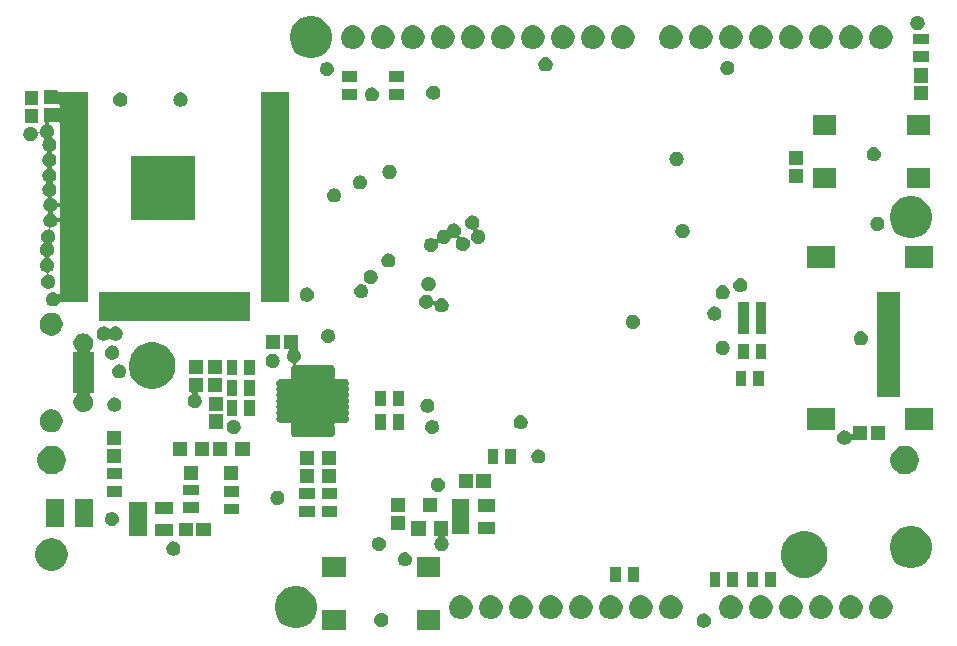
<source format=gts>
G04 #@! TF.GenerationSoftware,KiCad,Pcbnew,5.0.2-bee76a0~70~ubuntu18.04.1*
G04 #@! TF.CreationDate,2018-12-12T07:55:55+01:00*
G04 #@! TF.ProjectId,esp32-arduino,65737033-322d-4617-9264-75696e6f2e6b,1.0*
G04 #@! TF.SameCoordinates,Original*
G04 #@! TF.FileFunction,Soldermask,Top*
G04 #@! TF.FilePolarity,Negative*
%FSLAX46Y46*%
G04 Gerber Fmt 4.6, Leading zero omitted, Abs format (unit mm)*
G04 Created by KiCad (PCBNEW 5.0.2-bee76a0~70~ubuntu18.04.1) date Mi 12 Dez 2018 07:55:55 CET*
%MOMM*%
%LPD*%
G01*
G04 APERTURE LIST*
%ADD10C,0.100000*%
G04 APERTURE END LIST*
D10*
G36*
X80875000Y-129400000D02*
X78925000Y-129400000D01*
X78925000Y-127700000D01*
X80875000Y-127700000D01*
X80875000Y-129400000D01*
X80875000Y-129400000D01*
G37*
G36*
X72875000Y-129400000D02*
X70925000Y-129400000D01*
X70925000Y-127700000D01*
X72875000Y-127700000D01*
X72875000Y-129400000D01*
X72875000Y-129400000D01*
G37*
G36*
X69191394Y-125741192D02*
X69516698Y-125875937D01*
X69809468Y-126071560D01*
X70058440Y-126320532D01*
X70254063Y-126613302D01*
X70388808Y-126938606D01*
X70457500Y-127283945D01*
X70457500Y-127636055D01*
X70388808Y-127981394D01*
X70254063Y-128306698D01*
X70058440Y-128599468D01*
X69809468Y-128848440D01*
X69516698Y-129044063D01*
X69191394Y-129178808D01*
X68846055Y-129247500D01*
X68493945Y-129247500D01*
X68148606Y-129178808D01*
X67823302Y-129044063D01*
X67530532Y-128848440D01*
X67281560Y-128599468D01*
X67085937Y-128306698D01*
X66951192Y-127981394D01*
X66882500Y-127636055D01*
X66882500Y-127283945D01*
X66951192Y-126938606D01*
X67085937Y-126613302D01*
X67281560Y-126320532D01*
X67530532Y-126071560D01*
X67823302Y-125875937D01*
X68148606Y-125741192D01*
X68493945Y-125672500D01*
X68846055Y-125672500D01*
X69191394Y-125741192D01*
X69191394Y-125741192D01*
G37*
G36*
X103375012Y-128023057D02*
X103484207Y-128068287D01*
X103582481Y-128133952D01*
X103666048Y-128217519D01*
X103731713Y-128315793D01*
X103776943Y-128424988D01*
X103800000Y-128540904D01*
X103800000Y-128659096D01*
X103776943Y-128775012D01*
X103731713Y-128884207D01*
X103666048Y-128982481D01*
X103582481Y-129066048D01*
X103484207Y-129131713D01*
X103375012Y-129176943D01*
X103259096Y-129200000D01*
X103140904Y-129200000D01*
X103024988Y-129176943D01*
X102915793Y-129131713D01*
X102817519Y-129066048D01*
X102733952Y-128982481D01*
X102668287Y-128884207D01*
X102623057Y-128775012D01*
X102600000Y-128659096D01*
X102600000Y-128540904D01*
X102623057Y-128424988D01*
X102668287Y-128315793D01*
X102733952Y-128217519D01*
X102817519Y-128133952D01*
X102915793Y-128068287D01*
X103024988Y-128023057D01*
X103140904Y-128000000D01*
X103259096Y-128000000D01*
X103375012Y-128023057D01*
X103375012Y-128023057D01*
G37*
G36*
X76075012Y-127973057D02*
X76184207Y-128018287D01*
X76282481Y-128083952D01*
X76366048Y-128167519D01*
X76431713Y-128265793D01*
X76476943Y-128374988D01*
X76500000Y-128490904D01*
X76500000Y-128609096D01*
X76476943Y-128725012D01*
X76431713Y-128834207D01*
X76366048Y-128932481D01*
X76282481Y-129016048D01*
X76184207Y-129081713D01*
X76075012Y-129126943D01*
X75959096Y-129150000D01*
X75840904Y-129150000D01*
X75724988Y-129126943D01*
X75615793Y-129081713D01*
X75517519Y-129016048D01*
X75433952Y-128932481D01*
X75368287Y-128834207D01*
X75323057Y-128725012D01*
X75300000Y-128609096D01*
X75300000Y-128490904D01*
X75323057Y-128374988D01*
X75368287Y-128265793D01*
X75433952Y-128167519D01*
X75517519Y-128083952D01*
X75615793Y-128018287D01*
X75724988Y-127973057D01*
X75840904Y-127950000D01*
X75959096Y-127950000D01*
X76075012Y-127973057D01*
X76075012Y-127973057D01*
G37*
G36*
X115835770Y-126475372D02*
X115951689Y-126498429D01*
X116133678Y-126573811D01*
X116297463Y-126683249D01*
X116436751Y-126822537D01*
X116546189Y-126986322D01*
X116621571Y-127168311D01*
X116660000Y-127361509D01*
X116660000Y-127558491D01*
X116621571Y-127751689D01*
X116546189Y-127933678D01*
X116436751Y-128097463D01*
X116297463Y-128236751D01*
X116133678Y-128346189D01*
X115951689Y-128421571D01*
X115835770Y-128444628D01*
X115758493Y-128460000D01*
X115561507Y-128460000D01*
X115484230Y-128444628D01*
X115368311Y-128421571D01*
X115186322Y-128346189D01*
X115022537Y-128236751D01*
X114883249Y-128097463D01*
X114773811Y-127933678D01*
X114698429Y-127751689D01*
X114660000Y-127558491D01*
X114660000Y-127361509D01*
X114698429Y-127168311D01*
X114773811Y-126986322D01*
X114883249Y-126822537D01*
X115022537Y-126683249D01*
X115186322Y-126573811D01*
X115368311Y-126498429D01*
X115484230Y-126475372D01*
X115561507Y-126460000D01*
X115758493Y-126460000D01*
X115835770Y-126475372D01*
X115835770Y-126475372D01*
G37*
G36*
X100595770Y-126475372D02*
X100711689Y-126498429D01*
X100893678Y-126573811D01*
X101057463Y-126683249D01*
X101196751Y-126822537D01*
X101306189Y-126986322D01*
X101381571Y-127168311D01*
X101420000Y-127361509D01*
X101420000Y-127558491D01*
X101381571Y-127751689D01*
X101306189Y-127933678D01*
X101196751Y-128097463D01*
X101057463Y-128236751D01*
X100893678Y-128346189D01*
X100711689Y-128421571D01*
X100595770Y-128444628D01*
X100518493Y-128460000D01*
X100321507Y-128460000D01*
X100244230Y-128444628D01*
X100128311Y-128421571D01*
X99946322Y-128346189D01*
X99782537Y-128236751D01*
X99643249Y-128097463D01*
X99533811Y-127933678D01*
X99458429Y-127751689D01*
X99420000Y-127558491D01*
X99420000Y-127361509D01*
X99458429Y-127168311D01*
X99533811Y-126986322D01*
X99643249Y-126822537D01*
X99782537Y-126683249D01*
X99946322Y-126573811D01*
X100128311Y-126498429D01*
X100244230Y-126475372D01*
X100321507Y-126460000D01*
X100518493Y-126460000D01*
X100595770Y-126475372D01*
X100595770Y-126475372D01*
G37*
G36*
X98055770Y-126475372D02*
X98171689Y-126498429D01*
X98353678Y-126573811D01*
X98517463Y-126683249D01*
X98656751Y-126822537D01*
X98766189Y-126986322D01*
X98841571Y-127168311D01*
X98880000Y-127361509D01*
X98880000Y-127558491D01*
X98841571Y-127751689D01*
X98766189Y-127933678D01*
X98656751Y-128097463D01*
X98517463Y-128236751D01*
X98353678Y-128346189D01*
X98171689Y-128421571D01*
X98055770Y-128444628D01*
X97978493Y-128460000D01*
X97781507Y-128460000D01*
X97704230Y-128444628D01*
X97588311Y-128421571D01*
X97406322Y-128346189D01*
X97242537Y-128236751D01*
X97103249Y-128097463D01*
X96993811Y-127933678D01*
X96918429Y-127751689D01*
X96880000Y-127558491D01*
X96880000Y-127361509D01*
X96918429Y-127168311D01*
X96993811Y-126986322D01*
X97103249Y-126822537D01*
X97242537Y-126683249D01*
X97406322Y-126573811D01*
X97588311Y-126498429D01*
X97704230Y-126475372D01*
X97781507Y-126460000D01*
X97978493Y-126460000D01*
X98055770Y-126475372D01*
X98055770Y-126475372D01*
G37*
G36*
X95515770Y-126475372D02*
X95631689Y-126498429D01*
X95813678Y-126573811D01*
X95977463Y-126683249D01*
X96116751Y-126822537D01*
X96226189Y-126986322D01*
X96301571Y-127168311D01*
X96340000Y-127361509D01*
X96340000Y-127558491D01*
X96301571Y-127751689D01*
X96226189Y-127933678D01*
X96116751Y-128097463D01*
X95977463Y-128236751D01*
X95813678Y-128346189D01*
X95631689Y-128421571D01*
X95515770Y-128444628D01*
X95438493Y-128460000D01*
X95241507Y-128460000D01*
X95164230Y-128444628D01*
X95048311Y-128421571D01*
X94866322Y-128346189D01*
X94702537Y-128236751D01*
X94563249Y-128097463D01*
X94453811Y-127933678D01*
X94378429Y-127751689D01*
X94340000Y-127558491D01*
X94340000Y-127361509D01*
X94378429Y-127168311D01*
X94453811Y-126986322D01*
X94563249Y-126822537D01*
X94702537Y-126683249D01*
X94866322Y-126573811D01*
X95048311Y-126498429D01*
X95164230Y-126475372D01*
X95241507Y-126460000D01*
X95438493Y-126460000D01*
X95515770Y-126475372D01*
X95515770Y-126475372D01*
G37*
G36*
X92975770Y-126475372D02*
X93091689Y-126498429D01*
X93273678Y-126573811D01*
X93437463Y-126683249D01*
X93576751Y-126822537D01*
X93686189Y-126986322D01*
X93761571Y-127168311D01*
X93800000Y-127361509D01*
X93800000Y-127558491D01*
X93761571Y-127751689D01*
X93686189Y-127933678D01*
X93576751Y-128097463D01*
X93437463Y-128236751D01*
X93273678Y-128346189D01*
X93091689Y-128421571D01*
X92975770Y-128444628D01*
X92898493Y-128460000D01*
X92701507Y-128460000D01*
X92624230Y-128444628D01*
X92508311Y-128421571D01*
X92326322Y-128346189D01*
X92162537Y-128236751D01*
X92023249Y-128097463D01*
X91913811Y-127933678D01*
X91838429Y-127751689D01*
X91800000Y-127558491D01*
X91800000Y-127361509D01*
X91838429Y-127168311D01*
X91913811Y-126986322D01*
X92023249Y-126822537D01*
X92162537Y-126683249D01*
X92326322Y-126573811D01*
X92508311Y-126498429D01*
X92624230Y-126475372D01*
X92701507Y-126460000D01*
X92898493Y-126460000D01*
X92975770Y-126475372D01*
X92975770Y-126475372D01*
G37*
G36*
X90435770Y-126475372D02*
X90551689Y-126498429D01*
X90733678Y-126573811D01*
X90897463Y-126683249D01*
X91036751Y-126822537D01*
X91146189Y-126986322D01*
X91221571Y-127168311D01*
X91260000Y-127361509D01*
X91260000Y-127558491D01*
X91221571Y-127751689D01*
X91146189Y-127933678D01*
X91036751Y-128097463D01*
X90897463Y-128236751D01*
X90733678Y-128346189D01*
X90551689Y-128421571D01*
X90435770Y-128444628D01*
X90358493Y-128460000D01*
X90161507Y-128460000D01*
X90084230Y-128444628D01*
X89968311Y-128421571D01*
X89786322Y-128346189D01*
X89622537Y-128236751D01*
X89483249Y-128097463D01*
X89373811Y-127933678D01*
X89298429Y-127751689D01*
X89260000Y-127558491D01*
X89260000Y-127361509D01*
X89298429Y-127168311D01*
X89373811Y-126986322D01*
X89483249Y-126822537D01*
X89622537Y-126683249D01*
X89786322Y-126573811D01*
X89968311Y-126498429D01*
X90084230Y-126475372D01*
X90161507Y-126460000D01*
X90358493Y-126460000D01*
X90435770Y-126475372D01*
X90435770Y-126475372D01*
G37*
G36*
X87895770Y-126475372D02*
X88011689Y-126498429D01*
X88193678Y-126573811D01*
X88357463Y-126683249D01*
X88496751Y-126822537D01*
X88606189Y-126986322D01*
X88681571Y-127168311D01*
X88720000Y-127361509D01*
X88720000Y-127558491D01*
X88681571Y-127751689D01*
X88606189Y-127933678D01*
X88496751Y-128097463D01*
X88357463Y-128236751D01*
X88193678Y-128346189D01*
X88011689Y-128421571D01*
X87895770Y-128444628D01*
X87818493Y-128460000D01*
X87621507Y-128460000D01*
X87544230Y-128444628D01*
X87428311Y-128421571D01*
X87246322Y-128346189D01*
X87082537Y-128236751D01*
X86943249Y-128097463D01*
X86833811Y-127933678D01*
X86758429Y-127751689D01*
X86720000Y-127558491D01*
X86720000Y-127361509D01*
X86758429Y-127168311D01*
X86833811Y-126986322D01*
X86943249Y-126822537D01*
X87082537Y-126683249D01*
X87246322Y-126573811D01*
X87428311Y-126498429D01*
X87544230Y-126475372D01*
X87621507Y-126460000D01*
X87818493Y-126460000D01*
X87895770Y-126475372D01*
X87895770Y-126475372D01*
G37*
G36*
X82815770Y-126475372D02*
X82931689Y-126498429D01*
X83113678Y-126573811D01*
X83277463Y-126683249D01*
X83416751Y-126822537D01*
X83526189Y-126986322D01*
X83601571Y-127168311D01*
X83640000Y-127361509D01*
X83640000Y-127558491D01*
X83601571Y-127751689D01*
X83526189Y-127933678D01*
X83416751Y-128097463D01*
X83277463Y-128236751D01*
X83113678Y-128346189D01*
X82931689Y-128421571D01*
X82815770Y-128444628D01*
X82738493Y-128460000D01*
X82541507Y-128460000D01*
X82464230Y-128444628D01*
X82348311Y-128421571D01*
X82166322Y-128346189D01*
X82002537Y-128236751D01*
X81863249Y-128097463D01*
X81753811Y-127933678D01*
X81678429Y-127751689D01*
X81640000Y-127558491D01*
X81640000Y-127361509D01*
X81678429Y-127168311D01*
X81753811Y-126986322D01*
X81863249Y-126822537D01*
X82002537Y-126683249D01*
X82166322Y-126573811D01*
X82348311Y-126498429D01*
X82464230Y-126475372D01*
X82541507Y-126460000D01*
X82738493Y-126460000D01*
X82815770Y-126475372D01*
X82815770Y-126475372D01*
G37*
G36*
X113295770Y-126475372D02*
X113411689Y-126498429D01*
X113593678Y-126573811D01*
X113757463Y-126683249D01*
X113896751Y-126822537D01*
X114006189Y-126986322D01*
X114081571Y-127168311D01*
X114120000Y-127361509D01*
X114120000Y-127558491D01*
X114081571Y-127751689D01*
X114006189Y-127933678D01*
X113896751Y-128097463D01*
X113757463Y-128236751D01*
X113593678Y-128346189D01*
X113411689Y-128421571D01*
X113295770Y-128444628D01*
X113218493Y-128460000D01*
X113021507Y-128460000D01*
X112944230Y-128444628D01*
X112828311Y-128421571D01*
X112646322Y-128346189D01*
X112482537Y-128236751D01*
X112343249Y-128097463D01*
X112233811Y-127933678D01*
X112158429Y-127751689D01*
X112120000Y-127558491D01*
X112120000Y-127361509D01*
X112158429Y-127168311D01*
X112233811Y-126986322D01*
X112343249Y-126822537D01*
X112482537Y-126683249D01*
X112646322Y-126573811D01*
X112828311Y-126498429D01*
X112944230Y-126475372D01*
X113021507Y-126460000D01*
X113218493Y-126460000D01*
X113295770Y-126475372D01*
X113295770Y-126475372D01*
G37*
G36*
X110755770Y-126475372D02*
X110871689Y-126498429D01*
X111053678Y-126573811D01*
X111217463Y-126683249D01*
X111356751Y-126822537D01*
X111466189Y-126986322D01*
X111541571Y-127168311D01*
X111580000Y-127361509D01*
X111580000Y-127558491D01*
X111541571Y-127751689D01*
X111466189Y-127933678D01*
X111356751Y-128097463D01*
X111217463Y-128236751D01*
X111053678Y-128346189D01*
X110871689Y-128421571D01*
X110755770Y-128444628D01*
X110678493Y-128460000D01*
X110481507Y-128460000D01*
X110404230Y-128444628D01*
X110288311Y-128421571D01*
X110106322Y-128346189D01*
X109942537Y-128236751D01*
X109803249Y-128097463D01*
X109693811Y-127933678D01*
X109618429Y-127751689D01*
X109580000Y-127558491D01*
X109580000Y-127361509D01*
X109618429Y-127168311D01*
X109693811Y-126986322D01*
X109803249Y-126822537D01*
X109942537Y-126683249D01*
X110106322Y-126573811D01*
X110288311Y-126498429D01*
X110404230Y-126475372D01*
X110481507Y-126460000D01*
X110678493Y-126460000D01*
X110755770Y-126475372D01*
X110755770Y-126475372D01*
G37*
G36*
X108215770Y-126475372D02*
X108331689Y-126498429D01*
X108513678Y-126573811D01*
X108677463Y-126683249D01*
X108816751Y-126822537D01*
X108926189Y-126986322D01*
X109001571Y-127168311D01*
X109040000Y-127361509D01*
X109040000Y-127558491D01*
X109001571Y-127751689D01*
X108926189Y-127933678D01*
X108816751Y-128097463D01*
X108677463Y-128236751D01*
X108513678Y-128346189D01*
X108331689Y-128421571D01*
X108215770Y-128444628D01*
X108138493Y-128460000D01*
X107941507Y-128460000D01*
X107864230Y-128444628D01*
X107748311Y-128421571D01*
X107566322Y-128346189D01*
X107402537Y-128236751D01*
X107263249Y-128097463D01*
X107153811Y-127933678D01*
X107078429Y-127751689D01*
X107040000Y-127558491D01*
X107040000Y-127361509D01*
X107078429Y-127168311D01*
X107153811Y-126986322D01*
X107263249Y-126822537D01*
X107402537Y-126683249D01*
X107566322Y-126573811D01*
X107748311Y-126498429D01*
X107864230Y-126475372D01*
X107941507Y-126460000D01*
X108138493Y-126460000D01*
X108215770Y-126475372D01*
X108215770Y-126475372D01*
G37*
G36*
X105675770Y-126475372D02*
X105791689Y-126498429D01*
X105973678Y-126573811D01*
X106137463Y-126683249D01*
X106276751Y-126822537D01*
X106386189Y-126986322D01*
X106461571Y-127168311D01*
X106500000Y-127361509D01*
X106500000Y-127558491D01*
X106461571Y-127751689D01*
X106386189Y-127933678D01*
X106276751Y-128097463D01*
X106137463Y-128236751D01*
X105973678Y-128346189D01*
X105791689Y-128421571D01*
X105675770Y-128444628D01*
X105598493Y-128460000D01*
X105401507Y-128460000D01*
X105324230Y-128444628D01*
X105208311Y-128421571D01*
X105026322Y-128346189D01*
X104862537Y-128236751D01*
X104723249Y-128097463D01*
X104613811Y-127933678D01*
X104538429Y-127751689D01*
X104500000Y-127558491D01*
X104500000Y-127361509D01*
X104538429Y-127168311D01*
X104613811Y-126986322D01*
X104723249Y-126822537D01*
X104862537Y-126683249D01*
X105026322Y-126573811D01*
X105208311Y-126498429D01*
X105324230Y-126475372D01*
X105401507Y-126460000D01*
X105598493Y-126460000D01*
X105675770Y-126475372D01*
X105675770Y-126475372D01*
G37*
G36*
X118375770Y-126475372D02*
X118491689Y-126498429D01*
X118673678Y-126573811D01*
X118837463Y-126683249D01*
X118976751Y-126822537D01*
X119086189Y-126986322D01*
X119161571Y-127168311D01*
X119200000Y-127361509D01*
X119200000Y-127558491D01*
X119161571Y-127751689D01*
X119086189Y-127933678D01*
X118976751Y-128097463D01*
X118837463Y-128236751D01*
X118673678Y-128346189D01*
X118491689Y-128421571D01*
X118375770Y-128444628D01*
X118298493Y-128460000D01*
X118101507Y-128460000D01*
X118024230Y-128444628D01*
X117908311Y-128421571D01*
X117726322Y-128346189D01*
X117562537Y-128236751D01*
X117423249Y-128097463D01*
X117313811Y-127933678D01*
X117238429Y-127751689D01*
X117200000Y-127558491D01*
X117200000Y-127361509D01*
X117238429Y-127168311D01*
X117313811Y-126986322D01*
X117423249Y-126822537D01*
X117562537Y-126683249D01*
X117726322Y-126573811D01*
X117908311Y-126498429D01*
X118024230Y-126475372D01*
X118101507Y-126460000D01*
X118298493Y-126460000D01*
X118375770Y-126475372D01*
X118375770Y-126475372D01*
G37*
G36*
X85355770Y-126475372D02*
X85471689Y-126498429D01*
X85653678Y-126573811D01*
X85817463Y-126683249D01*
X85956751Y-126822537D01*
X86066189Y-126986322D01*
X86141571Y-127168311D01*
X86180000Y-127361509D01*
X86180000Y-127558491D01*
X86141571Y-127751689D01*
X86066189Y-127933678D01*
X85956751Y-128097463D01*
X85817463Y-128236751D01*
X85653678Y-128346189D01*
X85471689Y-128421571D01*
X85355770Y-128444628D01*
X85278493Y-128460000D01*
X85081507Y-128460000D01*
X85004230Y-128444628D01*
X84888311Y-128421571D01*
X84706322Y-128346189D01*
X84542537Y-128236751D01*
X84403249Y-128097463D01*
X84293811Y-127933678D01*
X84218429Y-127751689D01*
X84180000Y-127558491D01*
X84180000Y-127361509D01*
X84218429Y-127168311D01*
X84293811Y-126986322D01*
X84403249Y-126822537D01*
X84542537Y-126683249D01*
X84706322Y-126573811D01*
X84888311Y-126498429D01*
X85004230Y-126475372D01*
X85081507Y-126460000D01*
X85278493Y-126460000D01*
X85355770Y-126475372D01*
X85355770Y-126475372D01*
G37*
G36*
X107800000Y-125750000D02*
X106900000Y-125750000D01*
X106900000Y-124450000D01*
X107800000Y-124450000D01*
X107800000Y-125750000D01*
X107800000Y-125750000D01*
G37*
G36*
X104600000Y-125750000D02*
X103700000Y-125750000D01*
X103700000Y-124450000D01*
X104600000Y-124450000D01*
X104600000Y-125750000D01*
X104600000Y-125750000D01*
G37*
G36*
X106100000Y-125750000D02*
X105200000Y-125750000D01*
X105200000Y-124450000D01*
X106100000Y-124450000D01*
X106100000Y-125750000D01*
X106100000Y-125750000D01*
G37*
G36*
X109300000Y-125750000D02*
X108400000Y-125750000D01*
X108400000Y-124450000D01*
X109300000Y-124450000D01*
X109300000Y-125750000D01*
X109300000Y-125750000D01*
G37*
G36*
X97700000Y-125350000D02*
X96800000Y-125350000D01*
X96800000Y-124050000D01*
X97700000Y-124050000D01*
X97700000Y-125350000D01*
X97700000Y-125350000D01*
G37*
G36*
X96200000Y-125350000D02*
X95300000Y-125350000D01*
X95300000Y-124050000D01*
X96200000Y-124050000D01*
X96200000Y-125350000D01*
X96200000Y-125350000D01*
G37*
G36*
X112276086Y-121100898D02*
X112424965Y-121162566D01*
X112635512Y-121249777D01*
X112958992Y-121465919D01*
X113234081Y-121741008D01*
X113450223Y-122064488D01*
X113512895Y-122215793D01*
X113599102Y-122423914D01*
X113602482Y-122440905D01*
X113675000Y-122805478D01*
X113675000Y-123194522D01*
X113645883Y-123340904D01*
X113599316Y-123575012D01*
X113599102Y-123576085D01*
X113450223Y-123935512D01*
X113234081Y-124258992D01*
X112958992Y-124534081D01*
X112635512Y-124750223D01*
X112424965Y-124837434D01*
X112276086Y-124899102D01*
X111894522Y-124975000D01*
X111505478Y-124975000D01*
X111123914Y-124899102D01*
X110975035Y-124837434D01*
X110764488Y-124750223D01*
X110441008Y-124534081D01*
X110165919Y-124258992D01*
X109949777Y-123935512D01*
X109800898Y-123576085D01*
X109800685Y-123575012D01*
X109754117Y-123340904D01*
X109725000Y-123194522D01*
X109725000Y-122805478D01*
X109797518Y-122440905D01*
X109800898Y-122423914D01*
X109887105Y-122215793D01*
X109949777Y-122064488D01*
X110165919Y-121741008D01*
X110441008Y-121465919D01*
X110764488Y-121249777D01*
X110975035Y-121162566D01*
X111123914Y-121100898D01*
X111505478Y-121025000D01*
X111894522Y-121025000D01*
X112276086Y-121100898D01*
X112276086Y-121100898D01*
G37*
G36*
X80875000Y-124900000D02*
X78925000Y-124900000D01*
X78925000Y-123200000D01*
X80875000Y-123200000D01*
X80875000Y-124900000D01*
X80875000Y-124900000D01*
G37*
G36*
X72875000Y-124900000D02*
X70925000Y-124900000D01*
X70925000Y-123200000D01*
X72875000Y-123200000D01*
X72875000Y-124900000D01*
X72875000Y-124900000D01*
G37*
G36*
X48396905Y-121658608D02*
X48650781Y-121763767D01*
X48879264Y-121916435D01*
X49073565Y-122110736D01*
X49226233Y-122339219D01*
X49331392Y-122593095D01*
X49385000Y-122862603D01*
X49385000Y-123137397D01*
X49331392Y-123406905D01*
X49226233Y-123660781D01*
X49073565Y-123889264D01*
X48879264Y-124083565D01*
X48650781Y-124236233D01*
X48396905Y-124341392D01*
X48127397Y-124395000D01*
X47852603Y-124395000D01*
X47583095Y-124341392D01*
X47329219Y-124236233D01*
X47100736Y-124083565D01*
X46906435Y-123889264D01*
X46753767Y-123660781D01*
X46648608Y-123406905D01*
X46595000Y-123137397D01*
X46595000Y-122862603D01*
X46648608Y-122593095D01*
X46753767Y-122339219D01*
X46906435Y-122110736D01*
X47100736Y-121916435D01*
X47329219Y-121763767D01*
X47583095Y-121658608D01*
X47852603Y-121605000D01*
X48127397Y-121605000D01*
X48396905Y-121658608D01*
X48396905Y-121658608D01*
G37*
G36*
X121261394Y-120661192D02*
X121586698Y-120795937D01*
X121879468Y-120991560D01*
X122128440Y-121240532D01*
X122324063Y-121533302D01*
X122458808Y-121858606D01*
X122527500Y-122203945D01*
X122527500Y-122556055D01*
X122458808Y-122901394D01*
X122324063Y-123226698D01*
X122128440Y-123519468D01*
X121879468Y-123768440D01*
X121586698Y-123964063D01*
X121261394Y-124098808D01*
X120916055Y-124167500D01*
X120563945Y-124167500D01*
X120218606Y-124098808D01*
X119893302Y-123964063D01*
X119600532Y-123768440D01*
X119351560Y-123519468D01*
X119155937Y-123226698D01*
X119021192Y-122901394D01*
X118952500Y-122556055D01*
X118952500Y-122203945D01*
X119021192Y-121858606D01*
X119155937Y-121533302D01*
X119351560Y-121240532D01*
X119600532Y-120991560D01*
X119893302Y-120795937D01*
X120218606Y-120661192D01*
X120563945Y-120592500D01*
X120916055Y-120592500D01*
X121261394Y-120661192D01*
X121261394Y-120661192D01*
G37*
G36*
X78075012Y-122823057D02*
X78184207Y-122868287D01*
X78282481Y-122933952D01*
X78366048Y-123017519D01*
X78431713Y-123115793D01*
X78476943Y-123224988D01*
X78500000Y-123340904D01*
X78500000Y-123459096D01*
X78476943Y-123575012D01*
X78431713Y-123684207D01*
X78366048Y-123782481D01*
X78282481Y-123866048D01*
X78184207Y-123931713D01*
X78075012Y-123976943D01*
X77959096Y-124000000D01*
X77840904Y-124000000D01*
X77724988Y-123976943D01*
X77615793Y-123931713D01*
X77517519Y-123866048D01*
X77433952Y-123782481D01*
X77368287Y-123684207D01*
X77323057Y-123575012D01*
X77300000Y-123459096D01*
X77300000Y-123340904D01*
X77323057Y-123224988D01*
X77368287Y-123115793D01*
X77433952Y-123017519D01*
X77517519Y-122933952D01*
X77615793Y-122868287D01*
X77724988Y-122823057D01*
X77840904Y-122800000D01*
X77959096Y-122800000D01*
X78075012Y-122823057D01*
X78075012Y-122823057D01*
G37*
G36*
X58475012Y-121923057D02*
X58584207Y-121968287D01*
X58682481Y-122033952D01*
X58766048Y-122117519D01*
X58831713Y-122215793D01*
X58876943Y-122324988D01*
X58900000Y-122440904D01*
X58900000Y-122559096D01*
X58876943Y-122675012D01*
X58831713Y-122784207D01*
X58766048Y-122882481D01*
X58682481Y-122966048D01*
X58584207Y-123031713D01*
X58475012Y-123076943D01*
X58359096Y-123100000D01*
X58240904Y-123100000D01*
X58124988Y-123076943D01*
X58015793Y-123031713D01*
X57917519Y-122966048D01*
X57833952Y-122882481D01*
X57768287Y-122784207D01*
X57723057Y-122675012D01*
X57700000Y-122559096D01*
X57700000Y-122440904D01*
X57723057Y-122324988D01*
X57768287Y-122215793D01*
X57833952Y-122117519D01*
X57917519Y-122033952D01*
X58015793Y-121968287D01*
X58124988Y-121923057D01*
X58240904Y-121900000D01*
X58359096Y-121900000D01*
X58475012Y-121923057D01*
X58475012Y-121923057D01*
G37*
G36*
X81550050Y-121400810D02*
X81445630Y-121400810D01*
X81421244Y-121403212D01*
X81397795Y-121410325D01*
X81376184Y-121421876D01*
X81357242Y-121437422D01*
X81341696Y-121456364D01*
X81330145Y-121477975D01*
X81323032Y-121501424D01*
X81320630Y-121525810D01*
X81323032Y-121550196D01*
X81330145Y-121573645D01*
X81341696Y-121595256D01*
X81357242Y-121614198D01*
X81376182Y-121629743D01*
X81382481Y-121633952D01*
X81466048Y-121717519D01*
X81531713Y-121815793D01*
X81576943Y-121924988D01*
X81600000Y-122040904D01*
X81600000Y-122159096D01*
X81576943Y-122275012D01*
X81531713Y-122384207D01*
X81466048Y-122482481D01*
X81382481Y-122566048D01*
X81284207Y-122631713D01*
X81175012Y-122676943D01*
X81059096Y-122700000D01*
X80940904Y-122700000D01*
X80824988Y-122676943D01*
X80715793Y-122631713D01*
X80617519Y-122566048D01*
X80533952Y-122482481D01*
X80468287Y-122384207D01*
X80423057Y-122275012D01*
X80400000Y-122159096D01*
X80400000Y-122040904D01*
X80423057Y-121924988D01*
X80468287Y-121815793D01*
X80533952Y-121717519D01*
X80617519Y-121633952D01*
X80623818Y-121629743D01*
X80642760Y-121614197D01*
X80658305Y-121595255D01*
X80669856Y-121573644D01*
X80676969Y-121550195D01*
X80679370Y-121525808D01*
X80676968Y-121501422D01*
X80669854Y-121477973D01*
X80658303Y-121456362D01*
X80642757Y-121437420D01*
X80623815Y-121421875D01*
X80602204Y-121410324D01*
X80578755Y-121403211D01*
X80554370Y-121400810D01*
X80349950Y-121400810D01*
X80349950Y-120200710D01*
X81550050Y-120200710D01*
X81550050Y-121400810D01*
X81550050Y-121400810D01*
G37*
G36*
X75875012Y-121523057D02*
X75984207Y-121568287D01*
X76082481Y-121633952D01*
X76166048Y-121717519D01*
X76231713Y-121815793D01*
X76276943Y-121924988D01*
X76300000Y-122040904D01*
X76300000Y-122159096D01*
X76276943Y-122275012D01*
X76231713Y-122384207D01*
X76166048Y-122482481D01*
X76082481Y-122566048D01*
X75984207Y-122631713D01*
X75875012Y-122676943D01*
X75759096Y-122700000D01*
X75640904Y-122700000D01*
X75524988Y-122676943D01*
X75415793Y-122631713D01*
X75317519Y-122566048D01*
X75233952Y-122482481D01*
X75168287Y-122384207D01*
X75123057Y-122275012D01*
X75100000Y-122159096D01*
X75100000Y-122040904D01*
X75123057Y-121924988D01*
X75168287Y-121815793D01*
X75233952Y-121717519D01*
X75317519Y-121633952D01*
X75415793Y-121568287D01*
X75524988Y-121523057D01*
X75640904Y-121500000D01*
X75759096Y-121500000D01*
X75875012Y-121523057D01*
X75875012Y-121523057D01*
G37*
G36*
X59950000Y-121475000D02*
X58750000Y-121475000D01*
X58750000Y-120325000D01*
X59950000Y-120325000D01*
X59950000Y-121475000D01*
X59950000Y-121475000D01*
G37*
G36*
X56030000Y-121475000D02*
X54570000Y-121475000D01*
X54570000Y-118525000D01*
X56030000Y-118525000D01*
X56030000Y-121475000D01*
X56030000Y-121475000D01*
G37*
G36*
X58230000Y-121475000D02*
X56770000Y-121475000D01*
X56770000Y-120425000D01*
X58230000Y-120425000D01*
X58230000Y-121475000D01*
X58230000Y-121475000D01*
G37*
G36*
X61450000Y-121475000D02*
X60250000Y-121475000D01*
X60250000Y-120325000D01*
X61450000Y-120325000D01*
X61450000Y-121475000D01*
X61450000Y-121475000D01*
G37*
G36*
X79650050Y-121400810D02*
X78449950Y-121400810D01*
X78449950Y-120200710D01*
X79650050Y-120200710D01*
X79650050Y-121400810D01*
X79650050Y-121400810D01*
G37*
G36*
X85530000Y-121275000D02*
X84070000Y-121275000D01*
X84070000Y-120225000D01*
X85530000Y-120225000D01*
X85530000Y-121275000D01*
X85530000Y-121275000D01*
G37*
G36*
X83330000Y-121275000D02*
X81870000Y-121275000D01*
X81870000Y-118325000D01*
X83330000Y-118325000D01*
X83330000Y-121275000D01*
X83330000Y-121275000D01*
G37*
G36*
X77875000Y-120950000D02*
X76725000Y-120950000D01*
X76725000Y-119750000D01*
X77875000Y-119750000D01*
X77875000Y-120950000D01*
X77875000Y-120950000D01*
G37*
G36*
X49066270Y-120714730D02*
X47525810Y-120714730D01*
X47525810Y-118285270D01*
X49066270Y-118285270D01*
X49066270Y-120714730D01*
X49066270Y-120714730D01*
G37*
G36*
X51474190Y-120714730D02*
X49933730Y-120714730D01*
X49933730Y-118285270D01*
X51474190Y-118285270D01*
X51474190Y-120714730D01*
X51474190Y-120714730D01*
G37*
G36*
X53275012Y-119423057D02*
X53384207Y-119468287D01*
X53482481Y-119533952D01*
X53566048Y-119617519D01*
X53631713Y-119715793D01*
X53676943Y-119824988D01*
X53700000Y-119940904D01*
X53700000Y-120059096D01*
X53676943Y-120175012D01*
X53631713Y-120284207D01*
X53566048Y-120382481D01*
X53482481Y-120466048D01*
X53384207Y-120531713D01*
X53275012Y-120576943D01*
X53159096Y-120600000D01*
X53040904Y-120600000D01*
X52924988Y-120576943D01*
X52815793Y-120531713D01*
X52717519Y-120466048D01*
X52633952Y-120382481D01*
X52568287Y-120284207D01*
X52523057Y-120175012D01*
X52500000Y-120059096D01*
X52500000Y-119940904D01*
X52523057Y-119824988D01*
X52568287Y-119715793D01*
X52633952Y-119617519D01*
X52717519Y-119533952D01*
X52815793Y-119468287D01*
X52924988Y-119423057D01*
X53040904Y-119400000D01*
X53159096Y-119400000D01*
X53275012Y-119423057D01*
X53275012Y-119423057D01*
G37*
G36*
X72150000Y-119800000D02*
X70850000Y-119800000D01*
X70850000Y-118900000D01*
X72150000Y-118900000D01*
X72150000Y-119800000D01*
X72150000Y-119800000D01*
G37*
G36*
X70250000Y-119800000D02*
X68950000Y-119800000D01*
X68950000Y-118900000D01*
X70250000Y-118900000D01*
X70250000Y-119800000D01*
X70250000Y-119800000D01*
G37*
G36*
X63850000Y-119600000D02*
X62550000Y-119600000D01*
X62550000Y-118700000D01*
X63850000Y-118700000D01*
X63850000Y-119600000D01*
X63850000Y-119600000D01*
G37*
G36*
X58230000Y-119575000D02*
X56770000Y-119575000D01*
X56770000Y-118525000D01*
X58230000Y-118525000D01*
X58230000Y-119575000D01*
X58230000Y-119575000D01*
G37*
G36*
X60450000Y-119500000D02*
X59150000Y-119500000D01*
X59150000Y-118600000D01*
X60450000Y-118600000D01*
X60450000Y-119500000D01*
X60450000Y-119500000D01*
G37*
G36*
X77875000Y-119450000D02*
X76725000Y-119450000D01*
X76725000Y-118250000D01*
X77875000Y-118250000D01*
X77875000Y-119450000D01*
X77875000Y-119450000D01*
G37*
G36*
X80600050Y-119401830D02*
X79399950Y-119401830D01*
X79399950Y-118201730D01*
X80600050Y-118201730D01*
X80600050Y-119401830D01*
X80600050Y-119401830D01*
G37*
G36*
X85530000Y-119375000D02*
X84070000Y-119375000D01*
X84070000Y-118325000D01*
X85530000Y-118325000D01*
X85530000Y-119375000D01*
X85530000Y-119375000D01*
G37*
G36*
X67275012Y-117623057D02*
X67384207Y-117668287D01*
X67482481Y-117733952D01*
X67566048Y-117817519D01*
X67631713Y-117915793D01*
X67676943Y-118024988D01*
X67700000Y-118140904D01*
X67700000Y-118259096D01*
X67676943Y-118375012D01*
X67631713Y-118484207D01*
X67566048Y-118582481D01*
X67482481Y-118666048D01*
X67384207Y-118731713D01*
X67275012Y-118776943D01*
X67159096Y-118800000D01*
X67040904Y-118800000D01*
X66924988Y-118776943D01*
X66815793Y-118731713D01*
X66717519Y-118666048D01*
X66633952Y-118582481D01*
X66568287Y-118484207D01*
X66523057Y-118375012D01*
X66500000Y-118259096D01*
X66500000Y-118140904D01*
X66523057Y-118024988D01*
X66568287Y-117915793D01*
X66633952Y-117817519D01*
X66717519Y-117733952D01*
X66815793Y-117668287D01*
X66924988Y-117623057D01*
X67040904Y-117600000D01*
X67159096Y-117600000D01*
X67275012Y-117623057D01*
X67275012Y-117623057D01*
G37*
G36*
X72150000Y-118300000D02*
X70850000Y-118300000D01*
X70850000Y-117400000D01*
X72150000Y-117400000D01*
X72150000Y-118300000D01*
X72150000Y-118300000D01*
G37*
G36*
X70250000Y-118300000D02*
X68950000Y-118300000D01*
X68950000Y-117400000D01*
X70250000Y-117400000D01*
X70250000Y-118300000D01*
X70250000Y-118300000D01*
G37*
G36*
X53950000Y-118100000D02*
X52650000Y-118100000D01*
X52650000Y-117200000D01*
X53950000Y-117200000D01*
X53950000Y-118100000D01*
X53950000Y-118100000D01*
G37*
G36*
X63850000Y-118100000D02*
X62550000Y-118100000D01*
X62550000Y-117200000D01*
X63850000Y-117200000D01*
X63850000Y-118100000D01*
X63850000Y-118100000D01*
G37*
G36*
X60450000Y-118000000D02*
X59150000Y-118000000D01*
X59150000Y-117100000D01*
X60450000Y-117100000D01*
X60450000Y-118000000D01*
X60450000Y-118000000D01*
G37*
G36*
X80875012Y-116523057D02*
X80984207Y-116568287D01*
X81082481Y-116633952D01*
X81166048Y-116717519D01*
X81231713Y-116815793D01*
X81276943Y-116924988D01*
X81300000Y-117040904D01*
X81300000Y-117159096D01*
X81276943Y-117275012D01*
X81231713Y-117384207D01*
X81166048Y-117482481D01*
X81082481Y-117566048D01*
X80984207Y-117631713D01*
X80875012Y-117676943D01*
X80759096Y-117700000D01*
X80640904Y-117700000D01*
X80524988Y-117676943D01*
X80415793Y-117631713D01*
X80317519Y-117566048D01*
X80233952Y-117482481D01*
X80168287Y-117384207D01*
X80123057Y-117275012D01*
X80100000Y-117159096D01*
X80100000Y-117040904D01*
X80123057Y-116924988D01*
X80168287Y-116815793D01*
X80233952Y-116717519D01*
X80317519Y-116633952D01*
X80415793Y-116568287D01*
X80524988Y-116523057D01*
X80640904Y-116500000D01*
X80759096Y-116500000D01*
X80875012Y-116523057D01*
X80875012Y-116523057D01*
G37*
G36*
X85150000Y-117375000D02*
X83950000Y-117375000D01*
X83950000Y-116225000D01*
X85150000Y-116225000D01*
X85150000Y-117375000D01*
X85150000Y-117375000D01*
G37*
G36*
X83650000Y-117375000D02*
X82450000Y-117375000D01*
X82450000Y-116225000D01*
X83650000Y-116225000D01*
X83650000Y-117375000D01*
X83650000Y-117375000D01*
G37*
G36*
X72098780Y-116948080D02*
X70901220Y-116948080D01*
X70901220Y-115750520D01*
X72098780Y-115750520D01*
X72098780Y-116948080D01*
X72098780Y-116948080D01*
G37*
G36*
X70198780Y-116948080D02*
X69001220Y-116948080D01*
X69001220Y-115750520D01*
X70198780Y-115750520D01*
X70198780Y-116948080D01*
X70198780Y-116948080D01*
G37*
G36*
X60400050Y-116698270D02*
X59199950Y-116698270D01*
X59199950Y-115498170D01*
X60400050Y-115498170D01*
X60400050Y-116698270D01*
X60400050Y-116698270D01*
G37*
G36*
X63800050Y-116698270D02*
X62599950Y-116698270D01*
X62599950Y-115498170D01*
X63800050Y-115498170D01*
X63800050Y-116698270D01*
X63800050Y-116698270D01*
G37*
G36*
X53950000Y-116600000D02*
X52650000Y-116600000D01*
X52650000Y-115700000D01*
X53950000Y-115700000D01*
X53950000Y-116600000D01*
X53950000Y-116600000D01*
G37*
G36*
X48340026Y-113846115D02*
X48558412Y-113936573D01*
X48754958Y-114067901D01*
X48922099Y-114235042D01*
X49053427Y-114431588D01*
X49143885Y-114649974D01*
X49190000Y-114881809D01*
X49190000Y-115118191D01*
X49143885Y-115350026D01*
X49053427Y-115568412D01*
X48922099Y-115764958D01*
X48754958Y-115932099D01*
X48558412Y-116063427D01*
X48340026Y-116153885D01*
X48108191Y-116200000D01*
X47871809Y-116200000D01*
X47639974Y-116153885D01*
X47421588Y-116063427D01*
X47225042Y-115932099D01*
X47057901Y-115764958D01*
X46926573Y-115568412D01*
X46836115Y-115350026D01*
X46790000Y-115118191D01*
X46790000Y-114881809D01*
X46836115Y-114649974D01*
X46926573Y-114431588D01*
X47057901Y-114235042D01*
X47225042Y-114067901D01*
X47421588Y-113936573D01*
X47639974Y-113846115D01*
X47871809Y-113800000D01*
X48108191Y-113800000D01*
X48340026Y-113846115D01*
X48340026Y-113846115D01*
G37*
G36*
X120560026Y-113846115D02*
X120778412Y-113936573D01*
X120974958Y-114067901D01*
X121142099Y-114235042D01*
X121273427Y-114431588D01*
X121363885Y-114649974D01*
X121410000Y-114881809D01*
X121410000Y-115118191D01*
X121363885Y-115350026D01*
X121273427Y-115568412D01*
X121142099Y-115764958D01*
X120974958Y-115932099D01*
X120778412Y-116063427D01*
X120560026Y-116153885D01*
X120328191Y-116200000D01*
X120091809Y-116200000D01*
X119859974Y-116153885D01*
X119641588Y-116063427D01*
X119445042Y-115932099D01*
X119277901Y-115764958D01*
X119146573Y-115568412D01*
X119056115Y-115350026D01*
X119010000Y-115118191D01*
X119010000Y-114881809D01*
X119056115Y-114649974D01*
X119146573Y-114431588D01*
X119277901Y-114235042D01*
X119445042Y-114067901D01*
X119641588Y-113936573D01*
X119859974Y-113846115D01*
X120091809Y-113800000D01*
X120328191Y-113800000D01*
X120560026Y-113846115D01*
X120560026Y-113846115D01*
G37*
G36*
X72098780Y-115449480D02*
X70901220Y-115449480D01*
X70901220Y-114251920D01*
X72098780Y-114251920D01*
X72098780Y-115449480D01*
X72098780Y-115449480D01*
G37*
G36*
X70198780Y-115449480D02*
X69001220Y-115449480D01*
X69001220Y-114251920D01*
X70198780Y-114251920D01*
X70198780Y-115449480D01*
X70198780Y-115449480D01*
G37*
G36*
X87300000Y-115350000D02*
X86400000Y-115350000D01*
X86400000Y-114050000D01*
X87300000Y-114050000D01*
X87300000Y-115350000D01*
X87300000Y-115350000D01*
G37*
G36*
X85800000Y-115350000D02*
X84900000Y-115350000D01*
X84900000Y-114050000D01*
X85800000Y-114050000D01*
X85800000Y-115350000D01*
X85800000Y-115350000D01*
G37*
G36*
X89375012Y-114123057D02*
X89484207Y-114168287D01*
X89582481Y-114233952D01*
X89666048Y-114317519D01*
X89731713Y-114415793D01*
X89776943Y-114524988D01*
X89800000Y-114640904D01*
X89800000Y-114759096D01*
X89776943Y-114875012D01*
X89731713Y-114984207D01*
X89666048Y-115082481D01*
X89582481Y-115166048D01*
X89484207Y-115231713D01*
X89375012Y-115276943D01*
X89259096Y-115300000D01*
X89140904Y-115300000D01*
X89024988Y-115276943D01*
X88915793Y-115231713D01*
X88817519Y-115166048D01*
X88733952Y-115082481D01*
X88668287Y-114984207D01*
X88623057Y-114875012D01*
X88600000Y-114759096D01*
X88600000Y-114640904D01*
X88623057Y-114524988D01*
X88668287Y-114415793D01*
X88733952Y-114317519D01*
X88817519Y-114233952D01*
X88915793Y-114168287D01*
X89024988Y-114123057D01*
X89140904Y-114100000D01*
X89259096Y-114100000D01*
X89375012Y-114123057D01*
X89375012Y-114123057D01*
G37*
G36*
X53898780Y-115248080D02*
X52701220Y-115248080D01*
X52701220Y-114050520D01*
X53898780Y-114050520D01*
X53898780Y-115248080D01*
X53898780Y-115248080D01*
G37*
G36*
X59450050Y-114699290D02*
X58249950Y-114699290D01*
X58249950Y-113499190D01*
X59450050Y-113499190D01*
X59450050Y-114699290D01*
X59450050Y-114699290D01*
G37*
G36*
X64750050Y-114699290D02*
X63549950Y-114699290D01*
X63549950Y-113499190D01*
X64750050Y-113499190D01*
X64750050Y-114699290D01*
X64750050Y-114699290D01*
G37*
G36*
X61350050Y-114699290D02*
X60149950Y-114699290D01*
X60149950Y-113499190D01*
X61350050Y-113499190D01*
X61350050Y-114699290D01*
X61350050Y-114699290D01*
G37*
G36*
X62850050Y-114699290D02*
X61649950Y-114699290D01*
X61649950Y-113499190D01*
X62850050Y-113499190D01*
X62850050Y-114699290D01*
X62850050Y-114699290D01*
G37*
G36*
X53898780Y-113749480D02*
X52701220Y-113749480D01*
X52701220Y-112551920D01*
X53898780Y-112551920D01*
X53898780Y-113749480D01*
X53898780Y-113749480D01*
G37*
G36*
X117050000Y-113275000D02*
X115760471Y-113275000D01*
X115736085Y-113277402D01*
X115712636Y-113284515D01*
X115691025Y-113296066D01*
X115672083Y-113311612D01*
X115656537Y-113330554D01*
X115644987Y-113352163D01*
X115631715Y-113384204D01*
X115566048Y-113482481D01*
X115482481Y-113566048D01*
X115384207Y-113631713D01*
X115275012Y-113676943D01*
X115159096Y-113700000D01*
X115040904Y-113700000D01*
X114924988Y-113676943D01*
X114815793Y-113631713D01*
X114717519Y-113566048D01*
X114633952Y-113482481D01*
X114568287Y-113384207D01*
X114523057Y-113275012D01*
X114500000Y-113159096D01*
X114500000Y-113040904D01*
X114523057Y-112924988D01*
X114568287Y-112815793D01*
X114633952Y-112717519D01*
X114717519Y-112633952D01*
X114815793Y-112568287D01*
X114924988Y-112523057D01*
X115040904Y-112500000D01*
X115159096Y-112500000D01*
X115275012Y-112523057D01*
X115384207Y-112568287D01*
X115482481Y-112633952D01*
X115566048Y-112717519D01*
X115621066Y-112799859D01*
X115636612Y-112818801D01*
X115655554Y-112834347D01*
X115677165Y-112845898D01*
X115700614Y-112853011D01*
X115725000Y-112855413D01*
X115749386Y-112853011D01*
X115772835Y-112845898D01*
X115794446Y-112834347D01*
X115813388Y-112818801D01*
X115828934Y-112799859D01*
X115840485Y-112778248D01*
X115847598Y-112754799D01*
X115850000Y-112730413D01*
X115850000Y-112125000D01*
X117050000Y-112125000D01*
X117050000Y-113275000D01*
X117050000Y-113275000D01*
G37*
G36*
X118550000Y-113275000D02*
X117350000Y-113275000D01*
X117350000Y-112125000D01*
X118550000Y-112125000D01*
X118550000Y-113275000D01*
X118550000Y-113275000D01*
G37*
G36*
X68850000Y-105634745D02*
X68852402Y-105659131D01*
X68859515Y-105682580D01*
X68871066Y-105704191D01*
X68886612Y-105723133D01*
X68973523Y-105810044D01*
X69039188Y-105908318D01*
X69084418Y-106017513D01*
X69107475Y-106133429D01*
X69107475Y-106251621D01*
X69084418Y-106367537D01*
X69039188Y-106476732D01*
X68973523Y-106575006D01*
X68889956Y-106658573D01*
X68791679Y-106724240D01*
X68765643Y-106735024D01*
X68744032Y-106746575D01*
X68725089Y-106762120D01*
X68709544Y-106781062D01*
X68697992Y-106802673D01*
X68690879Y-106826122D01*
X68688477Y-106850508D01*
X68690879Y-106874894D01*
X68697992Y-106898343D01*
X68709543Y-106919954D01*
X68725088Y-106938897D01*
X68744030Y-106954442D01*
X68754554Y-106960750D01*
X68791078Y-106980272D01*
X68813717Y-106989649D01*
X68837750Y-106994429D01*
X68862254Y-106994429D01*
X68886288Y-106989648D01*
X68908925Y-106980271D01*
X68965409Y-106950080D01*
X68965412Y-106950079D01*
X68965414Y-106950078D01*
X69031389Y-106930065D01*
X69031390Y-106930065D01*
X69031393Y-106930064D01*
X69100000Y-106923307D01*
X69168608Y-106930064D01*
X69168611Y-106930065D01*
X69168612Y-106930065D01*
X69234587Y-106950078D01*
X69242751Y-106954442D01*
X69291077Y-106980272D01*
X69313716Y-106989649D01*
X69337750Y-106994429D01*
X69362254Y-106994429D01*
X69386288Y-106989648D01*
X69408925Y-106980271D01*
X69465409Y-106950080D01*
X69465412Y-106950079D01*
X69465414Y-106950078D01*
X69531389Y-106930065D01*
X69531390Y-106930065D01*
X69531393Y-106930064D01*
X69600000Y-106923307D01*
X69668608Y-106930064D01*
X69668611Y-106930065D01*
X69668612Y-106930065D01*
X69734587Y-106950078D01*
X69742751Y-106954442D01*
X69791077Y-106980272D01*
X69813716Y-106989649D01*
X69837750Y-106994429D01*
X69862254Y-106994429D01*
X69886288Y-106989648D01*
X69908925Y-106980271D01*
X69965409Y-106950080D01*
X69965412Y-106950079D01*
X69965414Y-106950078D01*
X70031389Y-106930065D01*
X70031390Y-106930065D01*
X70031393Y-106930064D01*
X70100000Y-106923307D01*
X70168608Y-106930064D01*
X70168611Y-106930065D01*
X70168612Y-106930065D01*
X70234587Y-106950078D01*
X70242751Y-106954442D01*
X70291077Y-106980272D01*
X70313716Y-106989649D01*
X70337750Y-106994429D01*
X70362254Y-106994429D01*
X70386288Y-106989648D01*
X70408925Y-106980271D01*
X70465409Y-106950080D01*
X70465412Y-106950079D01*
X70465414Y-106950078D01*
X70531389Y-106930065D01*
X70531390Y-106930065D01*
X70531393Y-106930064D01*
X70600000Y-106923307D01*
X70668608Y-106930064D01*
X70668611Y-106930065D01*
X70668612Y-106930065D01*
X70734587Y-106950078D01*
X70742751Y-106954442D01*
X70791077Y-106980272D01*
X70813716Y-106989649D01*
X70837750Y-106994429D01*
X70862254Y-106994429D01*
X70886288Y-106989648D01*
X70908925Y-106980271D01*
X70965409Y-106950080D01*
X70965412Y-106950079D01*
X70965414Y-106950078D01*
X71031389Y-106930065D01*
X71031390Y-106930065D01*
X71031393Y-106930064D01*
X71100000Y-106923307D01*
X71168608Y-106930064D01*
X71168611Y-106930065D01*
X71168612Y-106930065D01*
X71234587Y-106950078D01*
X71242751Y-106954442D01*
X71291077Y-106980272D01*
X71313716Y-106989649D01*
X71337750Y-106994429D01*
X71362254Y-106994429D01*
X71386288Y-106989648D01*
X71408925Y-106980271D01*
X71465409Y-106950080D01*
X71465412Y-106950079D01*
X71465414Y-106950078D01*
X71531389Y-106930065D01*
X71531390Y-106930065D01*
X71531393Y-106930064D01*
X71600000Y-106923307D01*
X71668608Y-106930064D01*
X71668611Y-106930065D01*
X71668612Y-106930065D01*
X71734587Y-106950078D01*
X71734589Y-106950079D01*
X71734592Y-106950080D01*
X71795391Y-106982577D01*
X71848685Y-107026315D01*
X71892423Y-107079609D01*
X71924920Y-107140408D01*
X71924921Y-107140411D01*
X71924922Y-107140413D01*
X71942724Y-107199100D01*
X71944936Y-107206392D01*
X71950000Y-107257808D01*
X71950000Y-107842192D01*
X71944936Y-107893610D01*
X71923670Y-107963715D01*
X71918890Y-107987748D01*
X71918890Y-108012252D01*
X71923671Y-108036286D01*
X71933048Y-108058925D01*
X71946662Y-108079299D01*
X71963989Y-108096627D01*
X71984364Y-108110240D01*
X71988466Y-108111939D01*
X71996066Y-108126158D01*
X72011612Y-108145100D01*
X72030554Y-108160646D01*
X72052165Y-108172197D01*
X72075614Y-108179310D01*
X72100000Y-108181712D01*
X72136285Y-108176330D01*
X72206390Y-108155064D01*
X72257808Y-108150000D01*
X72842192Y-108150000D01*
X72893608Y-108155064D01*
X72893611Y-108155065D01*
X72893612Y-108155065D01*
X72959587Y-108175078D01*
X72959589Y-108175079D01*
X72959592Y-108175080D01*
X73020391Y-108207577D01*
X73073685Y-108251315D01*
X73117423Y-108304609D01*
X73149920Y-108365408D01*
X73169936Y-108431392D01*
X73176693Y-108500000D01*
X73169936Y-108568608D01*
X73169935Y-108568611D01*
X73169935Y-108568612D01*
X73151075Y-108630787D01*
X73149920Y-108634592D01*
X73119729Y-108691076D01*
X73110351Y-108713715D01*
X73105571Y-108737748D01*
X73105571Y-108762252D01*
X73110352Y-108786286D01*
X73119729Y-108808924D01*
X73149920Y-108865408D01*
X73169936Y-108931392D01*
X73176693Y-109000000D01*
X73169936Y-109068608D01*
X73169935Y-109068611D01*
X73169935Y-109068612D01*
X73159381Y-109103405D01*
X73149920Y-109134592D01*
X73119729Y-109191076D01*
X73110351Y-109213715D01*
X73105571Y-109237748D01*
X73105571Y-109262252D01*
X73110352Y-109286286D01*
X73119729Y-109308924D01*
X73149920Y-109365408D01*
X73149921Y-109365411D01*
X73149922Y-109365413D01*
X73167408Y-109423058D01*
X73169936Y-109431392D01*
X73176693Y-109500000D01*
X73169936Y-109568608D01*
X73169935Y-109568611D01*
X73169935Y-109568612D01*
X73155099Y-109617522D01*
X73149920Y-109634592D01*
X73119729Y-109691076D01*
X73110351Y-109713715D01*
X73105571Y-109737748D01*
X73105571Y-109762252D01*
X73110352Y-109786286D01*
X73119729Y-109808924D01*
X73149920Y-109865408D01*
X73149921Y-109865411D01*
X73149922Y-109865413D01*
X73165728Y-109917519D01*
X73169936Y-109931392D01*
X73176693Y-110000000D01*
X73169936Y-110068608D01*
X73169935Y-110068611D01*
X73169935Y-110068612D01*
X73152834Y-110124988D01*
X73149920Y-110134592D01*
X73119729Y-110191076D01*
X73110351Y-110213715D01*
X73105571Y-110237748D01*
X73105571Y-110262252D01*
X73110352Y-110286286D01*
X73119729Y-110308924D01*
X73149920Y-110365408D01*
X73149921Y-110365411D01*
X73149922Y-110365413D01*
X73155099Y-110382481D01*
X73169936Y-110431392D01*
X73176693Y-110500000D01*
X73169936Y-110568608D01*
X73169935Y-110568611D01*
X73169935Y-110568612D01*
X73160414Y-110600000D01*
X73149920Y-110634592D01*
X73119729Y-110691076D01*
X73110351Y-110713715D01*
X73105571Y-110737748D01*
X73105571Y-110762252D01*
X73110352Y-110786286D01*
X73119729Y-110808924D01*
X73149920Y-110865408D01*
X73149921Y-110865411D01*
X73149922Y-110865413D01*
X73167724Y-110924100D01*
X73169936Y-110931392D01*
X73176693Y-111000000D01*
X73169936Y-111068608D01*
X73169935Y-111068611D01*
X73169935Y-111068612D01*
X73166944Y-111078473D01*
X73149920Y-111134592D01*
X73119729Y-111191076D01*
X73110351Y-111213715D01*
X73105571Y-111237748D01*
X73105571Y-111262252D01*
X73110352Y-111286286D01*
X73119729Y-111308924D01*
X73149920Y-111365408D01*
X73149921Y-111365411D01*
X73149922Y-111365413D01*
X73165728Y-111417519D01*
X73169936Y-111431392D01*
X73176693Y-111500000D01*
X73169936Y-111568608D01*
X73169935Y-111568611D01*
X73169935Y-111568612D01*
X73152834Y-111624988D01*
X73149920Y-111634592D01*
X73117423Y-111695391D01*
X73073685Y-111748685D01*
X73020391Y-111792423D01*
X72959592Y-111824920D01*
X72959589Y-111824921D01*
X72959587Y-111824922D01*
X72893612Y-111844935D01*
X72893611Y-111844935D01*
X72893608Y-111844936D01*
X72842192Y-111850000D01*
X72257808Y-111850000D01*
X72206390Y-111844936D01*
X72136285Y-111823670D01*
X72112252Y-111818890D01*
X72087748Y-111818890D01*
X72063714Y-111823671D01*
X72041075Y-111833048D01*
X72020701Y-111846662D01*
X72003373Y-111863989D01*
X71989760Y-111884364D01*
X71988061Y-111888466D01*
X71973842Y-111896066D01*
X71954900Y-111911612D01*
X71939354Y-111930554D01*
X71927803Y-111952165D01*
X71920690Y-111975614D01*
X71918288Y-112000000D01*
X71923670Y-112036285D01*
X71944936Y-112106390D01*
X71950000Y-112157808D01*
X71950000Y-112742192D01*
X71944936Y-112793608D01*
X71944935Y-112793611D01*
X71944935Y-112793612D01*
X71926917Y-112853011D01*
X71924920Y-112859592D01*
X71892423Y-112920391D01*
X71848685Y-112973685D01*
X71795394Y-113017420D01*
X71759458Y-113036627D01*
X71734586Y-113049922D01*
X71668611Y-113069935D01*
X71668610Y-113069935D01*
X71668607Y-113069936D01*
X71600000Y-113076693D01*
X71531392Y-113069936D01*
X71531389Y-113069935D01*
X71531388Y-113069935D01*
X71465413Y-113049922D01*
X71465411Y-113049921D01*
X71465408Y-113049920D01*
X71408924Y-113019729D01*
X71386285Y-113010351D01*
X71362252Y-113005571D01*
X71337748Y-113005571D01*
X71313714Y-113010352D01*
X71291076Y-113019728D01*
X71258266Y-113037265D01*
X71234586Y-113049922D01*
X71168611Y-113069935D01*
X71168610Y-113069935D01*
X71168607Y-113069936D01*
X71100000Y-113076693D01*
X71031392Y-113069936D01*
X71031389Y-113069935D01*
X71031388Y-113069935D01*
X70965413Y-113049922D01*
X70965411Y-113049921D01*
X70965408Y-113049920D01*
X70908924Y-113019729D01*
X70886285Y-113010351D01*
X70862252Y-113005571D01*
X70837748Y-113005571D01*
X70813714Y-113010352D01*
X70791076Y-113019728D01*
X70758266Y-113037265D01*
X70734586Y-113049922D01*
X70668611Y-113069935D01*
X70668610Y-113069935D01*
X70668607Y-113069936D01*
X70600000Y-113076693D01*
X70531392Y-113069936D01*
X70531389Y-113069935D01*
X70531388Y-113069935D01*
X70465413Y-113049922D01*
X70465411Y-113049921D01*
X70465408Y-113049920D01*
X70408924Y-113019729D01*
X70386285Y-113010351D01*
X70362252Y-113005571D01*
X70337748Y-113005571D01*
X70313714Y-113010352D01*
X70291076Y-113019728D01*
X70258266Y-113037265D01*
X70234586Y-113049922D01*
X70168611Y-113069935D01*
X70168610Y-113069935D01*
X70168607Y-113069936D01*
X70100000Y-113076693D01*
X70031392Y-113069936D01*
X70031389Y-113069935D01*
X70031388Y-113069935D01*
X69965413Y-113049922D01*
X69965411Y-113049921D01*
X69965408Y-113049920D01*
X69908924Y-113019729D01*
X69886285Y-113010351D01*
X69862252Y-113005571D01*
X69837748Y-113005571D01*
X69813714Y-113010352D01*
X69791076Y-113019728D01*
X69758266Y-113037265D01*
X69734586Y-113049922D01*
X69668611Y-113069935D01*
X69668610Y-113069935D01*
X69668607Y-113069936D01*
X69600000Y-113076693D01*
X69531392Y-113069936D01*
X69531389Y-113069935D01*
X69531388Y-113069935D01*
X69465413Y-113049922D01*
X69465411Y-113049921D01*
X69465408Y-113049920D01*
X69408924Y-113019729D01*
X69386285Y-113010351D01*
X69362252Y-113005571D01*
X69337748Y-113005571D01*
X69313714Y-113010352D01*
X69291076Y-113019728D01*
X69258266Y-113037265D01*
X69234586Y-113049922D01*
X69168611Y-113069935D01*
X69168610Y-113069935D01*
X69168607Y-113069936D01*
X69100000Y-113076693D01*
X69031392Y-113069936D01*
X69031389Y-113069935D01*
X69031388Y-113069935D01*
X68965413Y-113049922D01*
X68965411Y-113049921D01*
X68965408Y-113049920D01*
X68908924Y-113019729D01*
X68886285Y-113010351D01*
X68862252Y-113005571D01*
X68837748Y-113005571D01*
X68813714Y-113010352D01*
X68791076Y-113019728D01*
X68758266Y-113037265D01*
X68734586Y-113049922D01*
X68668611Y-113069935D01*
X68668610Y-113069935D01*
X68668607Y-113069936D01*
X68600000Y-113076693D01*
X68531392Y-113069936D01*
X68531389Y-113069935D01*
X68531388Y-113069935D01*
X68465413Y-113049922D01*
X68465411Y-113049921D01*
X68465408Y-113049920D01*
X68404609Y-113017423D01*
X68351315Y-112973685D01*
X68307580Y-112920394D01*
X68288373Y-112884458D01*
X68275078Y-112859586D01*
X68255065Y-112793611D01*
X68255065Y-112793610D01*
X68255064Y-112793607D01*
X68250000Y-112742191D01*
X68250001Y-112157808D01*
X68255065Y-112106390D01*
X68276331Y-112036285D01*
X68281111Y-112012252D01*
X68281111Y-111987748D01*
X68276330Y-111963714D01*
X68266953Y-111941075D01*
X68253339Y-111920701D01*
X68236012Y-111903373D01*
X68215637Y-111889760D01*
X68211534Y-111888060D01*
X68203934Y-111873842D01*
X68188388Y-111854900D01*
X68169446Y-111839354D01*
X68147835Y-111827803D01*
X68124386Y-111820690D01*
X68100000Y-111818288D01*
X68063715Y-111823670D01*
X67993610Y-111844936D01*
X67942192Y-111850000D01*
X67357808Y-111850000D01*
X67306392Y-111844936D01*
X67306389Y-111844935D01*
X67306388Y-111844935D01*
X67240413Y-111824922D01*
X67240411Y-111824921D01*
X67240408Y-111824920D01*
X67179609Y-111792423D01*
X67126315Y-111748685D01*
X67082577Y-111695391D01*
X67050080Y-111634592D01*
X67047167Y-111624988D01*
X67030065Y-111568612D01*
X67030065Y-111568611D01*
X67030064Y-111568608D01*
X67023307Y-111500000D01*
X67030064Y-111431392D01*
X67034272Y-111417519D01*
X67050078Y-111365413D01*
X67050079Y-111365411D01*
X67050080Y-111365408D01*
X67080271Y-111308924D01*
X67089649Y-111286285D01*
X67094429Y-111262252D01*
X67094429Y-111237748D01*
X67089648Y-111213714D01*
X67080271Y-111191076D01*
X67050080Y-111134592D01*
X67033057Y-111078473D01*
X67030065Y-111068612D01*
X67030065Y-111068611D01*
X67030064Y-111068608D01*
X67023307Y-111000000D01*
X67030064Y-110931392D01*
X67032276Y-110924100D01*
X67050078Y-110865413D01*
X67050079Y-110865411D01*
X67050080Y-110865408D01*
X67080271Y-110808924D01*
X67089649Y-110786285D01*
X67094429Y-110762252D01*
X67094429Y-110737748D01*
X67089648Y-110713714D01*
X67080271Y-110691076D01*
X67050080Y-110634592D01*
X67039587Y-110600000D01*
X67030065Y-110568612D01*
X67030065Y-110568611D01*
X67030064Y-110568608D01*
X67023307Y-110500000D01*
X67030064Y-110431392D01*
X67044901Y-110382481D01*
X67050078Y-110365413D01*
X67050079Y-110365411D01*
X67050080Y-110365408D01*
X67080271Y-110308924D01*
X67089649Y-110286285D01*
X67094429Y-110262252D01*
X67094429Y-110237748D01*
X67089648Y-110213714D01*
X67080271Y-110191076D01*
X67050080Y-110134592D01*
X67047167Y-110124988D01*
X67030065Y-110068612D01*
X67030065Y-110068611D01*
X67030064Y-110068608D01*
X67023307Y-110000000D01*
X67030064Y-109931392D01*
X67034272Y-109917519D01*
X67050078Y-109865413D01*
X67050079Y-109865411D01*
X67050080Y-109865408D01*
X67080271Y-109808924D01*
X67089649Y-109786285D01*
X67094429Y-109762252D01*
X67094429Y-109737748D01*
X67089648Y-109713714D01*
X67080271Y-109691076D01*
X67050080Y-109634592D01*
X67044902Y-109617522D01*
X67030065Y-109568612D01*
X67030065Y-109568611D01*
X67030064Y-109568608D01*
X67023307Y-109500000D01*
X67030064Y-109431392D01*
X67032592Y-109423058D01*
X67050078Y-109365413D01*
X67050079Y-109365411D01*
X67050080Y-109365408D01*
X67080271Y-109308924D01*
X67089649Y-109286285D01*
X67094429Y-109262252D01*
X67094429Y-109237748D01*
X67089648Y-109213714D01*
X67080271Y-109191076D01*
X67050080Y-109134592D01*
X67040620Y-109103405D01*
X67030065Y-109068612D01*
X67030065Y-109068611D01*
X67030064Y-109068608D01*
X67023307Y-109000000D01*
X67030064Y-108931392D01*
X67050080Y-108865408D01*
X67080271Y-108808924D01*
X67089649Y-108786285D01*
X67094429Y-108762252D01*
X67094429Y-108737748D01*
X67089648Y-108713714D01*
X67080271Y-108691076D01*
X67050080Y-108634592D01*
X67048926Y-108630787D01*
X67030065Y-108568612D01*
X67030065Y-108568611D01*
X67030064Y-108568608D01*
X67023307Y-108500000D01*
X67030064Y-108431392D01*
X67050080Y-108365408D01*
X67082577Y-108304609D01*
X67126315Y-108251315D01*
X67179609Y-108207577D01*
X67240408Y-108175080D01*
X67240411Y-108175079D01*
X67240413Y-108175078D01*
X67306388Y-108155065D01*
X67306389Y-108155065D01*
X67306392Y-108155064D01*
X67357808Y-108150000D01*
X67942192Y-108150000D01*
X67993610Y-108155064D01*
X68063715Y-108176330D01*
X68087748Y-108181110D01*
X68112252Y-108181110D01*
X68136286Y-108176329D01*
X68158925Y-108166952D01*
X68179299Y-108153338D01*
X68196627Y-108136011D01*
X68210240Y-108115636D01*
X68211939Y-108111534D01*
X68226158Y-108103934D01*
X68245100Y-108088388D01*
X68260646Y-108069446D01*
X68272197Y-108047835D01*
X68279310Y-108024386D01*
X68281712Y-108000000D01*
X68276330Y-107963715D01*
X68255064Y-107893609D01*
X68250000Y-107842191D01*
X68250001Y-107257808D01*
X68255065Y-107206392D01*
X68257277Y-107199100D01*
X68275079Y-107140413D01*
X68275080Y-107140411D01*
X68275081Y-107140408D01*
X68307578Y-107079609D01*
X68351316Y-107026315D01*
X68395250Y-106990259D01*
X68412577Y-106972932D01*
X68426191Y-106952558D01*
X68435569Y-106929919D01*
X68440349Y-106905885D01*
X68440349Y-106881381D01*
X68435569Y-106857348D01*
X68426191Y-106834709D01*
X68412577Y-106814334D01*
X68395250Y-106797007D01*
X68374876Y-106783393D01*
X68340340Y-106771035D01*
X68332462Y-106769468D01*
X68223268Y-106724238D01*
X68124994Y-106658573D01*
X68041427Y-106575006D01*
X67975762Y-106476732D01*
X67930532Y-106367537D01*
X67907475Y-106251621D01*
X67907475Y-106133429D01*
X67930532Y-106017513D01*
X67975762Y-105908318D01*
X68041427Y-105810044D01*
X68063083Y-105788388D01*
X68078629Y-105769446D01*
X68090180Y-105747835D01*
X68097293Y-105724386D01*
X68099695Y-105700000D01*
X68097293Y-105675614D01*
X68090180Y-105652165D01*
X68078629Y-105630554D01*
X68063083Y-105611612D01*
X68044141Y-105596066D01*
X68022530Y-105584515D01*
X67999081Y-105577402D01*
X67974695Y-105575000D01*
X67650000Y-105575000D01*
X67650000Y-104425000D01*
X68850000Y-104425000D01*
X68850000Y-105634745D01*
X68850000Y-105634745D01*
G37*
G36*
X80375012Y-111623057D02*
X80484207Y-111668287D01*
X80582481Y-111733952D01*
X80666048Y-111817519D01*
X80731713Y-111915793D01*
X80776943Y-112024988D01*
X80800000Y-112140904D01*
X80800000Y-112259096D01*
X80776943Y-112375012D01*
X80731713Y-112484207D01*
X80666048Y-112582481D01*
X80582481Y-112666048D01*
X80484207Y-112731713D01*
X80375012Y-112776943D01*
X80259096Y-112800000D01*
X80140904Y-112800000D01*
X80024988Y-112776943D01*
X79915793Y-112731713D01*
X79817519Y-112666048D01*
X79733952Y-112582481D01*
X79668287Y-112484207D01*
X79623057Y-112375012D01*
X79600000Y-112259096D01*
X79600000Y-112140904D01*
X79623057Y-112024988D01*
X79668287Y-111915793D01*
X79733952Y-111817519D01*
X79817519Y-111733952D01*
X79915793Y-111668287D01*
X80024988Y-111623057D01*
X80140904Y-111600000D01*
X80259096Y-111600000D01*
X80375012Y-111623057D01*
X80375012Y-111623057D01*
G37*
G36*
X63575012Y-111623057D02*
X63684207Y-111668287D01*
X63782481Y-111733952D01*
X63866048Y-111817519D01*
X63931713Y-111915793D01*
X63976943Y-112024988D01*
X64000000Y-112140904D01*
X64000000Y-112259096D01*
X63976943Y-112375012D01*
X63931713Y-112484207D01*
X63866048Y-112582481D01*
X63782481Y-112666048D01*
X63684207Y-112731713D01*
X63575012Y-112776943D01*
X63459096Y-112800000D01*
X63340904Y-112800000D01*
X63224988Y-112776943D01*
X63115793Y-112731713D01*
X63017519Y-112666048D01*
X62933952Y-112582481D01*
X62868287Y-112484207D01*
X62823057Y-112375012D01*
X62800000Y-112259096D01*
X62800000Y-112140904D01*
X62823057Y-112024988D01*
X62868287Y-111915793D01*
X62933952Y-111817519D01*
X63017519Y-111733952D01*
X63115793Y-111668287D01*
X63224988Y-111623057D01*
X63340904Y-111600000D01*
X63459096Y-111600000D01*
X63575012Y-111623057D01*
X63575012Y-111623057D01*
G37*
G36*
X48246937Y-110762468D02*
X48424376Y-110835966D01*
X48584067Y-110942668D01*
X48719872Y-111078473D01*
X48826574Y-111238164D01*
X48900072Y-111415603D01*
X48937540Y-111603971D01*
X48937540Y-111796029D01*
X48900072Y-111984397D01*
X48826574Y-112161836D01*
X48719872Y-112321527D01*
X48584067Y-112457332D01*
X48424376Y-112564034D01*
X48246937Y-112637532D01*
X48058569Y-112675000D01*
X47866511Y-112675000D01*
X47678143Y-112637532D01*
X47500704Y-112564034D01*
X47341013Y-112457332D01*
X47205208Y-112321527D01*
X47098506Y-112161836D01*
X47025008Y-111984397D01*
X46987540Y-111796029D01*
X46987540Y-111603971D01*
X47025008Y-111415603D01*
X47098506Y-111238164D01*
X47205208Y-111078473D01*
X47341013Y-110942668D01*
X47500704Y-110835966D01*
X47678143Y-110762468D01*
X47866511Y-110725000D01*
X48058569Y-110725000D01*
X48246937Y-110762468D01*
X48246937Y-110762468D01*
G37*
G36*
X122650000Y-112475000D02*
X120250000Y-112475000D01*
X120250000Y-110625000D01*
X122650000Y-110625000D01*
X122650000Y-112475000D01*
X122650000Y-112475000D01*
G37*
G36*
X114350000Y-112475000D02*
X111950000Y-112475000D01*
X111950000Y-110625000D01*
X114350000Y-110625000D01*
X114350000Y-112475000D01*
X114350000Y-112475000D01*
G37*
G36*
X76300000Y-112450000D02*
X75400000Y-112450000D01*
X75400000Y-111150000D01*
X76300000Y-111150000D01*
X76300000Y-112450000D01*
X76300000Y-112450000D01*
G37*
G36*
X77800000Y-112450000D02*
X76900000Y-112450000D01*
X76900000Y-111150000D01*
X77800000Y-111150000D01*
X77800000Y-112450000D01*
X77800000Y-112450000D01*
G37*
G36*
X87875012Y-111223057D02*
X87984207Y-111268287D01*
X88082481Y-111333952D01*
X88166048Y-111417519D01*
X88231713Y-111515793D01*
X88276943Y-111624988D01*
X88300000Y-111740904D01*
X88300000Y-111859096D01*
X88276943Y-111975012D01*
X88231713Y-112084207D01*
X88166048Y-112182481D01*
X88082481Y-112266048D01*
X87984207Y-112331713D01*
X87875012Y-112376943D01*
X87759096Y-112400000D01*
X87640904Y-112400000D01*
X87524988Y-112376943D01*
X87415793Y-112331713D01*
X87317519Y-112266048D01*
X87233952Y-112182481D01*
X87168287Y-112084207D01*
X87123057Y-111975012D01*
X87100000Y-111859096D01*
X87100000Y-111740904D01*
X87123057Y-111624988D01*
X87168287Y-111515793D01*
X87233952Y-111417519D01*
X87317519Y-111333952D01*
X87415793Y-111268287D01*
X87524988Y-111223057D01*
X87640904Y-111200000D01*
X87759096Y-111200000D01*
X87875012Y-111223057D01*
X87875012Y-111223057D01*
G37*
G36*
X62475000Y-112350000D02*
X61325000Y-112350000D01*
X61325000Y-111150000D01*
X62475000Y-111150000D01*
X62475000Y-112350000D01*
X62475000Y-112350000D01*
G37*
G36*
X65200000Y-111250000D02*
X64300000Y-111250000D01*
X64300000Y-109950000D01*
X65200000Y-109950000D01*
X65200000Y-111250000D01*
X65200000Y-111250000D01*
G37*
G36*
X63700000Y-111250000D02*
X62800000Y-111250000D01*
X62800000Y-109950000D01*
X63700000Y-109950000D01*
X63700000Y-111250000D01*
X63700000Y-111250000D01*
G37*
G36*
X79975012Y-109823057D02*
X80084207Y-109868287D01*
X80182481Y-109933952D01*
X80266048Y-110017519D01*
X80331713Y-110115793D01*
X80376943Y-110224988D01*
X80400000Y-110340904D01*
X80400000Y-110459096D01*
X80376943Y-110575012D01*
X80331713Y-110684207D01*
X80266048Y-110782481D01*
X80182481Y-110866048D01*
X80084207Y-110931713D01*
X79975012Y-110976943D01*
X79859096Y-111000000D01*
X79740904Y-111000000D01*
X79624988Y-110976943D01*
X79515793Y-110931713D01*
X79417519Y-110866048D01*
X79333952Y-110782481D01*
X79268287Y-110684207D01*
X79223057Y-110575012D01*
X79200000Y-110459096D01*
X79200000Y-110340904D01*
X79223057Y-110224988D01*
X79268287Y-110115793D01*
X79333952Y-110017519D01*
X79417519Y-109933952D01*
X79515793Y-109868287D01*
X79624988Y-109823057D01*
X79740904Y-109800000D01*
X79859096Y-109800000D01*
X79975012Y-109823057D01*
X79975012Y-109823057D01*
G37*
G36*
X50850054Y-104295236D02*
X50903184Y-104305804D01*
X51053324Y-104367994D01*
X51162442Y-104440905D01*
X51188450Y-104458283D01*
X51303357Y-104573190D01*
X51303359Y-104573193D01*
X51393646Y-104708316D01*
X51455836Y-104858456D01*
X51459513Y-104876942D01*
X51487540Y-105017843D01*
X51487540Y-105180357D01*
X51473731Y-105249777D01*
X51455836Y-105339744D01*
X51393646Y-105489884D01*
X51336773Y-105575000D01*
X51303357Y-105625010D01*
X51242655Y-105685712D01*
X51227109Y-105704654D01*
X51215558Y-105726265D01*
X51208445Y-105749714D01*
X51206043Y-105774100D01*
X51208445Y-105798486D01*
X51215558Y-105821935D01*
X51227109Y-105843546D01*
X51242655Y-105862488D01*
X51261597Y-105878034D01*
X51283208Y-105889585D01*
X51306657Y-105896698D01*
X51331043Y-105899100D01*
X51537540Y-105899100D01*
X51537540Y-109299100D01*
X51331043Y-109299100D01*
X51306657Y-109301502D01*
X51283208Y-109308615D01*
X51261597Y-109320166D01*
X51242655Y-109335712D01*
X51227109Y-109354654D01*
X51215558Y-109376265D01*
X51208445Y-109399714D01*
X51206043Y-109424100D01*
X51208445Y-109448486D01*
X51215558Y-109471935D01*
X51227109Y-109493546D01*
X51242655Y-109512488D01*
X51303357Y-109573190D01*
X51303359Y-109573193D01*
X51393646Y-109708316D01*
X51441972Y-109824986D01*
X51455836Y-109858457D01*
X51487540Y-110017843D01*
X51487540Y-110180357D01*
X51471587Y-110260558D01*
X51455836Y-110339744D01*
X51393646Y-110489884D01*
X51330621Y-110584207D01*
X51303357Y-110625010D01*
X51188450Y-110739917D01*
X51188447Y-110739919D01*
X51053324Y-110830206D01*
X50903184Y-110892396D01*
X50850054Y-110902964D01*
X50743797Y-110924100D01*
X50581283Y-110924100D01*
X50475026Y-110902964D01*
X50421896Y-110892396D01*
X50271756Y-110830206D01*
X50136633Y-110739919D01*
X50136630Y-110739917D01*
X50021723Y-110625010D01*
X49994459Y-110584207D01*
X49931434Y-110489884D01*
X49869244Y-110339744D01*
X49853493Y-110260558D01*
X49837540Y-110180357D01*
X49837540Y-110017843D01*
X49869244Y-109858457D01*
X49883108Y-109824986D01*
X49931434Y-109708316D01*
X50021721Y-109573193D01*
X50021723Y-109573190D01*
X50082425Y-109512488D01*
X50097971Y-109493546D01*
X50109522Y-109471935D01*
X50116635Y-109448486D01*
X50119037Y-109424100D01*
X50116635Y-109399714D01*
X50109522Y-109376265D01*
X50097971Y-109354654D01*
X50082425Y-109335712D01*
X50063483Y-109320166D01*
X50041872Y-109308615D01*
X50018423Y-109301502D01*
X49994037Y-109299100D01*
X49787540Y-109299100D01*
X49787540Y-105899100D01*
X49994037Y-105899100D01*
X50018423Y-105896698D01*
X50041872Y-105889585D01*
X50063483Y-105878034D01*
X50082425Y-105862488D01*
X50097971Y-105843546D01*
X50109522Y-105821935D01*
X50116635Y-105798486D01*
X50119037Y-105774100D01*
X50116635Y-105749714D01*
X50109522Y-105726265D01*
X50097971Y-105704654D01*
X50082425Y-105685712D01*
X50021723Y-105625010D01*
X49988307Y-105575000D01*
X49931434Y-105489884D01*
X49869244Y-105339744D01*
X49851349Y-105249777D01*
X49837540Y-105180357D01*
X49837540Y-105017843D01*
X49865567Y-104876942D01*
X49869244Y-104858456D01*
X49931434Y-104708316D01*
X50021721Y-104573193D01*
X50021723Y-104573190D01*
X50136630Y-104458283D01*
X50162638Y-104440905D01*
X50271756Y-104367994D01*
X50421896Y-104305804D01*
X50475026Y-104295236D01*
X50581283Y-104274100D01*
X50743797Y-104274100D01*
X50850054Y-104295236D01*
X50850054Y-104295236D01*
G37*
G36*
X53475012Y-109723057D02*
X53584207Y-109768287D01*
X53682481Y-109833952D01*
X53766048Y-109917519D01*
X53831713Y-110015793D01*
X53876943Y-110124988D01*
X53900000Y-110240904D01*
X53900000Y-110359096D01*
X53876943Y-110475012D01*
X53831713Y-110584207D01*
X53766048Y-110682481D01*
X53682481Y-110766048D01*
X53584207Y-110831713D01*
X53475012Y-110876943D01*
X53359096Y-110900000D01*
X53240904Y-110900000D01*
X53124988Y-110876943D01*
X53015793Y-110831713D01*
X52917519Y-110766048D01*
X52833952Y-110682481D01*
X52768287Y-110584207D01*
X52723057Y-110475012D01*
X52700000Y-110359096D01*
X52700000Y-110240904D01*
X52723057Y-110124988D01*
X52768287Y-110015793D01*
X52833952Y-109917519D01*
X52917519Y-109833952D01*
X53015793Y-109768287D01*
X53124988Y-109723057D01*
X53240904Y-109700000D01*
X53359096Y-109700000D01*
X53475012Y-109723057D01*
X53475012Y-109723057D01*
G37*
G36*
X62475000Y-110850000D02*
X61325000Y-110850000D01*
X61325000Y-109650000D01*
X62475000Y-109650000D01*
X62475000Y-110850000D01*
X62475000Y-110850000D01*
G37*
G36*
X60775000Y-109250000D02*
X60469587Y-109250000D01*
X60445201Y-109252402D01*
X60421752Y-109259515D01*
X60400141Y-109271066D01*
X60381199Y-109286612D01*
X60365653Y-109305554D01*
X60354102Y-109327165D01*
X60346989Y-109350614D01*
X60344587Y-109375000D01*
X60346989Y-109399386D01*
X60354102Y-109422835D01*
X60365653Y-109444446D01*
X60381199Y-109463388D01*
X60400140Y-109478933D01*
X60450358Y-109512488D01*
X60482481Y-109533952D01*
X60566048Y-109617519D01*
X60631713Y-109715793D01*
X60676943Y-109824988D01*
X60700000Y-109940904D01*
X60700000Y-110059096D01*
X60676943Y-110175012D01*
X60631713Y-110284207D01*
X60566048Y-110382481D01*
X60482481Y-110466048D01*
X60384207Y-110531713D01*
X60275012Y-110576943D01*
X60159096Y-110600000D01*
X60040904Y-110600000D01*
X59924988Y-110576943D01*
X59815793Y-110531713D01*
X59717519Y-110466048D01*
X59633952Y-110382481D01*
X59568287Y-110284207D01*
X59523057Y-110175012D01*
X59500000Y-110059096D01*
X59500000Y-109940904D01*
X59523057Y-109824988D01*
X59568287Y-109715793D01*
X59633952Y-109617519D01*
X59717519Y-109533952D01*
X59749642Y-109512488D01*
X59799860Y-109478933D01*
X59818801Y-109463388D01*
X59834347Y-109444446D01*
X59845898Y-109422835D01*
X59853011Y-109399386D01*
X59855413Y-109375000D01*
X59853011Y-109350614D01*
X59845898Y-109327165D01*
X59834347Y-109305554D01*
X59818801Y-109286612D01*
X59799859Y-109271066D01*
X59778248Y-109259515D01*
X59754799Y-109252402D01*
X59730413Y-109250000D01*
X59625000Y-109250000D01*
X59625000Y-108050000D01*
X60775000Y-108050000D01*
X60775000Y-109250000D01*
X60775000Y-109250000D01*
G37*
G36*
X77800000Y-110450000D02*
X76900000Y-110450000D01*
X76900000Y-109150000D01*
X77800000Y-109150000D01*
X77800000Y-110450000D01*
X77800000Y-110450000D01*
G37*
G36*
X76300000Y-110450000D02*
X75400000Y-110450000D01*
X75400000Y-109150000D01*
X76300000Y-109150000D01*
X76300000Y-110450000D01*
X76300000Y-110450000D01*
G37*
G36*
X119800000Y-109700000D02*
X117900000Y-109700000D01*
X117900000Y-100800000D01*
X119800000Y-100800000D01*
X119800000Y-109700000D01*
X119800000Y-109700000D01*
G37*
G36*
X65200000Y-109550000D02*
X64300000Y-109550000D01*
X64300000Y-108250000D01*
X65200000Y-108250000D01*
X65200000Y-109550000D01*
X65200000Y-109550000D01*
G37*
G36*
X63700000Y-109550000D02*
X62800000Y-109550000D01*
X62800000Y-108250000D01*
X63700000Y-108250000D01*
X63700000Y-109550000D01*
X63700000Y-109550000D01*
G37*
G36*
X62375000Y-109250000D02*
X61225000Y-109250000D01*
X61225000Y-108050000D01*
X62375000Y-108050000D01*
X62375000Y-109250000D01*
X62375000Y-109250000D01*
G37*
G36*
X57076086Y-105100898D02*
X57194628Y-105150000D01*
X57435512Y-105249777D01*
X57758992Y-105465919D01*
X58034081Y-105741008D01*
X58250223Y-106064488D01*
X58327735Y-106251620D01*
X58399102Y-106423914D01*
X58401653Y-106436738D01*
X58475000Y-106805478D01*
X58475000Y-107194522D01*
X58444252Y-107349100D01*
X58399102Y-107576086D01*
X58337434Y-107724965D01*
X58250223Y-107935512D01*
X58034081Y-108258992D01*
X57758992Y-108534081D01*
X57435512Y-108750223D01*
X57255172Y-108824922D01*
X57076086Y-108899102D01*
X56913773Y-108931388D01*
X56694522Y-108975000D01*
X56305478Y-108975000D01*
X56086227Y-108931388D01*
X55923914Y-108899102D01*
X55744828Y-108824922D01*
X55564488Y-108750223D01*
X55241008Y-108534081D01*
X54965919Y-108258992D01*
X54749777Y-107935512D01*
X54662566Y-107724965D01*
X54600898Y-107576086D01*
X54555748Y-107349100D01*
X54525000Y-107194522D01*
X54525000Y-106805478D01*
X54598347Y-106436738D01*
X54600898Y-106423914D01*
X54672265Y-106251620D01*
X54749777Y-106064488D01*
X54965919Y-105741008D01*
X55241008Y-105465919D01*
X55564488Y-105249777D01*
X55805372Y-105150000D01*
X55923914Y-105100898D01*
X56305478Y-105025000D01*
X56694522Y-105025000D01*
X57076086Y-105100898D01*
X57076086Y-105100898D01*
G37*
G36*
X108300000Y-108750000D02*
X107400000Y-108750000D01*
X107400000Y-107450000D01*
X108300000Y-107450000D01*
X108300000Y-108750000D01*
X108300000Y-108750000D01*
G37*
G36*
X106800000Y-108750000D02*
X105900000Y-108750000D01*
X105900000Y-107450000D01*
X106800000Y-107450000D01*
X106800000Y-108750000D01*
X106800000Y-108750000D01*
G37*
G36*
X53875012Y-106923057D02*
X53984207Y-106968287D01*
X54082481Y-107033952D01*
X54166048Y-107117519D01*
X54231713Y-107215793D01*
X54276943Y-107324988D01*
X54300000Y-107440904D01*
X54300000Y-107559096D01*
X54276943Y-107675012D01*
X54231713Y-107784207D01*
X54166048Y-107882481D01*
X54082481Y-107966048D01*
X53984207Y-108031713D01*
X53875012Y-108076943D01*
X53759096Y-108100000D01*
X53640904Y-108100000D01*
X53524988Y-108076943D01*
X53415793Y-108031713D01*
X53317519Y-107966048D01*
X53233952Y-107882481D01*
X53168287Y-107784207D01*
X53123057Y-107675012D01*
X53100000Y-107559096D01*
X53100000Y-107440904D01*
X53123057Y-107324988D01*
X53168287Y-107215793D01*
X53233952Y-107117519D01*
X53317519Y-107033952D01*
X53415793Y-106968287D01*
X53524988Y-106923057D01*
X53640904Y-106900000D01*
X53759096Y-106900000D01*
X53875012Y-106923057D01*
X53875012Y-106923057D01*
G37*
G36*
X63700000Y-107850000D02*
X62800000Y-107850000D01*
X62800000Y-106550000D01*
X63700000Y-106550000D01*
X63700000Y-107850000D01*
X63700000Y-107850000D01*
G37*
G36*
X65200000Y-107850000D02*
X64300000Y-107850000D01*
X64300000Y-106550000D01*
X65200000Y-106550000D01*
X65200000Y-107850000D01*
X65200000Y-107850000D01*
G37*
G36*
X60775000Y-107750000D02*
X59625000Y-107750000D01*
X59625000Y-106550000D01*
X60775000Y-106550000D01*
X60775000Y-107750000D01*
X60775000Y-107750000D01*
G37*
G36*
X62375000Y-107750000D02*
X61225000Y-107750000D01*
X61225000Y-106550000D01*
X62375000Y-106550000D01*
X62375000Y-107750000D01*
X62375000Y-107750000D01*
G37*
G36*
X66875012Y-106023057D02*
X66984207Y-106068287D01*
X67082481Y-106133952D01*
X67166048Y-106217519D01*
X67231713Y-106315793D01*
X67276943Y-106424988D01*
X67300000Y-106540904D01*
X67300000Y-106659096D01*
X67276943Y-106775012D01*
X67231713Y-106884207D01*
X67166048Y-106982481D01*
X67082481Y-107066048D01*
X66984207Y-107131713D01*
X66875012Y-107176943D01*
X66759096Y-107200000D01*
X66640904Y-107200000D01*
X66524988Y-107176943D01*
X66415793Y-107131713D01*
X66317519Y-107066048D01*
X66233952Y-106982481D01*
X66168287Y-106884207D01*
X66123057Y-106775012D01*
X66100000Y-106659096D01*
X66100000Y-106540904D01*
X66123057Y-106424988D01*
X66168287Y-106315793D01*
X66233952Y-106217519D01*
X66317519Y-106133952D01*
X66415793Y-106068287D01*
X66524988Y-106023057D01*
X66640904Y-106000000D01*
X66759096Y-106000000D01*
X66875012Y-106023057D01*
X66875012Y-106023057D01*
G37*
G36*
X53280037Y-105328082D02*
X53389232Y-105373312D01*
X53487506Y-105438977D01*
X53571073Y-105522544D01*
X53636738Y-105620818D01*
X53681968Y-105730013D01*
X53705025Y-105845929D01*
X53705025Y-105964121D01*
X53681968Y-106080037D01*
X53636738Y-106189232D01*
X53571073Y-106287506D01*
X53487506Y-106371073D01*
X53389232Y-106436738D01*
X53280037Y-106481968D01*
X53164121Y-106505025D01*
X53045929Y-106505025D01*
X52930013Y-106481968D01*
X52820818Y-106436738D01*
X52722544Y-106371073D01*
X52638977Y-106287506D01*
X52573312Y-106189232D01*
X52528082Y-106080037D01*
X52505025Y-105964121D01*
X52505025Y-105845929D01*
X52528082Y-105730013D01*
X52573312Y-105620818D01*
X52638977Y-105522544D01*
X52722544Y-105438977D01*
X52820818Y-105373312D01*
X52930013Y-105328082D01*
X53045929Y-105305025D01*
X53164121Y-105305025D01*
X53280037Y-105328082D01*
X53280037Y-105328082D01*
G37*
G36*
X108500000Y-106450000D02*
X107600000Y-106450000D01*
X107600000Y-105150000D01*
X108500000Y-105150000D01*
X108500000Y-106450000D01*
X108500000Y-106450000D01*
G37*
G36*
X107000000Y-106450000D02*
X106100000Y-106450000D01*
X106100000Y-105150000D01*
X107000000Y-105150000D01*
X107000000Y-106450000D01*
X107000000Y-106450000D01*
G37*
G36*
X104975012Y-104923057D02*
X105084207Y-104968287D01*
X105182481Y-105033952D01*
X105266048Y-105117519D01*
X105331713Y-105215793D01*
X105376943Y-105324988D01*
X105400000Y-105440904D01*
X105400000Y-105559096D01*
X105376943Y-105675012D01*
X105331713Y-105784207D01*
X105266048Y-105882481D01*
X105182481Y-105966048D01*
X105084207Y-106031713D01*
X104975012Y-106076943D01*
X104859096Y-106100000D01*
X104740904Y-106100000D01*
X104624988Y-106076943D01*
X104515793Y-106031713D01*
X104417519Y-105966048D01*
X104333952Y-105882481D01*
X104268287Y-105784207D01*
X104223057Y-105675012D01*
X104200000Y-105559096D01*
X104200000Y-105440904D01*
X104223057Y-105324988D01*
X104268287Y-105215793D01*
X104333952Y-105117519D01*
X104417519Y-105033952D01*
X104515793Y-104968287D01*
X104624988Y-104923057D01*
X104740904Y-104900000D01*
X104859096Y-104900000D01*
X104975012Y-104923057D01*
X104975012Y-104923057D01*
G37*
G36*
X67350000Y-105575000D02*
X66150000Y-105575000D01*
X66150000Y-104425000D01*
X67350000Y-104425000D01*
X67350000Y-105575000D01*
X67350000Y-105575000D01*
G37*
G36*
X116675012Y-104123057D02*
X116784207Y-104168287D01*
X116882481Y-104233952D01*
X116966048Y-104317519D01*
X117031713Y-104415793D01*
X117076943Y-104524988D01*
X117100000Y-104640904D01*
X117100000Y-104759096D01*
X117076943Y-104875012D01*
X117031713Y-104984207D01*
X116966048Y-105082481D01*
X116882481Y-105166048D01*
X116784207Y-105231713D01*
X116675012Y-105276943D01*
X116559096Y-105300000D01*
X116440904Y-105300000D01*
X116324988Y-105276943D01*
X116215793Y-105231713D01*
X116117519Y-105166048D01*
X116033952Y-105082481D01*
X115968287Y-104984207D01*
X115923057Y-104875012D01*
X115900000Y-104759096D01*
X115900000Y-104640904D01*
X115923057Y-104524988D01*
X115968287Y-104415793D01*
X116033952Y-104317519D01*
X116117519Y-104233952D01*
X116215793Y-104168287D01*
X116324988Y-104123057D01*
X116440904Y-104100000D01*
X116559096Y-104100000D01*
X116675012Y-104123057D01*
X116675012Y-104123057D01*
G37*
G36*
X71575012Y-103923057D02*
X71684207Y-103968287D01*
X71782481Y-104033952D01*
X71866048Y-104117519D01*
X71931713Y-104215793D01*
X71976943Y-104324988D01*
X72000000Y-104440904D01*
X72000000Y-104559096D01*
X71976943Y-104675012D01*
X71931713Y-104784207D01*
X71866048Y-104882481D01*
X71782481Y-104966048D01*
X71684207Y-105031713D01*
X71575012Y-105076943D01*
X71459096Y-105100000D01*
X71340904Y-105100000D01*
X71224988Y-105076943D01*
X71115793Y-105031713D01*
X71017519Y-104966048D01*
X70933952Y-104882481D01*
X70868287Y-104784207D01*
X70823057Y-104675012D01*
X70800000Y-104559096D01*
X70800000Y-104440904D01*
X70823057Y-104324988D01*
X70868287Y-104215793D01*
X70933952Y-104117519D01*
X71017519Y-104033952D01*
X71115793Y-103968287D01*
X71224988Y-103923057D01*
X71340904Y-103900000D01*
X71459096Y-103900000D01*
X71575012Y-103923057D01*
X71575012Y-103923057D01*
G37*
G36*
X52575012Y-103723057D02*
X52684207Y-103768287D01*
X52782481Y-103833952D01*
X52811612Y-103863083D01*
X52830554Y-103878629D01*
X52852165Y-103890180D01*
X52875614Y-103897293D01*
X52900000Y-103899695D01*
X52924386Y-103897293D01*
X52947835Y-103890180D01*
X52969446Y-103878629D01*
X52988388Y-103863083D01*
X53017519Y-103833952D01*
X53115793Y-103768287D01*
X53224988Y-103723057D01*
X53340904Y-103700000D01*
X53459096Y-103700000D01*
X53575012Y-103723057D01*
X53684207Y-103768287D01*
X53782481Y-103833952D01*
X53866048Y-103917519D01*
X53931713Y-104015793D01*
X53976943Y-104124988D01*
X54000000Y-104240904D01*
X54000000Y-104359096D01*
X53976943Y-104475012D01*
X53931713Y-104584207D01*
X53866048Y-104682481D01*
X53782481Y-104766048D01*
X53684207Y-104831713D01*
X53575012Y-104876943D01*
X53459096Y-104900000D01*
X53340904Y-104900000D01*
X53224988Y-104876943D01*
X53115793Y-104831713D01*
X53017519Y-104766048D01*
X52988388Y-104736917D01*
X52969446Y-104721371D01*
X52947835Y-104709820D01*
X52924386Y-104702707D01*
X52900000Y-104700305D01*
X52875614Y-104702707D01*
X52852165Y-104709820D01*
X52830554Y-104721371D01*
X52811612Y-104736917D01*
X52782481Y-104766048D01*
X52684207Y-104831713D01*
X52575012Y-104876943D01*
X52459096Y-104900000D01*
X52340904Y-104900000D01*
X52224988Y-104876943D01*
X52115793Y-104831713D01*
X52017519Y-104766048D01*
X51933952Y-104682481D01*
X51868287Y-104584207D01*
X51823057Y-104475012D01*
X51800000Y-104359096D01*
X51800000Y-104240904D01*
X51823057Y-104124988D01*
X51868287Y-104015793D01*
X51933952Y-103917519D01*
X52017519Y-103833952D01*
X52115793Y-103768287D01*
X52224988Y-103723057D01*
X52340904Y-103700000D01*
X52459096Y-103700000D01*
X52575012Y-103723057D01*
X52575012Y-103723057D01*
G37*
G36*
X48246937Y-102562468D02*
X48424376Y-102635966D01*
X48584067Y-102742668D01*
X48719872Y-102878473D01*
X48826574Y-103038164D01*
X48900072Y-103215603D01*
X48937540Y-103403971D01*
X48937540Y-103596029D01*
X48900072Y-103784397D01*
X48826574Y-103961836D01*
X48719872Y-104121527D01*
X48584067Y-104257332D01*
X48424376Y-104364034D01*
X48246937Y-104437532D01*
X48058569Y-104475000D01*
X47866511Y-104475000D01*
X47678143Y-104437532D01*
X47500704Y-104364034D01*
X47341013Y-104257332D01*
X47205208Y-104121527D01*
X47098506Y-103961836D01*
X47025008Y-103784397D01*
X46987540Y-103596029D01*
X46987540Y-103403971D01*
X47025008Y-103215603D01*
X47098506Y-103038164D01*
X47205208Y-102878473D01*
X47341013Y-102742668D01*
X47500704Y-102635966D01*
X47678143Y-102562468D01*
X47866511Y-102525000D01*
X48058569Y-102525000D01*
X48246937Y-102562468D01*
X48246937Y-102562468D01*
G37*
G36*
X107000000Y-104350000D02*
X106100000Y-104350000D01*
X106100000Y-101650000D01*
X107000000Y-101650000D01*
X107000000Y-104350000D01*
X107000000Y-104350000D01*
G37*
G36*
X108500000Y-104350000D02*
X107600000Y-104350000D01*
X107600000Y-101650000D01*
X108500000Y-101650000D01*
X108500000Y-104350000D01*
X108500000Y-104350000D01*
G37*
G36*
X97375012Y-102723057D02*
X97484207Y-102768287D01*
X97582481Y-102833952D01*
X97666048Y-102917519D01*
X97731713Y-103015793D01*
X97776943Y-103124988D01*
X97800000Y-103240904D01*
X97800000Y-103359096D01*
X97776943Y-103475012D01*
X97731713Y-103584207D01*
X97666048Y-103682481D01*
X97582481Y-103766048D01*
X97484207Y-103831713D01*
X97375012Y-103876943D01*
X97259096Y-103900000D01*
X97140904Y-103900000D01*
X97024988Y-103876943D01*
X96915793Y-103831713D01*
X96817519Y-103766048D01*
X96733952Y-103682481D01*
X96668287Y-103584207D01*
X96623057Y-103475012D01*
X96600000Y-103359096D01*
X96600000Y-103240904D01*
X96623057Y-103124988D01*
X96668287Y-103015793D01*
X96733952Y-102917519D01*
X96817519Y-102833952D01*
X96915793Y-102768287D01*
X97024988Y-102723057D01*
X97140904Y-102700000D01*
X97259096Y-102700000D01*
X97375012Y-102723057D01*
X97375012Y-102723057D01*
G37*
G36*
X64765000Y-103200000D02*
X52035000Y-103200000D01*
X52035000Y-100800000D01*
X64765000Y-100800000D01*
X64765000Y-103200000D01*
X64765000Y-103200000D01*
G37*
G36*
X104275012Y-102023057D02*
X104384207Y-102068287D01*
X104482481Y-102133952D01*
X104566048Y-102217519D01*
X104631713Y-102315793D01*
X104676943Y-102424988D01*
X104700000Y-102540904D01*
X104700000Y-102659096D01*
X104676943Y-102775012D01*
X104631713Y-102884207D01*
X104566048Y-102982481D01*
X104482481Y-103066048D01*
X104384207Y-103131713D01*
X104275012Y-103176943D01*
X104159096Y-103200000D01*
X104040904Y-103200000D01*
X103924988Y-103176943D01*
X103815793Y-103131713D01*
X103717519Y-103066048D01*
X103633952Y-102982481D01*
X103568287Y-102884207D01*
X103523057Y-102775012D01*
X103500000Y-102659096D01*
X103500000Y-102540904D01*
X103523057Y-102424988D01*
X103568287Y-102315793D01*
X103633952Y-102217519D01*
X103717519Y-102133952D01*
X103815793Y-102068287D01*
X103924988Y-102023057D01*
X104040904Y-102000000D01*
X104159096Y-102000000D01*
X104275012Y-102023057D01*
X104275012Y-102023057D01*
G37*
G36*
X79875012Y-101023057D02*
X79984207Y-101068287D01*
X80082481Y-101133952D01*
X80166048Y-101217519D01*
X80166050Y-101217522D01*
X80231713Y-101315793D01*
X80266593Y-101400000D01*
X80276943Y-101424989D01*
X80291211Y-101496717D01*
X80298324Y-101520166D01*
X80309875Y-101541777D01*
X80325421Y-101560719D01*
X80344363Y-101576265D01*
X80365974Y-101587816D01*
X80389423Y-101594929D01*
X80413809Y-101597331D01*
X80438195Y-101594929D01*
X80461644Y-101587816D01*
X80483255Y-101576265D01*
X80502197Y-101560719D01*
X80517742Y-101541778D01*
X80533950Y-101517521D01*
X80617519Y-101433952D01*
X80715793Y-101368287D01*
X80824988Y-101323057D01*
X80940904Y-101300000D01*
X81059096Y-101300000D01*
X81175012Y-101323057D01*
X81284207Y-101368287D01*
X81382481Y-101433952D01*
X81466048Y-101517519D01*
X81531713Y-101615793D01*
X81576943Y-101724988D01*
X81600000Y-101840904D01*
X81600000Y-101959096D01*
X81576943Y-102075012D01*
X81531713Y-102184207D01*
X81466048Y-102282481D01*
X81382481Y-102366048D01*
X81284207Y-102431713D01*
X81175012Y-102476943D01*
X81059096Y-102500000D01*
X80940904Y-102500000D01*
X80824988Y-102476943D01*
X80715793Y-102431713D01*
X80617519Y-102366048D01*
X80533952Y-102282481D01*
X80468287Y-102184207D01*
X80423057Y-102075011D01*
X80408789Y-102003283D01*
X80401676Y-101979834D01*
X80390125Y-101958223D01*
X80374579Y-101939281D01*
X80355637Y-101923735D01*
X80334026Y-101912184D01*
X80310577Y-101905071D01*
X80286191Y-101902669D01*
X80261805Y-101905071D01*
X80238356Y-101912184D01*
X80216745Y-101923735D01*
X80197803Y-101939281D01*
X80182258Y-101958222D01*
X80166050Y-101982479D01*
X80082481Y-102066048D01*
X79984207Y-102131713D01*
X79875012Y-102176943D01*
X79759096Y-102200000D01*
X79640904Y-102200000D01*
X79524988Y-102176943D01*
X79415793Y-102131713D01*
X79317519Y-102066048D01*
X79233952Y-101982481D01*
X79168287Y-101884207D01*
X79123057Y-101775012D01*
X79100000Y-101659096D01*
X79100000Y-101540904D01*
X79123057Y-101424988D01*
X79168287Y-101315793D01*
X79233952Y-101217519D01*
X79317519Y-101133952D01*
X79415793Y-101068287D01*
X79524988Y-101023057D01*
X79640904Y-101000000D01*
X79759096Y-101000000D01*
X79875012Y-101023057D01*
X79875012Y-101023057D01*
G37*
G36*
X48475000Y-83715000D02*
X48477402Y-83739386D01*
X48484515Y-83762835D01*
X48496066Y-83784446D01*
X48511612Y-83803388D01*
X48530554Y-83818934D01*
X48552165Y-83830485D01*
X48575614Y-83837598D01*
X48600000Y-83840000D01*
X51100000Y-83840000D01*
X51100000Y-101650000D01*
X48721383Y-101650000D01*
X48696997Y-101652402D01*
X48673548Y-101659515D01*
X48651937Y-101671066D01*
X48632995Y-101686612D01*
X48617449Y-101705554D01*
X48566048Y-101782481D01*
X48482481Y-101866048D01*
X48384207Y-101931713D01*
X48275012Y-101976943D01*
X48159096Y-102000000D01*
X48040904Y-102000000D01*
X47924988Y-101976943D01*
X47815793Y-101931713D01*
X47717519Y-101866048D01*
X47633952Y-101782481D01*
X47568287Y-101684207D01*
X47523057Y-101575012D01*
X47500000Y-101459096D01*
X47500000Y-101340904D01*
X47523057Y-101224988D01*
X47568287Y-101115793D01*
X47633952Y-101017519D01*
X47717519Y-100933952D01*
X47815793Y-100868287D01*
X47924988Y-100823057D01*
X48040904Y-100800000D01*
X48159096Y-100800000D01*
X48275012Y-100823057D01*
X48384207Y-100868287D01*
X48482481Y-100933952D01*
X48486612Y-100938083D01*
X48505554Y-100953629D01*
X48527165Y-100965180D01*
X48550614Y-100972293D01*
X48575000Y-100974695D01*
X48599386Y-100972293D01*
X48622835Y-100965180D01*
X48644446Y-100953629D01*
X48663388Y-100938083D01*
X48678934Y-100919141D01*
X48690485Y-100897530D01*
X48697598Y-100874081D01*
X48700000Y-100849695D01*
X48700000Y-94964923D01*
X48697598Y-94940537D01*
X48690485Y-94917088D01*
X48678934Y-94895477D01*
X48663388Y-94876535D01*
X48644446Y-94860989D01*
X48622835Y-94849438D01*
X48599386Y-94842325D01*
X48575000Y-94839923D01*
X48550614Y-94842325D01*
X48527165Y-94849438D01*
X48505554Y-94860989D01*
X48486612Y-94876535D01*
X48471066Y-94895477D01*
X48459515Y-94917087D01*
X48431713Y-94984207D01*
X48366048Y-95082481D01*
X48282481Y-95166048D01*
X48184207Y-95231713D01*
X48075012Y-95276943D01*
X47953380Y-95301137D01*
X47940537Y-95302402D01*
X47917088Y-95309515D01*
X47895477Y-95321066D01*
X47876535Y-95336612D01*
X47860989Y-95355554D01*
X47849438Y-95377165D01*
X47842325Y-95400614D01*
X47839923Y-95425000D01*
X47842325Y-95449386D01*
X47849438Y-95472835D01*
X47860989Y-95494446D01*
X47876535Y-95513388D01*
X47895477Y-95528934D01*
X47917087Y-95540485D01*
X47984207Y-95568287D01*
X48082481Y-95633952D01*
X48166048Y-95717519D01*
X48231713Y-95815793D01*
X48276943Y-95924988D01*
X48300000Y-96040904D01*
X48300000Y-96159096D01*
X48276943Y-96275012D01*
X48231713Y-96384207D01*
X48166048Y-96482481D01*
X48082479Y-96566050D01*
X48048527Y-96588736D01*
X48029585Y-96604281D01*
X48014040Y-96623223D01*
X48002489Y-96644834D01*
X47995376Y-96668283D01*
X47992974Y-96692669D01*
X47995376Y-96717056D01*
X48002489Y-96740505D01*
X48014041Y-96762116D01*
X48029586Y-96781057D01*
X48066048Y-96817519D01*
X48131713Y-96915793D01*
X48176943Y-97024988D01*
X48200000Y-97140904D01*
X48200000Y-97259096D01*
X48176943Y-97375012D01*
X48131713Y-97484207D01*
X48066048Y-97582481D01*
X47982481Y-97666048D01*
X47982478Y-97666050D01*
X47884207Y-97731713D01*
X47884206Y-97731714D01*
X47884205Y-97731714D01*
X47877443Y-97734515D01*
X47855832Y-97746066D01*
X47836890Y-97761612D01*
X47821344Y-97780554D01*
X47809793Y-97802165D01*
X47802680Y-97825614D01*
X47800278Y-97850000D01*
X47802680Y-97874386D01*
X47809793Y-97897835D01*
X47821344Y-97919446D01*
X47836890Y-97938388D01*
X47855832Y-97953934D01*
X47877443Y-97965485D01*
X47884205Y-97968286D01*
X47884207Y-97968287D01*
X47981170Y-98033076D01*
X47982481Y-98033952D01*
X48066048Y-98117519D01*
X48131713Y-98215793D01*
X48176943Y-98324988D01*
X48200000Y-98440904D01*
X48200000Y-98559096D01*
X48176943Y-98675012D01*
X48131713Y-98784207D01*
X48066048Y-98882481D01*
X47982481Y-98966048D01*
X47884207Y-99031713D01*
X47786748Y-99072082D01*
X47765137Y-99083633D01*
X47746195Y-99099179D01*
X47730650Y-99118121D01*
X47719099Y-99139732D01*
X47711986Y-99163181D01*
X47709584Y-99187567D01*
X47711986Y-99211954D01*
X47719099Y-99235403D01*
X47730650Y-99257014D01*
X47746196Y-99275956D01*
X47765138Y-99291501D01*
X47786749Y-99303052D01*
X47810199Y-99310165D01*
X47875011Y-99323056D01*
X47984207Y-99368287D01*
X48082481Y-99433952D01*
X48166048Y-99517519D01*
X48231713Y-99615793D01*
X48276943Y-99724988D01*
X48300000Y-99840904D01*
X48300000Y-99959096D01*
X48276943Y-100075012D01*
X48231713Y-100184207D01*
X48166048Y-100282481D01*
X48082481Y-100366048D01*
X47984207Y-100431713D01*
X47875012Y-100476943D01*
X47759096Y-100500000D01*
X47640904Y-100500000D01*
X47524988Y-100476943D01*
X47415793Y-100431713D01*
X47317519Y-100366048D01*
X47233952Y-100282481D01*
X47168287Y-100184207D01*
X47123057Y-100075012D01*
X47100000Y-99959096D01*
X47100000Y-99840904D01*
X47123057Y-99724988D01*
X47168287Y-99615793D01*
X47233952Y-99517519D01*
X47317519Y-99433952D01*
X47415793Y-99368287D01*
X47513252Y-99327918D01*
X47534863Y-99316367D01*
X47553805Y-99300821D01*
X47569350Y-99281879D01*
X47580901Y-99260268D01*
X47588014Y-99236819D01*
X47590416Y-99212433D01*
X47588014Y-99188046D01*
X47580901Y-99164597D01*
X47569350Y-99142986D01*
X47553804Y-99124044D01*
X47534862Y-99108499D01*
X47513251Y-99096948D01*
X47489801Y-99089835D01*
X47424989Y-99076944D01*
X47315793Y-99031713D01*
X47217519Y-98966048D01*
X47133952Y-98882481D01*
X47068287Y-98784207D01*
X47023057Y-98675012D01*
X47000000Y-98559096D01*
X47000000Y-98440904D01*
X47023057Y-98324988D01*
X47068287Y-98215793D01*
X47133952Y-98117519D01*
X47217519Y-98033952D01*
X47218830Y-98033076D01*
X47315793Y-97968287D01*
X47315795Y-97968286D01*
X47322557Y-97965485D01*
X47344168Y-97953934D01*
X47363110Y-97938388D01*
X47378656Y-97919446D01*
X47390207Y-97897835D01*
X47397320Y-97874386D01*
X47399722Y-97850000D01*
X47397320Y-97825614D01*
X47390207Y-97802165D01*
X47378656Y-97780554D01*
X47363110Y-97761612D01*
X47344168Y-97746066D01*
X47322557Y-97734515D01*
X47315795Y-97731714D01*
X47315794Y-97731714D01*
X47315793Y-97731713D01*
X47217522Y-97666050D01*
X47217519Y-97666048D01*
X47133952Y-97582481D01*
X47068287Y-97484207D01*
X47023057Y-97375012D01*
X47000000Y-97259096D01*
X47000000Y-97140904D01*
X47023057Y-97024988D01*
X47068287Y-96915793D01*
X47133952Y-96817519D01*
X47217521Y-96733950D01*
X47251473Y-96711264D01*
X47270415Y-96695719D01*
X47285960Y-96676777D01*
X47297511Y-96655166D01*
X47304624Y-96631717D01*
X47307026Y-96607331D01*
X47304624Y-96582944D01*
X47297511Y-96559495D01*
X47285959Y-96537884D01*
X47270414Y-96518943D01*
X47233952Y-96482481D01*
X47168287Y-96384207D01*
X47123057Y-96275012D01*
X47100000Y-96159096D01*
X47100000Y-96040904D01*
X47123057Y-95924988D01*
X47168287Y-95815793D01*
X47233952Y-95717519D01*
X47317519Y-95633952D01*
X47415793Y-95568287D01*
X47524988Y-95523057D01*
X47646620Y-95498863D01*
X47659463Y-95497598D01*
X47682912Y-95490485D01*
X47704523Y-95478934D01*
X47723465Y-95463388D01*
X47739011Y-95444446D01*
X47750562Y-95422835D01*
X47757675Y-95399386D01*
X47760077Y-95375000D01*
X47757675Y-95350614D01*
X47750562Y-95327165D01*
X47739011Y-95305554D01*
X47723465Y-95286612D01*
X47704523Y-95271066D01*
X47682913Y-95259515D01*
X47615793Y-95231713D01*
X47517519Y-95166048D01*
X47433952Y-95082481D01*
X47368287Y-94984207D01*
X47323057Y-94875012D01*
X47300000Y-94759096D01*
X47300000Y-94640904D01*
X47323057Y-94524988D01*
X47368287Y-94415793D01*
X47433952Y-94317519D01*
X47517519Y-94233952D01*
X47518830Y-94233076D01*
X47615793Y-94168287D01*
X47615795Y-94168286D01*
X47622557Y-94165485D01*
X47644168Y-94153934D01*
X47663110Y-94138388D01*
X47678656Y-94119446D01*
X47690207Y-94097835D01*
X47697320Y-94074386D01*
X47699722Y-94050000D01*
X48100278Y-94050000D01*
X48102680Y-94074386D01*
X48109793Y-94097835D01*
X48121344Y-94119446D01*
X48136890Y-94138388D01*
X48155832Y-94153934D01*
X48177443Y-94165485D01*
X48184205Y-94168286D01*
X48184207Y-94168287D01*
X48281170Y-94233076D01*
X48282481Y-94233952D01*
X48366048Y-94317519D01*
X48431713Y-94415793D01*
X48459515Y-94482913D01*
X48471066Y-94504523D01*
X48486612Y-94523465D01*
X48505554Y-94539011D01*
X48527165Y-94550562D01*
X48550614Y-94557675D01*
X48575000Y-94560077D01*
X48599386Y-94557675D01*
X48622836Y-94550562D01*
X48644446Y-94539011D01*
X48663388Y-94523465D01*
X48678934Y-94504523D01*
X48690485Y-94482912D01*
X48697598Y-94459463D01*
X48700000Y-94435077D01*
X48700000Y-93664923D01*
X48697598Y-93640537D01*
X48690485Y-93617088D01*
X48678934Y-93595477D01*
X48663388Y-93576535D01*
X48644446Y-93560989D01*
X48622835Y-93549438D01*
X48599386Y-93542325D01*
X48575000Y-93539923D01*
X48550614Y-93542325D01*
X48527165Y-93549438D01*
X48505554Y-93560989D01*
X48486612Y-93576535D01*
X48471066Y-93595477D01*
X48459515Y-93617087D01*
X48431713Y-93684207D01*
X48366048Y-93782481D01*
X48282481Y-93866048D01*
X48282478Y-93866050D01*
X48184207Y-93931713D01*
X48184206Y-93931714D01*
X48184205Y-93931714D01*
X48177443Y-93934515D01*
X48155832Y-93946066D01*
X48136890Y-93961612D01*
X48121344Y-93980554D01*
X48109793Y-94002165D01*
X48102680Y-94025614D01*
X48100278Y-94050000D01*
X47699722Y-94050000D01*
X47697320Y-94025614D01*
X47690207Y-94002165D01*
X47678656Y-93980554D01*
X47663110Y-93961612D01*
X47644168Y-93946066D01*
X47622557Y-93934515D01*
X47615795Y-93931714D01*
X47615794Y-93931714D01*
X47615793Y-93931713D01*
X47517522Y-93866050D01*
X47517519Y-93866048D01*
X47433952Y-93782481D01*
X47368287Y-93684207D01*
X47323057Y-93575012D01*
X47300000Y-93459096D01*
X47300000Y-93340904D01*
X47323057Y-93224988D01*
X47368287Y-93115793D01*
X47433952Y-93017519D01*
X47517518Y-92933953D01*
X47517522Y-92933950D01*
X47601649Y-92877738D01*
X47620587Y-92862195D01*
X47636132Y-92843253D01*
X47647683Y-92821642D01*
X47654796Y-92798193D01*
X47657198Y-92773807D01*
X47654796Y-92749420D01*
X47647683Y-92725971D01*
X47636132Y-92704360D01*
X47620586Y-92685418D01*
X47601644Y-92669873D01*
X47580033Y-92658322D01*
X47515794Y-92631714D01*
X47417519Y-92566048D01*
X47333952Y-92482481D01*
X47268287Y-92384207D01*
X47223057Y-92275012D01*
X47200000Y-92159096D01*
X47200000Y-92040904D01*
X47223057Y-91924988D01*
X47268287Y-91815793D01*
X47333952Y-91717519D01*
X47417519Y-91633952D01*
X47462444Y-91603934D01*
X47481386Y-91588388D01*
X47496932Y-91569446D01*
X47508483Y-91547836D01*
X47515596Y-91524386D01*
X47517998Y-91500000D01*
X47515596Y-91475614D01*
X47508483Y-91452165D01*
X47496932Y-91430554D01*
X47481386Y-91411612D01*
X47462444Y-91396066D01*
X47417519Y-91366048D01*
X47333952Y-91282481D01*
X47268287Y-91184207D01*
X47223057Y-91075012D01*
X47200000Y-90959096D01*
X47200000Y-90840904D01*
X47223057Y-90724988D01*
X47268287Y-90615793D01*
X47333952Y-90517519D01*
X47417519Y-90433952D01*
X47418830Y-90433076D01*
X47515793Y-90368287D01*
X47515795Y-90368286D01*
X47522557Y-90365485D01*
X47544168Y-90353934D01*
X47563110Y-90338388D01*
X47578656Y-90319446D01*
X47590207Y-90297835D01*
X47597320Y-90274386D01*
X47599722Y-90250000D01*
X47597320Y-90225614D01*
X47590207Y-90202165D01*
X47578656Y-90180554D01*
X47563110Y-90161612D01*
X47544168Y-90146066D01*
X47522557Y-90134515D01*
X47515795Y-90131714D01*
X47515794Y-90131714D01*
X47515793Y-90131713D01*
X47417522Y-90066050D01*
X47417519Y-90066048D01*
X47333952Y-89982481D01*
X47268287Y-89884207D01*
X47223057Y-89775012D01*
X47200000Y-89659096D01*
X47200000Y-89540904D01*
X47223057Y-89424988D01*
X47268287Y-89315793D01*
X47333952Y-89217519D01*
X47417519Y-89133952D01*
X47442113Y-89117519D01*
X47515793Y-89068287D01*
X47515795Y-89068286D01*
X47522557Y-89065485D01*
X47544168Y-89053934D01*
X47563110Y-89038388D01*
X47578656Y-89019446D01*
X47590207Y-88997835D01*
X47597320Y-88974386D01*
X47599722Y-88950000D01*
X47597320Y-88925614D01*
X47590207Y-88902165D01*
X47578656Y-88880554D01*
X47563110Y-88861612D01*
X47544168Y-88846066D01*
X47522557Y-88834515D01*
X47515795Y-88831714D01*
X47515794Y-88831714D01*
X47515793Y-88831713D01*
X47417522Y-88766050D01*
X47417519Y-88766048D01*
X47333952Y-88682481D01*
X47268287Y-88584207D01*
X47223057Y-88475012D01*
X47200000Y-88359096D01*
X47200000Y-88240904D01*
X47223057Y-88124988D01*
X47268287Y-88015793D01*
X47336772Y-87913298D01*
X47345906Y-87902169D01*
X47357457Y-87880558D01*
X47364570Y-87857109D01*
X47366972Y-87832723D01*
X47364570Y-87808337D01*
X47357457Y-87784888D01*
X47345906Y-87763277D01*
X47330360Y-87744335D01*
X47311423Y-87728793D01*
X47217522Y-87666050D01*
X47217519Y-87666048D01*
X47133952Y-87582481D01*
X47068287Y-87484207D01*
X47040485Y-87417087D01*
X47028934Y-87395477D01*
X47013388Y-87376535D01*
X46994446Y-87360989D01*
X46972835Y-87349438D01*
X46949386Y-87342325D01*
X46925000Y-87339923D01*
X46900614Y-87342325D01*
X46877164Y-87349438D01*
X46855554Y-87360989D01*
X46836612Y-87376535D01*
X46821066Y-87395477D01*
X46809515Y-87417088D01*
X46802402Y-87440537D01*
X46801137Y-87453380D01*
X46776943Y-87575012D01*
X46731713Y-87684207D01*
X46666048Y-87782481D01*
X46582481Y-87866048D01*
X46484207Y-87931713D01*
X46375012Y-87976943D01*
X46259096Y-88000000D01*
X46140904Y-88000000D01*
X46024988Y-87976943D01*
X45915793Y-87931713D01*
X45817519Y-87866048D01*
X45733952Y-87782481D01*
X45668287Y-87684207D01*
X45623057Y-87575012D01*
X45600000Y-87459096D01*
X45600000Y-87340904D01*
X45623057Y-87224988D01*
X45668287Y-87115793D01*
X45733952Y-87017519D01*
X45817519Y-86933952D01*
X45915793Y-86868287D01*
X46024988Y-86823057D01*
X46140904Y-86800000D01*
X46259096Y-86800000D01*
X46375012Y-86823057D01*
X46484207Y-86868287D01*
X46582481Y-86933952D01*
X46666048Y-87017519D01*
X46731713Y-87115793D01*
X46759515Y-87182913D01*
X46771066Y-87204523D01*
X46786612Y-87223465D01*
X46805554Y-87239011D01*
X46827165Y-87250562D01*
X46850614Y-87257675D01*
X46875000Y-87260077D01*
X46899386Y-87257675D01*
X46922836Y-87250562D01*
X46944446Y-87239011D01*
X46963388Y-87223465D01*
X46978934Y-87204523D01*
X46990485Y-87182912D01*
X46997598Y-87159463D01*
X46998863Y-87146620D01*
X47023057Y-87024988D01*
X47068287Y-86915793D01*
X47133952Y-86817519D01*
X47217519Y-86733952D01*
X47315793Y-86668287D01*
X47382913Y-86640485D01*
X47404523Y-86628934D01*
X47423465Y-86613388D01*
X47439011Y-86594446D01*
X47450562Y-86572835D01*
X47457675Y-86549386D01*
X47460077Y-86525000D01*
X47739923Y-86525000D01*
X47742325Y-86549386D01*
X47749438Y-86572835D01*
X47760989Y-86594446D01*
X47776535Y-86613388D01*
X47795477Y-86628934D01*
X47817087Y-86640485D01*
X47884207Y-86668287D01*
X47982481Y-86733952D01*
X48066048Y-86817519D01*
X48131713Y-86915793D01*
X48176943Y-87024988D01*
X48200000Y-87140904D01*
X48200000Y-87259096D01*
X48176943Y-87375012D01*
X48131713Y-87484207D01*
X48063228Y-87586702D01*
X48054094Y-87597831D01*
X48042543Y-87619442D01*
X48035430Y-87642891D01*
X48033028Y-87667277D01*
X48035430Y-87691663D01*
X48042543Y-87715112D01*
X48054094Y-87736723D01*
X48069640Y-87755665D01*
X48088577Y-87771207D01*
X48180642Y-87832723D01*
X48182481Y-87833952D01*
X48266048Y-87917519D01*
X48331713Y-88015793D01*
X48376943Y-88124988D01*
X48400000Y-88240904D01*
X48400000Y-88359096D01*
X48376943Y-88475012D01*
X48331713Y-88584207D01*
X48266048Y-88682481D01*
X48182481Y-88766048D01*
X48182478Y-88766050D01*
X48084207Y-88831713D01*
X48084206Y-88831714D01*
X48084205Y-88831714D01*
X48077443Y-88834515D01*
X48055832Y-88846066D01*
X48036890Y-88861612D01*
X48021344Y-88880554D01*
X48009793Y-88902165D01*
X48002680Y-88925614D01*
X48000278Y-88950000D01*
X48002680Y-88974386D01*
X48009793Y-88997835D01*
X48021344Y-89019446D01*
X48036890Y-89038388D01*
X48055832Y-89053934D01*
X48077443Y-89065485D01*
X48084205Y-89068286D01*
X48084207Y-89068287D01*
X48157887Y-89117519D01*
X48182481Y-89133952D01*
X48266048Y-89217519D01*
X48331713Y-89315793D01*
X48376943Y-89424988D01*
X48400000Y-89540904D01*
X48400000Y-89659096D01*
X48376943Y-89775012D01*
X48331713Y-89884207D01*
X48266048Y-89982481D01*
X48182481Y-90066048D01*
X48182478Y-90066050D01*
X48084207Y-90131713D01*
X48084206Y-90131714D01*
X48084205Y-90131714D01*
X48077443Y-90134515D01*
X48055832Y-90146066D01*
X48036890Y-90161612D01*
X48021344Y-90180554D01*
X48009793Y-90202165D01*
X48002680Y-90225614D01*
X48000278Y-90250000D01*
X48002680Y-90274386D01*
X48009793Y-90297835D01*
X48021344Y-90319446D01*
X48036890Y-90338388D01*
X48055832Y-90353934D01*
X48077443Y-90365485D01*
X48084205Y-90368286D01*
X48084207Y-90368287D01*
X48181170Y-90433076D01*
X48182481Y-90433952D01*
X48266048Y-90517519D01*
X48331713Y-90615793D01*
X48376943Y-90724988D01*
X48400000Y-90840904D01*
X48400000Y-90959096D01*
X48376943Y-91075012D01*
X48331713Y-91184207D01*
X48266048Y-91282481D01*
X48182481Y-91366048D01*
X48137556Y-91396066D01*
X48118614Y-91411612D01*
X48103068Y-91430554D01*
X48091517Y-91452164D01*
X48084404Y-91475614D01*
X48082002Y-91500000D01*
X48084404Y-91524386D01*
X48091517Y-91547835D01*
X48103068Y-91569446D01*
X48118614Y-91588388D01*
X48137556Y-91603934D01*
X48182481Y-91633952D01*
X48266048Y-91717519D01*
X48331713Y-91815793D01*
X48376943Y-91924988D01*
X48400000Y-92040904D01*
X48400000Y-92159096D01*
X48376943Y-92275012D01*
X48331713Y-92384207D01*
X48266048Y-92482481D01*
X48182482Y-92566047D01*
X48182479Y-92566049D01*
X48182478Y-92566050D01*
X48098351Y-92622262D01*
X48079413Y-92637805D01*
X48063868Y-92656747D01*
X48052317Y-92678358D01*
X48045204Y-92701807D01*
X48042802Y-92726193D01*
X48045204Y-92750580D01*
X48052317Y-92774029D01*
X48063868Y-92795640D01*
X48079414Y-92814582D01*
X48098356Y-92830127D01*
X48119967Y-92841678D01*
X48184206Y-92868286D01*
X48282481Y-92933952D01*
X48366048Y-93017519D01*
X48431713Y-93115793D01*
X48459515Y-93182913D01*
X48471066Y-93204523D01*
X48486612Y-93223465D01*
X48505554Y-93239011D01*
X48527165Y-93250562D01*
X48550614Y-93257675D01*
X48575000Y-93260077D01*
X48599386Y-93257675D01*
X48622836Y-93250562D01*
X48644446Y-93239011D01*
X48663388Y-93223465D01*
X48678934Y-93204523D01*
X48690485Y-93182912D01*
X48697598Y-93159463D01*
X48700000Y-93135077D01*
X48700000Y-86525000D01*
X48697598Y-86500614D01*
X48690485Y-86477165D01*
X48678934Y-86455554D01*
X48663388Y-86436612D01*
X48644446Y-86421066D01*
X48622835Y-86409515D01*
X48599386Y-86402402D01*
X48575000Y-86400000D01*
X47864923Y-86400000D01*
X47840537Y-86402402D01*
X47817088Y-86409515D01*
X47795477Y-86421066D01*
X47776535Y-86436612D01*
X47760989Y-86455554D01*
X47749438Y-86477165D01*
X47742325Y-86500614D01*
X47739923Y-86525000D01*
X47460077Y-86525000D01*
X47457675Y-86500614D01*
X47450562Y-86477164D01*
X47439011Y-86455554D01*
X47423465Y-86436612D01*
X47404523Y-86421066D01*
X47382912Y-86409515D01*
X47359463Y-86402402D01*
X47335077Y-86400000D01*
X47325000Y-86400000D01*
X47325000Y-85200000D01*
X48575000Y-85200000D01*
X48599386Y-85197598D01*
X48622835Y-85190485D01*
X48644446Y-85178934D01*
X48663388Y-85163388D01*
X48678934Y-85144446D01*
X48690485Y-85122835D01*
X48697598Y-85099386D01*
X48700000Y-85075000D01*
X48700000Y-85025000D01*
X48697598Y-85000614D01*
X48690485Y-84977165D01*
X48678934Y-84955554D01*
X48663388Y-84936612D01*
X48644446Y-84921066D01*
X48622835Y-84909515D01*
X48599386Y-84902402D01*
X48575000Y-84900000D01*
X47325000Y-84900000D01*
X47325000Y-83700000D01*
X48475000Y-83700000D01*
X48475000Y-83715000D01*
X48475000Y-83715000D01*
G37*
G36*
X68100000Y-101650000D02*
X65700000Y-101650000D01*
X65700000Y-83840000D01*
X68100000Y-83840000D01*
X68100000Y-101650000D01*
X68100000Y-101650000D01*
G37*
G36*
X69775012Y-100423057D02*
X69884207Y-100468287D01*
X69982481Y-100533952D01*
X70066048Y-100617519D01*
X70131713Y-100715793D01*
X70176943Y-100824988D01*
X70200000Y-100940904D01*
X70200000Y-101059096D01*
X70176943Y-101175012D01*
X70131713Y-101284207D01*
X70066048Y-101382481D01*
X69982481Y-101466048D01*
X69884207Y-101531713D01*
X69775012Y-101576943D01*
X69659096Y-101600000D01*
X69540904Y-101600000D01*
X69424988Y-101576943D01*
X69315793Y-101531713D01*
X69217519Y-101466048D01*
X69133952Y-101382481D01*
X69068287Y-101284207D01*
X69023057Y-101175012D01*
X69000000Y-101059096D01*
X69000000Y-100940904D01*
X69023057Y-100824988D01*
X69068287Y-100715793D01*
X69133952Y-100617519D01*
X69217519Y-100533952D01*
X69315793Y-100468287D01*
X69424988Y-100423057D01*
X69540904Y-100400000D01*
X69659096Y-100400000D01*
X69775012Y-100423057D01*
X69775012Y-100423057D01*
G37*
G36*
X104975012Y-100223057D02*
X105084207Y-100268287D01*
X105182481Y-100333952D01*
X105266048Y-100417519D01*
X105331713Y-100515793D01*
X105376943Y-100624988D01*
X105400000Y-100740904D01*
X105400000Y-100859096D01*
X105376943Y-100975012D01*
X105331713Y-101084207D01*
X105266048Y-101182481D01*
X105182481Y-101266048D01*
X105084207Y-101331713D01*
X104975012Y-101376943D01*
X104859096Y-101400000D01*
X104740904Y-101400000D01*
X104624988Y-101376943D01*
X104515793Y-101331713D01*
X104417519Y-101266048D01*
X104333952Y-101182481D01*
X104268287Y-101084207D01*
X104223057Y-100975012D01*
X104200000Y-100859096D01*
X104200000Y-100740904D01*
X104223057Y-100624988D01*
X104268287Y-100515793D01*
X104333952Y-100417519D01*
X104417519Y-100333952D01*
X104515793Y-100268287D01*
X104624988Y-100223057D01*
X104740904Y-100200000D01*
X104859096Y-100200000D01*
X104975012Y-100223057D01*
X104975012Y-100223057D01*
G37*
G36*
X74375011Y-100123057D02*
X74375013Y-100123058D01*
X74375014Y-100123058D01*
X74476450Y-100165074D01*
X74499896Y-100172186D01*
X74524283Y-100174588D01*
X74548669Y-100172186D01*
X74552740Y-100170951D01*
X74553119Y-100174798D01*
X74560232Y-100198247D01*
X74571783Y-100219858D01*
X74587329Y-100238800D01*
X74666048Y-100317519D01*
X74731713Y-100415793D01*
X74776943Y-100524988D01*
X74800000Y-100640904D01*
X74800000Y-100759096D01*
X74776943Y-100875012D01*
X74731713Y-100984207D01*
X74666048Y-101082481D01*
X74582481Y-101166048D01*
X74484207Y-101231713D01*
X74375012Y-101276943D01*
X74259096Y-101300000D01*
X74140904Y-101300000D01*
X74024988Y-101276943D01*
X73915793Y-101231713D01*
X73817519Y-101166048D01*
X73733952Y-101082481D01*
X73668287Y-100984207D01*
X73623057Y-100875012D01*
X73600000Y-100759096D01*
X73600000Y-100640904D01*
X73623057Y-100524988D01*
X73668287Y-100415793D01*
X73733952Y-100317519D01*
X73817519Y-100233952D01*
X73915793Y-100168287D01*
X74024988Y-100123057D01*
X74140904Y-100100000D01*
X74259096Y-100100000D01*
X74375011Y-100123057D01*
X74375011Y-100123057D01*
G37*
G36*
X106475012Y-99623057D02*
X106584207Y-99668287D01*
X106682481Y-99733952D01*
X106766048Y-99817519D01*
X106831713Y-99915793D01*
X106876943Y-100024988D01*
X106900000Y-100140904D01*
X106900000Y-100259096D01*
X106876943Y-100375012D01*
X106831713Y-100484207D01*
X106766048Y-100582481D01*
X106682481Y-100666048D01*
X106584207Y-100731713D01*
X106475012Y-100776943D01*
X106359096Y-100800000D01*
X106240904Y-100800000D01*
X106124988Y-100776943D01*
X106015793Y-100731713D01*
X105917519Y-100666048D01*
X105833952Y-100582481D01*
X105768287Y-100484207D01*
X105723057Y-100375012D01*
X105700000Y-100259096D01*
X105700000Y-100140904D01*
X105723057Y-100024988D01*
X105768287Y-99915793D01*
X105833952Y-99817519D01*
X105917519Y-99733952D01*
X106015793Y-99668287D01*
X106124988Y-99623057D01*
X106240904Y-99600000D01*
X106359096Y-99600000D01*
X106475012Y-99623057D01*
X106475012Y-99623057D01*
G37*
G36*
X80075012Y-99523057D02*
X80184207Y-99568287D01*
X80282481Y-99633952D01*
X80366048Y-99717519D01*
X80431713Y-99815793D01*
X80476943Y-99924988D01*
X80500000Y-100040904D01*
X80500000Y-100159096D01*
X80476943Y-100275012D01*
X80431713Y-100384207D01*
X80366048Y-100482481D01*
X80282481Y-100566048D01*
X80184207Y-100631713D01*
X80075012Y-100676943D01*
X79959096Y-100700000D01*
X79840904Y-100700000D01*
X79724988Y-100676943D01*
X79615793Y-100631713D01*
X79517519Y-100566048D01*
X79433952Y-100482481D01*
X79368287Y-100384207D01*
X79323057Y-100275012D01*
X79300000Y-100159096D01*
X79300000Y-100040904D01*
X79323057Y-99924988D01*
X79368287Y-99815793D01*
X79433952Y-99717519D01*
X79517519Y-99633952D01*
X79615793Y-99568287D01*
X79724988Y-99523057D01*
X79840904Y-99500000D01*
X79959096Y-99500000D01*
X80075012Y-99523057D01*
X80075012Y-99523057D01*
G37*
G36*
X75175012Y-98923057D02*
X75284207Y-98968287D01*
X75382481Y-99033952D01*
X75466048Y-99117519D01*
X75531713Y-99215793D01*
X75576943Y-99324988D01*
X75600000Y-99440904D01*
X75600000Y-99559096D01*
X75576943Y-99675012D01*
X75531713Y-99784207D01*
X75466048Y-99882481D01*
X75382481Y-99966048D01*
X75284207Y-100031713D01*
X75175012Y-100076943D01*
X75059096Y-100100000D01*
X74940904Y-100100000D01*
X74824989Y-100076943D01*
X74824987Y-100076942D01*
X74824986Y-100076942D01*
X74723550Y-100034926D01*
X74700104Y-100027814D01*
X74675717Y-100025412D01*
X74651331Y-100027814D01*
X74647260Y-100029049D01*
X74646881Y-100025202D01*
X74639768Y-100001753D01*
X74628217Y-99980142D01*
X74612671Y-99961200D01*
X74533952Y-99882481D01*
X74468287Y-99784207D01*
X74423057Y-99675012D01*
X74400000Y-99559096D01*
X74400000Y-99440904D01*
X74423057Y-99324988D01*
X74468287Y-99215793D01*
X74533952Y-99117519D01*
X74617519Y-99033952D01*
X74715793Y-98968287D01*
X74824988Y-98923057D01*
X74940904Y-98900000D01*
X75059096Y-98900000D01*
X75175012Y-98923057D01*
X75175012Y-98923057D01*
G37*
G36*
X122650000Y-98725000D02*
X120250000Y-98725000D01*
X120250000Y-96875000D01*
X122650000Y-96875000D01*
X122650000Y-98725000D01*
X122650000Y-98725000D01*
G37*
G36*
X114350000Y-98725000D02*
X111950000Y-98725000D01*
X111950000Y-96875000D01*
X114350000Y-96875000D01*
X114350000Y-98725000D01*
X114350000Y-98725000D01*
G37*
G36*
X76675012Y-97523057D02*
X76784207Y-97568287D01*
X76882481Y-97633952D01*
X76966048Y-97717519D01*
X77031713Y-97815793D01*
X77076943Y-97924988D01*
X77100000Y-98040904D01*
X77100000Y-98159096D01*
X77076943Y-98275012D01*
X77031713Y-98384207D01*
X76966048Y-98482481D01*
X76882481Y-98566048D01*
X76784207Y-98631713D01*
X76675012Y-98676943D01*
X76559096Y-98700000D01*
X76440904Y-98700000D01*
X76324988Y-98676943D01*
X76215793Y-98631713D01*
X76117519Y-98566048D01*
X76033952Y-98482481D01*
X75968287Y-98384207D01*
X75923057Y-98275012D01*
X75900000Y-98159096D01*
X75900000Y-98040904D01*
X75923057Y-97924988D01*
X75968287Y-97815793D01*
X76033952Y-97717519D01*
X76117519Y-97633952D01*
X76215793Y-97568287D01*
X76324988Y-97523057D01*
X76440904Y-97500000D01*
X76559096Y-97500000D01*
X76675012Y-97523057D01*
X76675012Y-97523057D01*
G37*
G36*
X82223012Y-94993057D02*
X82332207Y-95038287D01*
X82430481Y-95103952D01*
X82514048Y-95187519D01*
X82579713Y-95285793D01*
X82624943Y-95394988D01*
X82648000Y-95510904D01*
X82648000Y-95629096D01*
X82624943Y-95745012D01*
X82579713Y-95854207D01*
X82533256Y-95923735D01*
X82521705Y-95945346D01*
X82514592Y-95968795D01*
X82512190Y-95993181D01*
X82514592Y-96017568D01*
X82521705Y-96041017D01*
X82533256Y-96062628D01*
X82548802Y-96081570D01*
X82567744Y-96097115D01*
X82589355Y-96108666D01*
X82612804Y-96115779D01*
X82637190Y-96118181D01*
X82661576Y-96115779D01*
X82740904Y-96100000D01*
X82859096Y-96100000D01*
X82975012Y-96123057D01*
X83084207Y-96168287D01*
X83182481Y-96233952D01*
X83266050Y-96317521D01*
X83294908Y-96360710D01*
X83310453Y-96379652D01*
X83329395Y-96395197D01*
X83351006Y-96406748D01*
X83374455Y-96413861D01*
X83398841Y-96416263D01*
X83420328Y-96414147D01*
X83412770Y-96420349D01*
X83397225Y-96439291D01*
X83385674Y-96460902D01*
X83378561Y-96484351D01*
X83376159Y-96508737D01*
X83378561Y-96533123D01*
X83400000Y-96640904D01*
X83400000Y-96759096D01*
X83376943Y-96875012D01*
X83331713Y-96984207D01*
X83266048Y-97082481D01*
X83182481Y-97166048D01*
X83084207Y-97231713D01*
X82975012Y-97276943D01*
X82859096Y-97300000D01*
X82740904Y-97300000D01*
X82624988Y-97276943D01*
X82515793Y-97231713D01*
X82417519Y-97166048D01*
X82333952Y-97082481D01*
X82268287Y-96984207D01*
X82223057Y-96875012D01*
X82200000Y-96759096D01*
X82200000Y-96640904D01*
X82223057Y-96524988D01*
X82268287Y-96415793D01*
X82314744Y-96346265D01*
X82326295Y-96324654D01*
X82333408Y-96301205D01*
X82335810Y-96276819D01*
X82333408Y-96252432D01*
X82326295Y-96228983D01*
X82314744Y-96207372D01*
X82299198Y-96188430D01*
X82280256Y-96172885D01*
X82258645Y-96161334D01*
X82235196Y-96154221D01*
X82210810Y-96151819D01*
X82186424Y-96154221D01*
X82107096Y-96170000D01*
X81988904Y-96170000D01*
X81927701Y-96157826D01*
X81903315Y-96155424D01*
X81878929Y-96157826D01*
X81855479Y-96164939D01*
X81833869Y-96176490D01*
X81814927Y-96192036D01*
X81799381Y-96210978D01*
X81787830Y-96232589D01*
X81780717Y-96256039D01*
X81776943Y-96275011D01*
X81776942Y-96275013D01*
X81776942Y-96275014D01*
X81752530Y-96333950D01*
X81731713Y-96384207D01*
X81666048Y-96482481D01*
X81582481Y-96566048D01*
X81484207Y-96631713D01*
X81375012Y-96676943D01*
X81259096Y-96700000D01*
X81140904Y-96700000D01*
X81024988Y-96676943D01*
X80915793Y-96631713D01*
X80892792Y-96616344D01*
X80871182Y-96604793D01*
X80847732Y-96597680D01*
X80823346Y-96595278D01*
X80798960Y-96597680D01*
X80775511Y-96604793D01*
X80753900Y-96616344D01*
X80734958Y-96631890D01*
X80719412Y-96650832D01*
X80707861Y-96672442D01*
X80700748Y-96695892D01*
X80698346Y-96720278D01*
X80700000Y-96737076D01*
X80700000Y-96859096D01*
X80676943Y-96975012D01*
X80631713Y-97084207D01*
X80566048Y-97182481D01*
X80482481Y-97266048D01*
X80384207Y-97331713D01*
X80275012Y-97376943D01*
X80159096Y-97400000D01*
X80040904Y-97400000D01*
X79924988Y-97376943D01*
X79815793Y-97331713D01*
X79717519Y-97266048D01*
X79633952Y-97182481D01*
X79568287Y-97084207D01*
X79523057Y-96975012D01*
X79500000Y-96859096D01*
X79500000Y-96740904D01*
X79523057Y-96624988D01*
X79568287Y-96515793D01*
X79633952Y-96417519D01*
X79717519Y-96333952D01*
X79815793Y-96268287D01*
X79924988Y-96223057D01*
X80040904Y-96200000D01*
X80159096Y-96200000D01*
X80275012Y-96223057D01*
X80384207Y-96268287D01*
X80407208Y-96283656D01*
X80428818Y-96295207D01*
X80452268Y-96302320D01*
X80476654Y-96304722D01*
X80501040Y-96302320D01*
X80524489Y-96295207D01*
X80546100Y-96283656D01*
X80565042Y-96268110D01*
X80580588Y-96249168D01*
X80592139Y-96227558D01*
X80599252Y-96204108D01*
X80601654Y-96179722D01*
X80600000Y-96162924D01*
X80600000Y-96040904D01*
X80623057Y-95924988D01*
X80668287Y-95815793D01*
X80733952Y-95717519D01*
X80817519Y-95633952D01*
X80915793Y-95568287D01*
X81024988Y-95523057D01*
X81140904Y-95500000D01*
X81259096Y-95500000D01*
X81320299Y-95512174D01*
X81344685Y-95514576D01*
X81369071Y-95512174D01*
X81392521Y-95505061D01*
X81414131Y-95493510D01*
X81433073Y-95477964D01*
X81448619Y-95459022D01*
X81460170Y-95437411D01*
X81467283Y-95413961D01*
X81471057Y-95394989D01*
X81479337Y-95375000D01*
X81516287Y-95285793D01*
X81581950Y-95187522D01*
X81581952Y-95187519D01*
X81665519Y-95103952D01*
X81763793Y-95038287D01*
X81872988Y-94993057D01*
X81988904Y-94970000D01*
X82107096Y-94970000D01*
X82223012Y-94993057D01*
X82223012Y-94993057D01*
G37*
G36*
X83782758Y-94320503D02*
X83891953Y-94365733D01*
X83990227Y-94431398D01*
X84073794Y-94514965D01*
X84139459Y-94613239D01*
X84184689Y-94722434D01*
X84207746Y-94838350D01*
X84207746Y-94956542D01*
X84184689Y-95072458D01*
X84139459Y-95181653D01*
X84073794Y-95279927D01*
X84067109Y-95286612D01*
X84051563Y-95305554D01*
X84040012Y-95327165D01*
X84032899Y-95350614D01*
X84030497Y-95375000D01*
X84032899Y-95399386D01*
X84040012Y-95422835D01*
X84051563Y-95444446D01*
X84067109Y-95463388D01*
X84086051Y-95478934D01*
X84107662Y-95490485D01*
X84131111Y-95497598D01*
X84155497Y-95500000D01*
X84159096Y-95500000D01*
X84275012Y-95523057D01*
X84384207Y-95568287D01*
X84482481Y-95633952D01*
X84566048Y-95717519D01*
X84631713Y-95815793D01*
X84676943Y-95924988D01*
X84700000Y-96040904D01*
X84700000Y-96159096D01*
X84676943Y-96275012D01*
X84631713Y-96384207D01*
X84566048Y-96482481D01*
X84482481Y-96566048D01*
X84384207Y-96631713D01*
X84275012Y-96676943D01*
X84159096Y-96700000D01*
X84040904Y-96700000D01*
X83924988Y-96676943D01*
X83815793Y-96631713D01*
X83717519Y-96566048D01*
X83633950Y-96482479D01*
X83605092Y-96439290D01*
X83589547Y-96420348D01*
X83570605Y-96404803D01*
X83548994Y-96393252D01*
X83525545Y-96386139D01*
X83501159Y-96383737D01*
X83479672Y-96385853D01*
X83487230Y-96379651D01*
X83502775Y-96360709D01*
X83514326Y-96339098D01*
X83521439Y-96315649D01*
X83523841Y-96291263D01*
X83521439Y-96266877D01*
X83500000Y-96159096D01*
X83500000Y-96040904D01*
X83523057Y-95924988D01*
X83568287Y-95815793D01*
X83633952Y-95717519D01*
X83640637Y-95710834D01*
X83656183Y-95691892D01*
X83667734Y-95670281D01*
X83674847Y-95646832D01*
X83677249Y-95622446D01*
X83674847Y-95598060D01*
X83667734Y-95574611D01*
X83656183Y-95553000D01*
X83640637Y-95534058D01*
X83621695Y-95518512D01*
X83600084Y-95506961D01*
X83576635Y-95499848D01*
X83552249Y-95497446D01*
X83548650Y-95497446D01*
X83432734Y-95474389D01*
X83323539Y-95429159D01*
X83225265Y-95363494D01*
X83141698Y-95279927D01*
X83076033Y-95181653D01*
X83030803Y-95072458D01*
X83007746Y-94956542D01*
X83007746Y-94838350D01*
X83030803Y-94722434D01*
X83076033Y-94613239D01*
X83141698Y-94514965D01*
X83225265Y-94431398D01*
X83323539Y-94365733D01*
X83432734Y-94320503D01*
X83548650Y-94297446D01*
X83666842Y-94297446D01*
X83782758Y-94320503D01*
X83782758Y-94320503D01*
G37*
G36*
X121261394Y-92721192D02*
X121586698Y-92855937D01*
X121879468Y-93051560D01*
X122128440Y-93300532D01*
X122324063Y-93593302D01*
X122458808Y-93918606D01*
X122527500Y-94263945D01*
X122527500Y-94616055D01*
X122458808Y-94961394D01*
X122324063Y-95286698D01*
X122128440Y-95579468D01*
X121879468Y-95828440D01*
X121586698Y-96024063D01*
X121261394Y-96158808D01*
X120916055Y-96227500D01*
X120563945Y-96227500D01*
X120218606Y-96158808D01*
X119893302Y-96024063D01*
X119600532Y-95828440D01*
X119351560Y-95579468D01*
X119155937Y-95286698D01*
X119021192Y-94961394D01*
X118952500Y-94616055D01*
X118952500Y-94263945D01*
X119021192Y-93918606D01*
X119155937Y-93593302D01*
X119351560Y-93300532D01*
X119600532Y-93051560D01*
X119893302Y-92855937D01*
X120218606Y-92721192D01*
X120563945Y-92652500D01*
X120916055Y-92652500D01*
X121261394Y-92721192D01*
X121261394Y-92721192D01*
G37*
G36*
X101575012Y-95023057D02*
X101684207Y-95068287D01*
X101782481Y-95133952D01*
X101866048Y-95217519D01*
X101931713Y-95315793D01*
X101976943Y-95424988D01*
X102000000Y-95540904D01*
X102000000Y-95659096D01*
X101976943Y-95775012D01*
X101931713Y-95884207D01*
X101866048Y-95982481D01*
X101782481Y-96066048D01*
X101684207Y-96131713D01*
X101575012Y-96176943D01*
X101459096Y-96200000D01*
X101340904Y-96200000D01*
X101224988Y-96176943D01*
X101115793Y-96131713D01*
X101017519Y-96066048D01*
X100933952Y-95982481D01*
X100868287Y-95884207D01*
X100823057Y-95775012D01*
X100800000Y-95659096D01*
X100800000Y-95540904D01*
X100823057Y-95424988D01*
X100868287Y-95315793D01*
X100933952Y-95217519D01*
X101017519Y-95133952D01*
X101115793Y-95068287D01*
X101224988Y-95023057D01*
X101340904Y-95000000D01*
X101459096Y-95000000D01*
X101575012Y-95023057D01*
X101575012Y-95023057D01*
G37*
G36*
X118075012Y-94423057D02*
X118184207Y-94468287D01*
X118282481Y-94533952D01*
X118366048Y-94617519D01*
X118431713Y-94715793D01*
X118476943Y-94824988D01*
X118500000Y-94940904D01*
X118500000Y-95059096D01*
X118476943Y-95175012D01*
X118431713Y-95284207D01*
X118366048Y-95382481D01*
X118282481Y-95466048D01*
X118184207Y-95531713D01*
X118075012Y-95576943D01*
X117959096Y-95600000D01*
X117840904Y-95600000D01*
X117724988Y-95576943D01*
X117615793Y-95531713D01*
X117517519Y-95466048D01*
X117433952Y-95382481D01*
X117368287Y-95284207D01*
X117323057Y-95175012D01*
X117300000Y-95059096D01*
X117300000Y-94940904D01*
X117323057Y-94824988D01*
X117368287Y-94715793D01*
X117433952Y-94617519D01*
X117517519Y-94533952D01*
X117615793Y-94468287D01*
X117724988Y-94423057D01*
X117840904Y-94400000D01*
X117959096Y-94400000D01*
X118075012Y-94423057D01*
X118075012Y-94423057D01*
G37*
G36*
X60100000Y-94690000D02*
X54700000Y-94690000D01*
X54700000Y-89290000D01*
X60100000Y-89290000D01*
X60100000Y-94690000D01*
X60100000Y-94690000D01*
G37*
G36*
X72075012Y-92023057D02*
X72184207Y-92068287D01*
X72282481Y-92133952D01*
X72366048Y-92217519D01*
X72431713Y-92315793D01*
X72476943Y-92424988D01*
X72500000Y-92540904D01*
X72500000Y-92659096D01*
X72476943Y-92775012D01*
X72431713Y-92884207D01*
X72366048Y-92982481D01*
X72282481Y-93066048D01*
X72184207Y-93131713D01*
X72075012Y-93176943D01*
X71959096Y-93200000D01*
X71840904Y-93200000D01*
X71724988Y-93176943D01*
X71615793Y-93131713D01*
X71517519Y-93066048D01*
X71433952Y-92982481D01*
X71368287Y-92884207D01*
X71323057Y-92775012D01*
X71300000Y-92659096D01*
X71300000Y-92540904D01*
X71323057Y-92424988D01*
X71368287Y-92315793D01*
X71433952Y-92217519D01*
X71517519Y-92133952D01*
X71615793Y-92068287D01*
X71724988Y-92023057D01*
X71840904Y-92000000D01*
X71959096Y-92000000D01*
X72075012Y-92023057D01*
X72075012Y-92023057D01*
G37*
G36*
X74275012Y-90923057D02*
X74384207Y-90968287D01*
X74482481Y-91033952D01*
X74566048Y-91117519D01*
X74631713Y-91215793D01*
X74676943Y-91324988D01*
X74700000Y-91440904D01*
X74700000Y-91559096D01*
X74676943Y-91675012D01*
X74631713Y-91784207D01*
X74566048Y-91882481D01*
X74482481Y-91966048D01*
X74384207Y-92031713D01*
X74275012Y-92076943D01*
X74159096Y-92100000D01*
X74040904Y-92100000D01*
X73924988Y-92076943D01*
X73815793Y-92031713D01*
X73717519Y-91966048D01*
X73633952Y-91882481D01*
X73568287Y-91784207D01*
X73523057Y-91675012D01*
X73500000Y-91559096D01*
X73500000Y-91440904D01*
X73523057Y-91324988D01*
X73568287Y-91215793D01*
X73633952Y-91117519D01*
X73717519Y-91033952D01*
X73815793Y-90968287D01*
X73924988Y-90923057D01*
X74040904Y-90900000D01*
X74159096Y-90900000D01*
X74275012Y-90923057D01*
X74275012Y-90923057D01*
G37*
G36*
X114375000Y-92000000D02*
X112425000Y-92000000D01*
X112425000Y-90300000D01*
X114375000Y-90300000D01*
X114375000Y-92000000D01*
X114375000Y-92000000D01*
G37*
G36*
X122375000Y-92000000D02*
X120425000Y-92000000D01*
X120425000Y-90300000D01*
X122375000Y-90300000D01*
X122375000Y-92000000D01*
X122375000Y-92000000D01*
G37*
G36*
X111575000Y-91550000D02*
X110425000Y-91550000D01*
X110425000Y-90350000D01*
X111575000Y-90350000D01*
X111575000Y-91550000D01*
X111575000Y-91550000D01*
G37*
G36*
X76775012Y-90023057D02*
X76884207Y-90068287D01*
X76982481Y-90133952D01*
X77066048Y-90217519D01*
X77131713Y-90315793D01*
X77176943Y-90424988D01*
X77200000Y-90540904D01*
X77200000Y-90659096D01*
X77176943Y-90775012D01*
X77131713Y-90884207D01*
X77066048Y-90982481D01*
X76982481Y-91066048D01*
X76884207Y-91131713D01*
X76775012Y-91176943D01*
X76659096Y-91200000D01*
X76540904Y-91200000D01*
X76424988Y-91176943D01*
X76315793Y-91131713D01*
X76217519Y-91066048D01*
X76133952Y-90982481D01*
X76068287Y-90884207D01*
X76023057Y-90775012D01*
X76000000Y-90659096D01*
X76000000Y-90540904D01*
X76023057Y-90424988D01*
X76068287Y-90315793D01*
X76133952Y-90217519D01*
X76217519Y-90133952D01*
X76315793Y-90068287D01*
X76424988Y-90023057D01*
X76540904Y-90000000D01*
X76659096Y-90000000D01*
X76775012Y-90023057D01*
X76775012Y-90023057D01*
G37*
G36*
X101075012Y-88923057D02*
X101184207Y-88968287D01*
X101282481Y-89033952D01*
X101366048Y-89117519D01*
X101431713Y-89215793D01*
X101476943Y-89324988D01*
X101500000Y-89440904D01*
X101500000Y-89559096D01*
X101476943Y-89675012D01*
X101431713Y-89784207D01*
X101366048Y-89882481D01*
X101282481Y-89966048D01*
X101184207Y-90031713D01*
X101075012Y-90076943D01*
X100959096Y-90100000D01*
X100840904Y-90100000D01*
X100724988Y-90076943D01*
X100615793Y-90031713D01*
X100517519Y-89966048D01*
X100433952Y-89882481D01*
X100368287Y-89784207D01*
X100323057Y-89675012D01*
X100300000Y-89559096D01*
X100300000Y-89440904D01*
X100323057Y-89324988D01*
X100368287Y-89215793D01*
X100433952Y-89117519D01*
X100517519Y-89033952D01*
X100615793Y-88968287D01*
X100724988Y-88923057D01*
X100840904Y-88900000D01*
X100959096Y-88900000D01*
X101075012Y-88923057D01*
X101075012Y-88923057D01*
G37*
G36*
X111575000Y-90050000D02*
X110425000Y-90050000D01*
X110425000Y-88850000D01*
X111575000Y-88850000D01*
X111575000Y-90050000D01*
X111575000Y-90050000D01*
G37*
G36*
X117775012Y-88523057D02*
X117884207Y-88568287D01*
X117982481Y-88633952D01*
X118066048Y-88717519D01*
X118131713Y-88815793D01*
X118176943Y-88924988D01*
X118200000Y-89040904D01*
X118200000Y-89159096D01*
X118176943Y-89275012D01*
X118131713Y-89384207D01*
X118066048Y-89482481D01*
X117982481Y-89566048D01*
X117884207Y-89631713D01*
X117775012Y-89676943D01*
X117659096Y-89700000D01*
X117540904Y-89700000D01*
X117424988Y-89676943D01*
X117315793Y-89631713D01*
X117217519Y-89566048D01*
X117133952Y-89482481D01*
X117068287Y-89384207D01*
X117023057Y-89275012D01*
X117000000Y-89159096D01*
X117000000Y-89040904D01*
X117023057Y-88924988D01*
X117068287Y-88815793D01*
X117133952Y-88717519D01*
X117217519Y-88633952D01*
X117315793Y-88568287D01*
X117424988Y-88523057D01*
X117540904Y-88500000D01*
X117659096Y-88500000D01*
X117775012Y-88523057D01*
X117775012Y-88523057D01*
G37*
G36*
X114375000Y-87500000D02*
X112425000Y-87500000D01*
X112425000Y-85800000D01*
X114375000Y-85800000D01*
X114375000Y-87500000D01*
X114375000Y-87500000D01*
G37*
G36*
X122375000Y-87500000D02*
X120425000Y-87500000D01*
X120425000Y-85800000D01*
X122375000Y-85800000D01*
X122375000Y-87500000D01*
X122375000Y-87500000D01*
G37*
G36*
X46875000Y-86450000D02*
X45725000Y-86450000D01*
X45725000Y-85250000D01*
X46875000Y-85250000D01*
X46875000Y-86450000D01*
X46875000Y-86450000D01*
G37*
G36*
X53975012Y-83913057D02*
X54084207Y-83958287D01*
X54182481Y-84023952D01*
X54266048Y-84107519D01*
X54331713Y-84205793D01*
X54376943Y-84314988D01*
X54400000Y-84430904D01*
X54400000Y-84549096D01*
X54376943Y-84665012D01*
X54331713Y-84774207D01*
X54266048Y-84872481D01*
X54182481Y-84956048D01*
X54084207Y-85021713D01*
X53975012Y-85066943D01*
X53859096Y-85090000D01*
X53740904Y-85090000D01*
X53624988Y-85066943D01*
X53515793Y-85021713D01*
X53417519Y-84956048D01*
X53333952Y-84872481D01*
X53268287Y-84774207D01*
X53223057Y-84665012D01*
X53200000Y-84549096D01*
X53200000Y-84430904D01*
X53223057Y-84314988D01*
X53268287Y-84205793D01*
X53333952Y-84107519D01*
X53417519Y-84023952D01*
X53515793Y-83958287D01*
X53624988Y-83913057D01*
X53740904Y-83890000D01*
X53859096Y-83890000D01*
X53975012Y-83913057D01*
X53975012Y-83913057D01*
G37*
G36*
X59075012Y-83913057D02*
X59184207Y-83958287D01*
X59282481Y-84023952D01*
X59366048Y-84107519D01*
X59431713Y-84205793D01*
X59476943Y-84314988D01*
X59500000Y-84430904D01*
X59500000Y-84549096D01*
X59476943Y-84665012D01*
X59431713Y-84774207D01*
X59366048Y-84872481D01*
X59282481Y-84956048D01*
X59184207Y-85021713D01*
X59075012Y-85066943D01*
X58959096Y-85090000D01*
X58840904Y-85090000D01*
X58724988Y-85066943D01*
X58615793Y-85021713D01*
X58517519Y-84956048D01*
X58433952Y-84872481D01*
X58368287Y-84774207D01*
X58323057Y-84665012D01*
X58300000Y-84549096D01*
X58300000Y-84430904D01*
X58323057Y-84314988D01*
X58368287Y-84205793D01*
X58433952Y-84107519D01*
X58517519Y-84023952D01*
X58615793Y-83958287D01*
X58724988Y-83913057D01*
X58840904Y-83890000D01*
X58959096Y-83890000D01*
X59075012Y-83913057D01*
X59075012Y-83913057D01*
G37*
G36*
X46875000Y-84950000D02*
X45725000Y-84950000D01*
X45725000Y-83750000D01*
X46875000Y-83750000D01*
X46875000Y-84950000D01*
X46875000Y-84950000D01*
G37*
G36*
X75275012Y-83473057D02*
X75384207Y-83518287D01*
X75482481Y-83583952D01*
X75566048Y-83667519D01*
X75631713Y-83765793D01*
X75676943Y-83874988D01*
X75700000Y-83990904D01*
X75700000Y-84109096D01*
X75676943Y-84225012D01*
X75631713Y-84334207D01*
X75566048Y-84432481D01*
X75482481Y-84516048D01*
X75384207Y-84581713D01*
X75275012Y-84626943D01*
X75159096Y-84650000D01*
X75040904Y-84650000D01*
X74924988Y-84626943D01*
X74815793Y-84581713D01*
X74717519Y-84516048D01*
X74633952Y-84432481D01*
X74568287Y-84334207D01*
X74523057Y-84225012D01*
X74500000Y-84109096D01*
X74500000Y-83990904D01*
X74523057Y-83874988D01*
X74568287Y-83765793D01*
X74633952Y-83667519D01*
X74717519Y-83583952D01*
X74815793Y-83518287D01*
X74924988Y-83473057D01*
X75040904Y-83450000D01*
X75159096Y-83450000D01*
X75275012Y-83473057D01*
X75275012Y-83473057D01*
G37*
G36*
X122198780Y-84548080D02*
X121001220Y-84548080D01*
X121001220Y-83350520D01*
X122198780Y-83350520D01*
X122198780Y-84548080D01*
X122198780Y-84548080D01*
G37*
G36*
X80475012Y-83323057D02*
X80584207Y-83368287D01*
X80682481Y-83433952D01*
X80766048Y-83517519D01*
X80831713Y-83615793D01*
X80876943Y-83724988D01*
X80900000Y-83840904D01*
X80900000Y-83959096D01*
X80876943Y-84075012D01*
X80831713Y-84184207D01*
X80766048Y-84282481D01*
X80682481Y-84366048D01*
X80584207Y-84431713D01*
X80475012Y-84476943D01*
X80359096Y-84500000D01*
X80240904Y-84500000D01*
X80124988Y-84476943D01*
X80015793Y-84431713D01*
X79917519Y-84366048D01*
X79833952Y-84282481D01*
X79768287Y-84184207D01*
X79723057Y-84075012D01*
X79700000Y-83959096D01*
X79700000Y-83840904D01*
X79723057Y-83724988D01*
X79768287Y-83615793D01*
X79833952Y-83517519D01*
X79917519Y-83433952D01*
X80015793Y-83368287D01*
X80124988Y-83323057D01*
X80240904Y-83300000D01*
X80359096Y-83300000D01*
X80475012Y-83323057D01*
X80475012Y-83323057D01*
G37*
G36*
X73850000Y-84500000D02*
X72550000Y-84500000D01*
X72550000Y-83600000D01*
X73850000Y-83600000D01*
X73850000Y-84500000D01*
X73850000Y-84500000D01*
G37*
G36*
X77850000Y-84500000D02*
X76550000Y-84500000D01*
X76550000Y-83600000D01*
X77850000Y-83600000D01*
X77850000Y-84500000D01*
X77850000Y-84500000D01*
G37*
G36*
X122198780Y-83049480D02*
X121001220Y-83049480D01*
X121001220Y-81851920D01*
X122198780Y-81851920D01*
X122198780Y-83049480D01*
X122198780Y-83049480D01*
G37*
G36*
X73850000Y-83000000D02*
X72550000Y-83000000D01*
X72550000Y-82100000D01*
X73850000Y-82100000D01*
X73850000Y-83000000D01*
X73850000Y-83000000D01*
G37*
G36*
X77850000Y-83000000D02*
X76550000Y-83000000D01*
X76550000Y-82100000D01*
X77850000Y-82100000D01*
X77850000Y-83000000D01*
X77850000Y-83000000D01*
G37*
G36*
X71475012Y-81323057D02*
X71584207Y-81368287D01*
X71682481Y-81433952D01*
X71766048Y-81517519D01*
X71831713Y-81615793D01*
X71876943Y-81724988D01*
X71900000Y-81840904D01*
X71900000Y-81959096D01*
X71876943Y-82075012D01*
X71831713Y-82184207D01*
X71766048Y-82282481D01*
X71682481Y-82366048D01*
X71584207Y-82431713D01*
X71475012Y-82476943D01*
X71359096Y-82500000D01*
X71240904Y-82500000D01*
X71124988Y-82476943D01*
X71015793Y-82431713D01*
X70917519Y-82366048D01*
X70833952Y-82282481D01*
X70768287Y-82184207D01*
X70723057Y-82075012D01*
X70700000Y-81959096D01*
X70700000Y-81840904D01*
X70723057Y-81724988D01*
X70768287Y-81615793D01*
X70833952Y-81517519D01*
X70917519Y-81433952D01*
X71015793Y-81368287D01*
X71124988Y-81323057D01*
X71240904Y-81300000D01*
X71359096Y-81300000D01*
X71475012Y-81323057D01*
X71475012Y-81323057D01*
G37*
G36*
X105375012Y-81223057D02*
X105484207Y-81268287D01*
X105582481Y-81333952D01*
X105666048Y-81417519D01*
X105731713Y-81515793D01*
X105776943Y-81624988D01*
X105800000Y-81740904D01*
X105800000Y-81859096D01*
X105776943Y-81975012D01*
X105731713Y-82084207D01*
X105666048Y-82182481D01*
X105582481Y-82266048D01*
X105484207Y-82331713D01*
X105375012Y-82376943D01*
X105259096Y-82400000D01*
X105140904Y-82400000D01*
X105024988Y-82376943D01*
X104915793Y-82331713D01*
X104817519Y-82266048D01*
X104733952Y-82182481D01*
X104668287Y-82084207D01*
X104623057Y-81975012D01*
X104600000Y-81859096D01*
X104600000Y-81740904D01*
X104623057Y-81624988D01*
X104668287Y-81515793D01*
X104733952Y-81417519D01*
X104817519Y-81333952D01*
X104915793Y-81268287D01*
X105024988Y-81223057D01*
X105140904Y-81200000D01*
X105259096Y-81200000D01*
X105375012Y-81223057D01*
X105375012Y-81223057D01*
G37*
G36*
X89975012Y-80923057D02*
X90084207Y-80968287D01*
X90182481Y-81033952D01*
X90266048Y-81117519D01*
X90331713Y-81215793D01*
X90376943Y-81324988D01*
X90400000Y-81440904D01*
X90400000Y-81559096D01*
X90376943Y-81675012D01*
X90331713Y-81784207D01*
X90266048Y-81882481D01*
X90182481Y-81966048D01*
X90084207Y-82031713D01*
X89975012Y-82076943D01*
X89859096Y-82100000D01*
X89740904Y-82100000D01*
X89624988Y-82076943D01*
X89515793Y-82031713D01*
X89417519Y-81966048D01*
X89333952Y-81882481D01*
X89268287Y-81784207D01*
X89223057Y-81675012D01*
X89200000Y-81559096D01*
X89200000Y-81440904D01*
X89223057Y-81324988D01*
X89268287Y-81215793D01*
X89333952Y-81117519D01*
X89417519Y-81033952D01*
X89515793Y-80968287D01*
X89624988Y-80923057D01*
X89740904Y-80900000D01*
X89859096Y-80900000D01*
X89975012Y-80923057D01*
X89975012Y-80923057D01*
G37*
G36*
X122250000Y-81300000D02*
X120950000Y-81300000D01*
X120950000Y-80400000D01*
X122250000Y-80400000D01*
X122250000Y-81300000D01*
X122250000Y-81300000D01*
G37*
G36*
X70461394Y-77481192D02*
X70786698Y-77615937D01*
X71079468Y-77811560D01*
X71328440Y-78060532D01*
X71524063Y-78353302D01*
X71658808Y-78678606D01*
X71727500Y-79023945D01*
X71727500Y-79376055D01*
X71658808Y-79721394D01*
X71524063Y-80046698D01*
X71328440Y-80339468D01*
X71079468Y-80588440D01*
X70786698Y-80784063D01*
X70461394Y-80918808D01*
X70116055Y-80987500D01*
X69763945Y-80987500D01*
X69418606Y-80918808D01*
X69093302Y-80784063D01*
X68800532Y-80588440D01*
X68551560Y-80339468D01*
X68355937Y-80046698D01*
X68221192Y-79721394D01*
X68152500Y-79376055D01*
X68152500Y-79023945D01*
X68221192Y-78678606D01*
X68355937Y-78353302D01*
X68551560Y-78060532D01*
X68800532Y-77811560D01*
X69093302Y-77615937D01*
X69418606Y-77481192D01*
X69763945Y-77412500D01*
X70116055Y-77412500D01*
X70461394Y-77481192D01*
X70461394Y-77481192D01*
G37*
G36*
X81291770Y-78215372D02*
X81407689Y-78238429D01*
X81589678Y-78313811D01*
X81753463Y-78423249D01*
X81892751Y-78562537D01*
X82002189Y-78726322D01*
X82077571Y-78908311D01*
X82116000Y-79101509D01*
X82116000Y-79298491D01*
X82077571Y-79491689D01*
X82002189Y-79673678D01*
X81892751Y-79837463D01*
X81753463Y-79976751D01*
X81589678Y-80086189D01*
X81407689Y-80161571D01*
X81291770Y-80184628D01*
X81214493Y-80200000D01*
X81017507Y-80200000D01*
X80940230Y-80184628D01*
X80824311Y-80161571D01*
X80642322Y-80086189D01*
X80478537Y-79976751D01*
X80339249Y-79837463D01*
X80229811Y-79673678D01*
X80154429Y-79491689D01*
X80116000Y-79298491D01*
X80116000Y-79101509D01*
X80154429Y-78908311D01*
X80229811Y-78726322D01*
X80339249Y-78562537D01*
X80478537Y-78423249D01*
X80642322Y-78313811D01*
X80824311Y-78238429D01*
X80940230Y-78215372D01*
X81017507Y-78200000D01*
X81214493Y-78200000D01*
X81291770Y-78215372D01*
X81291770Y-78215372D01*
G37*
G36*
X113295770Y-78215372D02*
X113411689Y-78238429D01*
X113593678Y-78313811D01*
X113757463Y-78423249D01*
X113896751Y-78562537D01*
X114006189Y-78726322D01*
X114081571Y-78908311D01*
X114120000Y-79101509D01*
X114120000Y-79298491D01*
X114081571Y-79491689D01*
X114006189Y-79673678D01*
X113896751Y-79837463D01*
X113757463Y-79976751D01*
X113593678Y-80086189D01*
X113411689Y-80161571D01*
X113295770Y-80184628D01*
X113218493Y-80200000D01*
X113021507Y-80200000D01*
X112944230Y-80184628D01*
X112828311Y-80161571D01*
X112646322Y-80086189D01*
X112482537Y-79976751D01*
X112343249Y-79837463D01*
X112233811Y-79673678D01*
X112158429Y-79491689D01*
X112120000Y-79298491D01*
X112120000Y-79101509D01*
X112158429Y-78908311D01*
X112233811Y-78726322D01*
X112343249Y-78562537D01*
X112482537Y-78423249D01*
X112646322Y-78313811D01*
X112828311Y-78238429D01*
X112944230Y-78215372D01*
X113021507Y-78200000D01*
X113218493Y-78200000D01*
X113295770Y-78215372D01*
X113295770Y-78215372D01*
G37*
G36*
X110755770Y-78215372D02*
X110871689Y-78238429D01*
X111053678Y-78313811D01*
X111217463Y-78423249D01*
X111356751Y-78562537D01*
X111466189Y-78726322D01*
X111541571Y-78908311D01*
X111580000Y-79101509D01*
X111580000Y-79298491D01*
X111541571Y-79491689D01*
X111466189Y-79673678D01*
X111356751Y-79837463D01*
X111217463Y-79976751D01*
X111053678Y-80086189D01*
X110871689Y-80161571D01*
X110755770Y-80184628D01*
X110678493Y-80200000D01*
X110481507Y-80200000D01*
X110404230Y-80184628D01*
X110288311Y-80161571D01*
X110106322Y-80086189D01*
X109942537Y-79976751D01*
X109803249Y-79837463D01*
X109693811Y-79673678D01*
X109618429Y-79491689D01*
X109580000Y-79298491D01*
X109580000Y-79101509D01*
X109618429Y-78908311D01*
X109693811Y-78726322D01*
X109803249Y-78562537D01*
X109942537Y-78423249D01*
X110106322Y-78313811D01*
X110288311Y-78238429D01*
X110404230Y-78215372D01*
X110481507Y-78200000D01*
X110678493Y-78200000D01*
X110755770Y-78215372D01*
X110755770Y-78215372D01*
G37*
G36*
X108215770Y-78215372D02*
X108331689Y-78238429D01*
X108513678Y-78313811D01*
X108677463Y-78423249D01*
X108816751Y-78562537D01*
X108926189Y-78726322D01*
X109001571Y-78908311D01*
X109040000Y-79101509D01*
X109040000Y-79298491D01*
X109001571Y-79491689D01*
X108926189Y-79673678D01*
X108816751Y-79837463D01*
X108677463Y-79976751D01*
X108513678Y-80086189D01*
X108331689Y-80161571D01*
X108215770Y-80184628D01*
X108138493Y-80200000D01*
X107941507Y-80200000D01*
X107864230Y-80184628D01*
X107748311Y-80161571D01*
X107566322Y-80086189D01*
X107402537Y-79976751D01*
X107263249Y-79837463D01*
X107153811Y-79673678D01*
X107078429Y-79491689D01*
X107040000Y-79298491D01*
X107040000Y-79101509D01*
X107078429Y-78908311D01*
X107153811Y-78726322D01*
X107263249Y-78562537D01*
X107402537Y-78423249D01*
X107566322Y-78313811D01*
X107748311Y-78238429D01*
X107864230Y-78215372D01*
X107941507Y-78200000D01*
X108138493Y-78200000D01*
X108215770Y-78215372D01*
X108215770Y-78215372D01*
G37*
G36*
X105675770Y-78215372D02*
X105791689Y-78238429D01*
X105973678Y-78313811D01*
X106137463Y-78423249D01*
X106276751Y-78562537D01*
X106386189Y-78726322D01*
X106461571Y-78908311D01*
X106500000Y-79101509D01*
X106500000Y-79298491D01*
X106461571Y-79491689D01*
X106386189Y-79673678D01*
X106276751Y-79837463D01*
X106137463Y-79976751D01*
X105973678Y-80086189D01*
X105791689Y-80161571D01*
X105675770Y-80184628D01*
X105598493Y-80200000D01*
X105401507Y-80200000D01*
X105324230Y-80184628D01*
X105208311Y-80161571D01*
X105026322Y-80086189D01*
X104862537Y-79976751D01*
X104723249Y-79837463D01*
X104613811Y-79673678D01*
X104538429Y-79491689D01*
X104500000Y-79298491D01*
X104500000Y-79101509D01*
X104538429Y-78908311D01*
X104613811Y-78726322D01*
X104723249Y-78562537D01*
X104862537Y-78423249D01*
X105026322Y-78313811D01*
X105208311Y-78238429D01*
X105324230Y-78215372D01*
X105401507Y-78200000D01*
X105598493Y-78200000D01*
X105675770Y-78215372D01*
X105675770Y-78215372D01*
G37*
G36*
X103135770Y-78215372D02*
X103251689Y-78238429D01*
X103433678Y-78313811D01*
X103597463Y-78423249D01*
X103736751Y-78562537D01*
X103846189Y-78726322D01*
X103921571Y-78908311D01*
X103960000Y-79101509D01*
X103960000Y-79298491D01*
X103921571Y-79491689D01*
X103846189Y-79673678D01*
X103736751Y-79837463D01*
X103597463Y-79976751D01*
X103433678Y-80086189D01*
X103251689Y-80161571D01*
X103135770Y-80184628D01*
X103058493Y-80200000D01*
X102861507Y-80200000D01*
X102784230Y-80184628D01*
X102668311Y-80161571D01*
X102486322Y-80086189D01*
X102322537Y-79976751D01*
X102183249Y-79837463D01*
X102073811Y-79673678D01*
X101998429Y-79491689D01*
X101960000Y-79298491D01*
X101960000Y-79101509D01*
X101998429Y-78908311D01*
X102073811Y-78726322D01*
X102183249Y-78562537D01*
X102322537Y-78423249D01*
X102486322Y-78313811D01*
X102668311Y-78238429D01*
X102784230Y-78215372D01*
X102861507Y-78200000D01*
X103058493Y-78200000D01*
X103135770Y-78215372D01*
X103135770Y-78215372D01*
G37*
G36*
X93991770Y-78215372D02*
X94107689Y-78238429D01*
X94289678Y-78313811D01*
X94453463Y-78423249D01*
X94592751Y-78562537D01*
X94702189Y-78726322D01*
X94777571Y-78908311D01*
X94816000Y-79101509D01*
X94816000Y-79298491D01*
X94777571Y-79491689D01*
X94702189Y-79673678D01*
X94592751Y-79837463D01*
X94453463Y-79976751D01*
X94289678Y-80086189D01*
X94107689Y-80161571D01*
X93991770Y-80184628D01*
X93914493Y-80200000D01*
X93717507Y-80200000D01*
X93640230Y-80184628D01*
X93524311Y-80161571D01*
X93342322Y-80086189D01*
X93178537Y-79976751D01*
X93039249Y-79837463D01*
X92929811Y-79673678D01*
X92854429Y-79491689D01*
X92816000Y-79298491D01*
X92816000Y-79101509D01*
X92854429Y-78908311D01*
X92929811Y-78726322D01*
X93039249Y-78562537D01*
X93178537Y-78423249D01*
X93342322Y-78313811D01*
X93524311Y-78238429D01*
X93640230Y-78215372D01*
X93717507Y-78200000D01*
X93914493Y-78200000D01*
X93991770Y-78215372D01*
X93991770Y-78215372D01*
G37*
G36*
X100595770Y-78215372D02*
X100711689Y-78238429D01*
X100893678Y-78313811D01*
X101057463Y-78423249D01*
X101196751Y-78562537D01*
X101306189Y-78726322D01*
X101381571Y-78908311D01*
X101420000Y-79101509D01*
X101420000Y-79298491D01*
X101381571Y-79491689D01*
X101306189Y-79673678D01*
X101196751Y-79837463D01*
X101057463Y-79976751D01*
X100893678Y-80086189D01*
X100711689Y-80161571D01*
X100595770Y-80184628D01*
X100518493Y-80200000D01*
X100321507Y-80200000D01*
X100244230Y-80184628D01*
X100128311Y-80161571D01*
X99946322Y-80086189D01*
X99782537Y-79976751D01*
X99643249Y-79837463D01*
X99533811Y-79673678D01*
X99458429Y-79491689D01*
X99420000Y-79298491D01*
X99420000Y-79101509D01*
X99458429Y-78908311D01*
X99533811Y-78726322D01*
X99643249Y-78562537D01*
X99782537Y-78423249D01*
X99946322Y-78313811D01*
X100128311Y-78238429D01*
X100244230Y-78215372D01*
X100321507Y-78200000D01*
X100518493Y-78200000D01*
X100595770Y-78215372D01*
X100595770Y-78215372D01*
G37*
G36*
X88911770Y-78215372D02*
X89027689Y-78238429D01*
X89209678Y-78313811D01*
X89373463Y-78423249D01*
X89512751Y-78562537D01*
X89622189Y-78726322D01*
X89697571Y-78908311D01*
X89736000Y-79101509D01*
X89736000Y-79298491D01*
X89697571Y-79491689D01*
X89622189Y-79673678D01*
X89512751Y-79837463D01*
X89373463Y-79976751D01*
X89209678Y-80086189D01*
X89027689Y-80161571D01*
X88911770Y-80184628D01*
X88834493Y-80200000D01*
X88637507Y-80200000D01*
X88560230Y-80184628D01*
X88444311Y-80161571D01*
X88262322Y-80086189D01*
X88098537Y-79976751D01*
X87959249Y-79837463D01*
X87849811Y-79673678D01*
X87774429Y-79491689D01*
X87736000Y-79298491D01*
X87736000Y-79101509D01*
X87774429Y-78908311D01*
X87849811Y-78726322D01*
X87959249Y-78562537D01*
X88098537Y-78423249D01*
X88262322Y-78313811D01*
X88444311Y-78238429D01*
X88560230Y-78215372D01*
X88637507Y-78200000D01*
X88834493Y-78200000D01*
X88911770Y-78215372D01*
X88911770Y-78215372D01*
G37*
G36*
X91451770Y-78215372D02*
X91567689Y-78238429D01*
X91749678Y-78313811D01*
X91913463Y-78423249D01*
X92052751Y-78562537D01*
X92162189Y-78726322D01*
X92237571Y-78908311D01*
X92276000Y-79101509D01*
X92276000Y-79298491D01*
X92237571Y-79491689D01*
X92162189Y-79673678D01*
X92052751Y-79837463D01*
X91913463Y-79976751D01*
X91749678Y-80086189D01*
X91567689Y-80161571D01*
X91451770Y-80184628D01*
X91374493Y-80200000D01*
X91177507Y-80200000D01*
X91100230Y-80184628D01*
X90984311Y-80161571D01*
X90802322Y-80086189D01*
X90638537Y-79976751D01*
X90499249Y-79837463D01*
X90389811Y-79673678D01*
X90314429Y-79491689D01*
X90276000Y-79298491D01*
X90276000Y-79101509D01*
X90314429Y-78908311D01*
X90389811Y-78726322D01*
X90499249Y-78562537D01*
X90638537Y-78423249D01*
X90802322Y-78313811D01*
X90984311Y-78238429D01*
X91100230Y-78215372D01*
X91177507Y-78200000D01*
X91374493Y-78200000D01*
X91451770Y-78215372D01*
X91451770Y-78215372D01*
G37*
G36*
X86371770Y-78215372D02*
X86487689Y-78238429D01*
X86669678Y-78313811D01*
X86833463Y-78423249D01*
X86972751Y-78562537D01*
X87082189Y-78726322D01*
X87157571Y-78908311D01*
X87196000Y-79101509D01*
X87196000Y-79298491D01*
X87157571Y-79491689D01*
X87082189Y-79673678D01*
X86972751Y-79837463D01*
X86833463Y-79976751D01*
X86669678Y-80086189D01*
X86487689Y-80161571D01*
X86371770Y-80184628D01*
X86294493Y-80200000D01*
X86097507Y-80200000D01*
X86020230Y-80184628D01*
X85904311Y-80161571D01*
X85722322Y-80086189D01*
X85558537Y-79976751D01*
X85419249Y-79837463D01*
X85309811Y-79673678D01*
X85234429Y-79491689D01*
X85196000Y-79298491D01*
X85196000Y-79101509D01*
X85234429Y-78908311D01*
X85309811Y-78726322D01*
X85419249Y-78562537D01*
X85558537Y-78423249D01*
X85722322Y-78313811D01*
X85904311Y-78238429D01*
X86020230Y-78215372D01*
X86097507Y-78200000D01*
X86294493Y-78200000D01*
X86371770Y-78215372D01*
X86371770Y-78215372D01*
G37*
G36*
X83831770Y-78215372D02*
X83947689Y-78238429D01*
X84129678Y-78313811D01*
X84293463Y-78423249D01*
X84432751Y-78562537D01*
X84542189Y-78726322D01*
X84617571Y-78908311D01*
X84656000Y-79101509D01*
X84656000Y-79298491D01*
X84617571Y-79491689D01*
X84542189Y-79673678D01*
X84432751Y-79837463D01*
X84293463Y-79976751D01*
X84129678Y-80086189D01*
X83947689Y-80161571D01*
X83831770Y-80184628D01*
X83754493Y-80200000D01*
X83557507Y-80200000D01*
X83480230Y-80184628D01*
X83364311Y-80161571D01*
X83182322Y-80086189D01*
X83018537Y-79976751D01*
X82879249Y-79837463D01*
X82769811Y-79673678D01*
X82694429Y-79491689D01*
X82656000Y-79298491D01*
X82656000Y-79101509D01*
X82694429Y-78908311D01*
X82769811Y-78726322D01*
X82879249Y-78562537D01*
X83018537Y-78423249D01*
X83182322Y-78313811D01*
X83364311Y-78238429D01*
X83480230Y-78215372D01*
X83557507Y-78200000D01*
X83754493Y-78200000D01*
X83831770Y-78215372D01*
X83831770Y-78215372D01*
G37*
G36*
X78751770Y-78215372D02*
X78867689Y-78238429D01*
X79049678Y-78313811D01*
X79213463Y-78423249D01*
X79352751Y-78562537D01*
X79462189Y-78726322D01*
X79537571Y-78908311D01*
X79576000Y-79101509D01*
X79576000Y-79298491D01*
X79537571Y-79491689D01*
X79462189Y-79673678D01*
X79352751Y-79837463D01*
X79213463Y-79976751D01*
X79049678Y-80086189D01*
X78867689Y-80161571D01*
X78751770Y-80184628D01*
X78674493Y-80200000D01*
X78477507Y-80200000D01*
X78400230Y-80184628D01*
X78284311Y-80161571D01*
X78102322Y-80086189D01*
X77938537Y-79976751D01*
X77799249Y-79837463D01*
X77689811Y-79673678D01*
X77614429Y-79491689D01*
X77576000Y-79298491D01*
X77576000Y-79101509D01*
X77614429Y-78908311D01*
X77689811Y-78726322D01*
X77799249Y-78562537D01*
X77938537Y-78423249D01*
X78102322Y-78313811D01*
X78284311Y-78238429D01*
X78400230Y-78215372D01*
X78477507Y-78200000D01*
X78674493Y-78200000D01*
X78751770Y-78215372D01*
X78751770Y-78215372D01*
G37*
G36*
X76211770Y-78215372D02*
X76327689Y-78238429D01*
X76509678Y-78313811D01*
X76673463Y-78423249D01*
X76812751Y-78562537D01*
X76922189Y-78726322D01*
X76997571Y-78908311D01*
X77036000Y-79101509D01*
X77036000Y-79298491D01*
X76997571Y-79491689D01*
X76922189Y-79673678D01*
X76812751Y-79837463D01*
X76673463Y-79976751D01*
X76509678Y-80086189D01*
X76327689Y-80161571D01*
X76211770Y-80184628D01*
X76134493Y-80200000D01*
X75937507Y-80200000D01*
X75860230Y-80184628D01*
X75744311Y-80161571D01*
X75562322Y-80086189D01*
X75398537Y-79976751D01*
X75259249Y-79837463D01*
X75149811Y-79673678D01*
X75074429Y-79491689D01*
X75036000Y-79298491D01*
X75036000Y-79101509D01*
X75074429Y-78908311D01*
X75149811Y-78726322D01*
X75259249Y-78562537D01*
X75398537Y-78423249D01*
X75562322Y-78313811D01*
X75744311Y-78238429D01*
X75860230Y-78215372D01*
X75937507Y-78200000D01*
X76134493Y-78200000D01*
X76211770Y-78215372D01*
X76211770Y-78215372D01*
G37*
G36*
X73671770Y-78215372D02*
X73787689Y-78238429D01*
X73969678Y-78313811D01*
X74133463Y-78423249D01*
X74272751Y-78562537D01*
X74382189Y-78726322D01*
X74457571Y-78908311D01*
X74496000Y-79101509D01*
X74496000Y-79298491D01*
X74457571Y-79491689D01*
X74382189Y-79673678D01*
X74272751Y-79837463D01*
X74133463Y-79976751D01*
X73969678Y-80086189D01*
X73787689Y-80161571D01*
X73671770Y-80184628D01*
X73594493Y-80200000D01*
X73397507Y-80200000D01*
X73320230Y-80184628D01*
X73204311Y-80161571D01*
X73022322Y-80086189D01*
X72858537Y-79976751D01*
X72719249Y-79837463D01*
X72609811Y-79673678D01*
X72534429Y-79491689D01*
X72496000Y-79298491D01*
X72496000Y-79101509D01*
X72534429Y-78908311D01*
X72609811Y-78726322D01*
X72719249Y-78562537D01*
X72858537Y-78423249D01*
X73022322Y-78313811D01*
X73204311Y-78238429D01*
X73320230Y-78215372D01*
X73397507Y-78200000D01*
X73594493Y-78200000D01*
X73671770Y-78215372D01*
X73671770Y-78215372D01*
G37*
G36*
X96531770Y-78215372D02*
X96647689Y-78238429D01*
X96829678Y-78313811D01*
X96993463Y-78423249D01*
X97132751Y-78562537D01*
X97242189Y-78726322D01*
X97317571Y-78908311D01*
X97356000Y-79101509D01*
X97356000Y-79298491D01*
X97317571Y-79491689D01*
X97242189Y-79673678D01*
X97132751Y-79837463D01*
X96993463Y-79976751D01*
X96829678Y-80086189D01*
X96647689Y-80161571D01*
X96531770Y-80184628D01*
X96454493Y-80200000D01*
X96257507Y-80200000D01*
X96180230Y-80184628D01*
X96064311Y-80161571D01*
X95882322Y-80086189D01*
X95718537Y-79976751D01*
X95579249Y-79837463D01*
X95469811Y-79673678D01*
X95394429Y-79491689D01*
X95356000Y-79298491D01*
X95356000Y-79101509D01*
X95394429Y-78908311D01*
X95469811Y-78726322D01*
X95579249Y-78562537D01*
X95718537Y-78423249D01*
X95882322Y-78313811D01*
X96064311Y-78238429D01*
X96180230Y-78215372D01*
X96257507Y-78200000D01*
X96454493Y-78200000D01*
X96531770Y-78215372D01*
X96531770Y-78215372D01*
G37*
G36*
X118375770Y-78215372D02*
X118491689Y-78238429D01*
X118673678Y-78313811D01*
X118837463Y-78423249D01*
X118976751Y-78562537D01*
X119086189Y-78726322D01*
X119161571Y-78908311D01*
X119200000Y-79101509D01*
X119200000Y-79298491D01*
X119161571Y-79491689D01*
X119086189Y-79673678D01*
X118976751Y-79837463D01*
X118837463Y-79976751D01*
X118673678Y-80086189D01*
X118491689Y-80161571D01*
X118375770Y-80184628D01*
X118298493Y-80200000D01*
X118101507Y-80200000D01*
X118024230Y-80184628D01*
X117908311Y-80161571D01*
X117726322Y-80086189D01*
X117562537Y-79976751D01*
X117423249Y-79837463D01*
X117313811Y-79673678D01*
X117238429Y-79491689D01*
X117200000Y-79298491D01*
X117200000Y-79101509D01*
X117238429Y-78908311D01*
X117313811Y-78726322D01*
X117423249Y-78562537D01*
X117562537Y-78423249D01*
X117726322Y-78313811D01*
X117908311Y-78238429D01*
X118024230Y-78215372D01*
X118101507Y-78200000D01*
X118298493Y-78200000D01*
X118375770Y-78215372D01*
X118375770Y-78215372D01*
G37*
G36*
X115835770Y-78215372D02*
X115951689Y-78238429D01*
X116133678Y-78313811D01*
X116297463Y-78423249D01*
X116436751Y-78562537D01*
X116546189Y-78726322D01*
X116621571Y-78908311D01*
X116660000Y-79101509D01*
X116660000Y-79298491D01*
X116621571Y-79491689D01*
X116546189Y-79673678D01*
X116436751Y-79837463D01*
X116297463Y-79976751D01*
X116133678Y-80086189D01*
X115951689Y-80161571D01*
X115835770Y-80184628D01*
X115758493Y-80200000D01*
X115561507Y-80200000D01*
X115484230Y-80184628D01*
X115368311Y-80161571D01*
X115186322Y-80086189D01*
X115022537Y-79976751D01*
X114883249Y-79837463D01*
X114773811Y-79673678D01*
X114698429Y-79491689D01*
X114660000Y-79298491D01*
X114660000Y-79101509D01*
X114698429Y-78908311D01*
X114773811Y-78726322D01*
X114883249Y-78562537D01*
X115022537Y-78423249D01*
X115186322Y-78313811D01*
X115368311Y-78238429D01*
X115484230Y-78215372D01*
X115561507Y-78200000D01*
X115758493Y-78200000D01*
X115835770Y-78215372D01*
X115835770Y-78215372D01*
G37*
G36*
X122250000Y-79800000D02*
X120950000Y-79800000D01*
X120950000Y-78900000D01*
X122250000Y-78900000D01*
X122250000Y-79800000D01*
X122250000Y-79800000D01*
G37*
G36*
X121475012Y-77423057D02*
X121584207Y-77468287D01*
X121682481Y-77533952D01*
X121766048Y-77617519D01*
X121831713Y-77715793D01*
X121876943Y-77824988D01*
X121900000Y-77940904D01*
X121900000Y-78059096D01*
X121876943Y-78175012D01*
X121831713Y-78284207D01*
X121766048Y-78382481D01*
X121682481Y-78466048D01*
X121584207Y-78531713D01*
X121475012Y-78576943D01*
X121359096Y-78600000D01*
X121240904Y-78600000D01*
X121124988Y-78576943D01*
X121015793Y-78531713D01*
X120917519Y-78466048D01*
X120833952Y-78382481D01*
X120768287Y-78284207D01*
X120723057Y-78175012D01*
X120700000Y-78059096D01*
X120700000Y-77940904D01*
X120723057Y-77824988D01*
X120768287Y-77715793D01*
X120833952Y-77617519D01*
X120917519Y-77533952D01*
X121015793Y-77468287D01*
X121124988Y-77423057D01*
X121240904Y-77400000D01*
X121359096Y-77400000D01*
X121475012Y-77423057D01*
X121475012Y-77423057D01*
G37*
M02*

</source>
